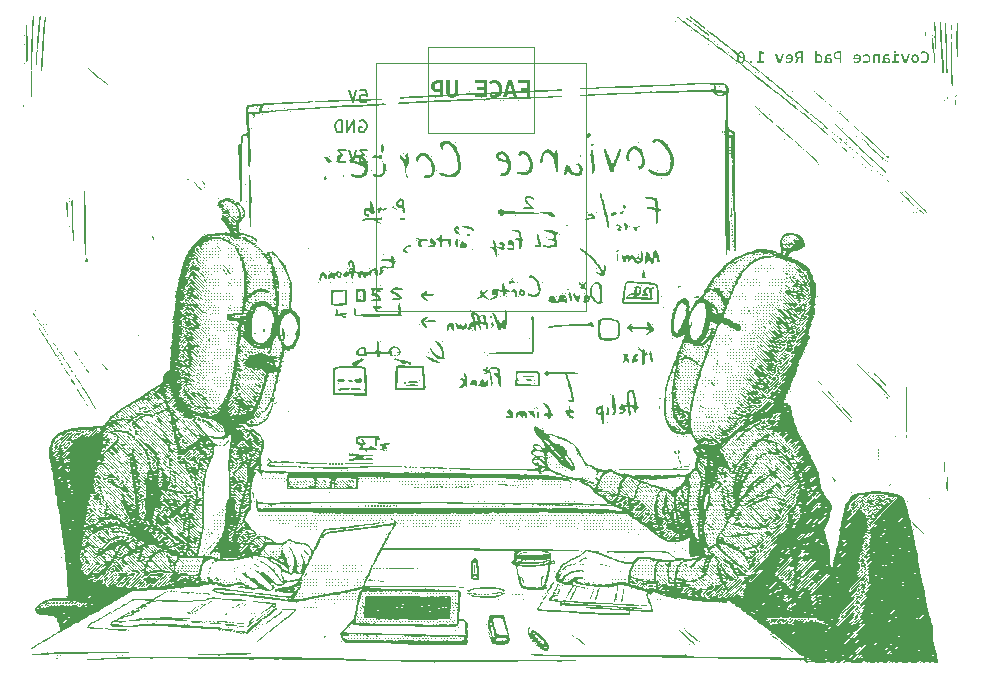
<source format=gbr>
%TF.GenerationSoftware,KiCad,Pcbnew,8.0.6*%
%TF.CreationDate,2024-11-27T16:10:27-06:00*%
%TF.ProjectId,hotdog_pad,686f7464-6f67-45f7-9061-642e6b696361,rev?*%
%TF.SameCoordinates,Original*%
%TF.FileFunction,Legend,Bot*%
%TF.FilePolarity,Positive*%
%FSLAX46Y46*%
G04 Gerber Fmt 4.6, Leading zero omitted, Abs format (unit mm)*
G04 Created by KiCad (PCBNEW 8.0.6) date 2024-11-27 16:10:27*
%MOMM*%
%LPD*%
G01*
G04 APERTURE LIST*
%ADD10C,0.150000*%
%ADD11C,0.200000*%
%ADD12C,0.120000*%
%ADD13C,0.000000*%
%ADD14C,1.701800*%
%ADD15C,3.429000*%
%ADD16C,0.990600*%
%ADD17C,2.032000*%
%ADD18R,2.000000X2.000000*%
%ADD19C,2.000000*%
%ADD20R,2.000000X3.200000*%
%ADD21R,1.600000X1.600000*%
%ADD22C,1.600000*%
G04 APERTURE END LIST*
D10*
G36*
X162738799Y-37595631D02*
G01*
X162682637Y-37593474D01*
X162627301Y-37586933D01*
X162572776Y-37575899D01*
X162519046Y-37560265D01*
X162488695Y-37549225D01*
X162519958Y-37428813D01*
X162568215Y-37446803D01*
X162616769Y-37459710D01*
X162665828Y-37467488D01*
X162715596Y-37470090D01*
X162774234Y-37466723D01*
X162827176Y-37456621D01*
X162874407Y-37439788D01*
X162928469Y-37406877D01*
X162972313Y-37362009D01*
X162998467Y-37320515D01*
X163018837Y-37272301D01*
X163033406Y-37217369D01*
X163042159Y-37155722D01*
X163045080Y-37087362D01*
X163042097Y-37024258D01*
X163033324Y-36966664D01*
X163019023Y-36914733D01*
X162999459Y-36868616D01*
X162965640Y-36816435D01*
X162923555Y-36775222D01*
X162873827Y-36745338D01*
X162817082Y-36727143D01*
X162753942Y-36720997D01*
X162700175Y-36727569D01*
X162650963Y-36746643D01*
X162607935Y-36777257D01*
X162572714Y-36818450D01*
X162471598Y-36717578D01*
X162503257Y-36677353D01*
X162546100Y-36644621D01*
X162598995Y-36619817D01*
X162649939Y-36605517D01*
X162706424Y-36597275D01*
X162755163Y-36595212D01*
X162805786Y-36597336D01*
X162876376Y-36608376D01*
X162940376Y-36628632D01*
X162997588Y-36657868D01*
X163047814Y-36695850D01*
X163090857Y-36742341D01*
X163126518Y-36797106D01*
X163154598Y-36859910D01*
X163174901Y-36930518D01*
X163184018Y-36981808D01*
X163189531Y-37036392D01*
X163191381Y-37094200D01*
X163189602Y-37154974D01*
X163184266Y-37211817D01*
X163175379Y-37264729D01*
X163162946Y-37313714D01*
X163137656Y-37379828D01*
X163104412Y-37437111D01*
X163063231Y-37485567D01*
X163014126Y-37525203D01*
X162957115Y-37556023D01*
X162892213Y-37578031D01*
X162819436Y-37591232D01*
X162766551Y-37595142D01*
X162738799Y-37595631D01*
G37*
G36*
X162074511Y-36848895D02*
G01*
X162124160Y-36859512D01*
X162182894Y-36884322D01*
X162232760Y-36920932D01*
X162273388Y-36968931D01*
X162297575Y-37012159D01*
X162316202Y-37061392D01*
X162329113Y-37116456D01*
X162336153Y-37177178D01*
X162337508Y-37220718D01*
X162334469Y-37285049D01*
X162325454Y-37343837D01*
X162310620Y-37396911D01*
X162290123Y-37444100D01*
X162254252Y-37497568D01*
X162208959Y-37539861D01*
X162154612Y-37570573D01*
X162108133Y-37585763D01*
X162056926Y-37594040D01*
X162020237Y-37595631D01*
X161965969Y-37592060D01*
X161916337Y-37581460D01*
X161857636Y-37556690D01*
X161807813Y-37520136D01*
X161767230Y-37472205D01*
X161743076Y-37429035D01*
X161724478Y-37379865D01*
X161711588Y-37324867D01*
X161704562Y-37264213D01*
X161703210Y-37220718D01*
X161853419Y-37220718D01*
X161856219Y-37276205D01*
X161864509Y-37325082D01*
X161882339Y-37376515D01*
X161914258Y-37423433D01*
X161957128Y-37453428D01*
X162010389Y-37465679D01*
X162020237Y-37465938D01*
X162075266Y-37456724D01*
X162119924Y-37429629D01*
X162153678Y-37385475D01*
X162173095Y-37336241D01*
X162184264Y-37276205D01*
X162187055Y-37220718D01*
X162184264Y-37165151D01*
X162175999Y-37116213D01*
X162158207Y-37064728D01*
X162126321Y-37017776D01*
X162083444Y-36987767D01*
X162030106Y-36975513D01*
X162020237Y-36975254D01*
X161965298Y-36984470D01*
X161920657Y-37011576D01*
X161886874Y-37055761D01*
X161867420Y-37105042D01*
X161856219Y-37165151D01*
X161853419Y-37220718D01*
X161703210Y-37220718D01*
X161706243Y-37156319D01*
X161715241Y-37097464D01*
X161730050Y-37044325D01*
X161750518Y-36997074D01*
X161786344Y-36943533D01*
X161831592Y-36901178D01*
X161885899Y-36870417D01*
X161932356Y-36855202D01*
X161983551Y-36846911D01*
X162020237Y-36845317D01*
X162074511Y-36848895D01*
G37*
G36*
X161297034Y-37580000D02*
G01*
X161104326Y-37580000D01*
X160845184Y-36860949D01*
X160999546Y-36860949D01*
X161194452Y-37457145D01*
X161206664Y-37457145D01*
X161401570Y-36860949D01*
X161556175Y-36860949D01*
X161297034Y-37580000D01*
G37*
G36*
X160681786Y-37580000D02*
G01*
X160037718Y-37580000D01*
X160037718Y-37452993D01*
X160260711Y-37452993D01*
X160260711Y-36860949D01*
X160640753Y-36860949D01*
X160640753Y-36988199D01*
X160405547Y-36988199D01*
X160405547Y-37452993D01*
X160681786Y-37452993D01*
X160681786Y-37580000D01*
G37*
G36*
X160337892Y-36750795D02*
G01*
X160289547Y-36738608D01*
X160251338Y-36702150D01*
X160236906Y-36654890D01*
X160236775Y-36649678D01*
X160248913Y-36601277D01*
X160285313Y-36562946D01*
X160332659Y-36548449D01*
X160337892Y-36548318D01*
X160386129Y-36560512D01*
X160424390Y-36597032D01*
X160438877Y-36644445D01*
X160439009Y-36649678D01*
X160426822Y-36697915D01*
X160390363Y-36736176D01*
X160343103Y-36750664D01*
X160337892Y-36750795D01*
G37*
G36*
X159816922Y-36974033D02*
G01*
X159643265Y-36978674D01*
X159585249Y-36983209D01*
X159536944Y-36993817D01*
X159491865Y-37015005D01*
X159457154Y-37052068D01*
X159441830Y-37103245D01*
X159441032Y-37120579D01*
X159441032Y-37154040D01*
X159492102Y-37146239D01*
X159544520Y-37142823D01*
X159577564Y-37142316D01*
X159634028Y-37144545D01*
X159685585Y-37151179D01*
X159746450Y-37166748D01*
X159798006Y-37189834D01*
X159839918Y-37220258D01*
X159871851Y-37257839D01*
X159893470Y-37302396D01*
X159904440Y-37353749D01*
X159905826Y-37381919D01*
X159901795Y-37430722D01*
X159885703Y-37483275D01*
X159857820Y-37526152D01*
X159818672Y-37559044D01*
X159768783Y-37581644D01*
X159708680Y-37593646D01*
X159667934Y-37595631D01*
X159608192Y-37591579D01*
X159555876Y-37579385D01*
X159503986Y-37553927D01*
X159465233Y-37516567D01*
X159440951Y-37467210D01*
X159433461Y-37427592D01*
X159419050Y-37427592D01*
X159412212Y-37595631D01*
X159179692Y-37580000D01*
X159179692Y-37462274D01*
X159302791Y-37447131D01*
X159302791Y-37265659D01*
X159441032Y-37265659D01*
X159441032Y-37317683D01*
X159450807Y-37369138D01*
X159480100Y-37416309D01*
X159520709Y-37449180D01*
X159575596Y-37471432D01*
X159632220Y-37479375D01*
X159644731Y-37479616D01*
X159697541Y-37472754D01*
X159744045Y-37445796D01*
X159766954Y-37400001D01*
X159769050Y-37376789D01*
X159756968Y-37325449D01*
X159721118Y-37288465D01*
X159670720Y-37268080D01*
X159613703Y-37259636D01*
X159580495Y-37258576D01*
X159527781Y-37258949D01*
X159475738Y-37261564D01*
X159441032Y-37265659D01*
X159302791Y-37265659D01*
X159302791Y-37142316D01*
X159305826Y-37091162D01*
X159319372Y-37030342D01*
X159343881Y-36978055D01*
X159379467Y-36934401D01*
X159426244Y-36899481D01*
X159484327Y-36873394D01*
X159535377Y-36859686D01*
X159592900Y-36851046D01*
X159656943Y-36847515D01*
X159803244Y-36845317D01*
X159816922Y-36974033D01*
G37*
G36*
X158591067Y-37580000D02*
G01*
X158446231Y-37580000D01*
X158446231Y-37111297D01*
X158450287Y-37051413D01*
X158462286Y-36998537D01*
X158481973Y-36952972D01*
X158517005Y-36906754D01*
X158563153Y-36873013D01*
X158619921Y-36852339D01*
X158672647Y-36845601D01*
X158686810Y-36845317D01*
X158739451Y-36848829D01*
X158791223Y-36862347D01*
X158836251Y-36891018D01*
X158865132Y-36933671D01*
X158877362Y-36981428D01*
X158878297Y-36990397D01*
X158893928Y-36990397D01*
X158905652Y-36860949D01*
X159036810Y-36860949D01*
X159036810Y-37580000D01*
X158891974Y-37580000D01*
X158891974Y-37175778D01*
X158887775Y-37117711D01*
X158875196Y-37069636D01*
X158849079Y-37025049D01*
X158803474Y-36990963D01*
X158751465Y-36976995D01*
X158721004Y-36975254D01*
X158672201Y-36982184D01*
X158629548Y-37006458D01*
X158602123Y-37047167D01*
X158591625Y-37095441D01*
X158591067Y-37111297D01*
X158591067Y-37580000D01*
G37*
G36*
X157852233Y-37595631D02*
G01*
X157801733Y-37594981D01*
X157750412Y-37592671D01*
X157698989Y-37588166D01*
X157648187Y-37580928D01*
X157619713Y-37575359D01*
X157636078Y-37448108D01*
X157684846Y-37455531D01*
X157734599Y-37461145D01*
X157785039Y-37464698D01*
X157835868Y-37465938D01*
X157894173Y-37461806D01*
X157945465Y-37449509D01*
X157999361Y-37422876D01*
X158041475Y-37383997D01*
X158071348Y-37333157D01*
X158086126Y-37284065D01*
X158092542Y-37227646D01*
X158092812Y-37212414D01*
X158089134Y-37158817D01*
X158074464Y-37100788D01*
X158049072Y-37053167D01*
X158013461Y-37016429D01*
X157968133Y-36991050D01*
X157913594Y-36977504D01*
X157876657Y-36975254D01*
X157821863Y-36982276D01*
X157772060Y-37002670D01*
X157728760Y-37035430D01*
X157697395Y-37073445D01*
X157693475Y-37079546D01*
X157582100Y-36995771D01*
X157612785Y-36946333D01*
X157655503Y-36906092D01*
X157699534Y-36879972D01*
X157750580Y-36860928D01*
X157808033Y-36849272D01*
X157858199Y-36845477D01*
X157871284Y-36845317D01*
X157934875Y-36848928D01*
X157992842Y-36859628D01*
X158045046Y-36877215D01*
X158091351Y-36901487D01*
X158131618Y-36932242D01*
X158165711Y-36969279D01*
X158193490Y-37012396D01*
X158214819Y-37061392D01*
X158229559Y-37116064D01*
X158237574Y-37176212D01*
X158239113Y-37219253D01*
X158235444Y-37284579D01*
X158224549Y-37344049D01*
X158206594Y-37397538D01*
X158181746Y-37444923D01*
X158150171Y-37486079D01*
X158112036Y-37520881D01*
X158067508Y-37549206D01*
X158016753Y-37570928D01*
X157959938Y-37585924D01*
X157897230Y-37594069D01*
X157852233Y-37595631D01*
G37*
G36*
X157155565Y-36848922D02*
G01*
X157206817Y-36859604D01*
X157253084Y-36877162D01*
X157306762Y-36910923D01*
X157350960Y-36956078D01*
X157377677Y-36997134D01*
X157398715Y-37044131D01*
X157413926Y-37096869D01*
X157423162Y-37155147D01*
X157426273Y-37218764D01*
X157422622Y-37284215D01*
X157411772Y-37343787D01*
X157393879Y-37397357D01*
X157369099Y-37444804D01*
X157337587Y-37486006D01*
X157299500Y-37520840D01*
X157254993Y-37549186D01*
X157204222Y-37570921D01*
X157147342Y-37585922D01*
X157084510Y-37594069D01*
X157039392Y-37595631D01*
X156989374Y-37594749D01*
X156938525Y-37591708D01*
X156889194Y-37586460D01*
X156835428Y-37578075D01*
X156827390Y-37576580D01*
X156845219Y-37449574D01*
X156895402Y-37458570D01*
X156945060Y-37464821D01*
X156994943Y-37468129D01*
X157023028Y-37468625D01*
X157075062Y-37465660D01*
X157132765Y-37453696D01*
X157182049Y-37432692D01*
X157222627Y-37402792D01*
X157254215Y-37364142D01*
X157276528Y-37316888D01*
X157285345Y-37284466D01*
X156795882Y-37284466D01*
X156792696Y-37234150D01*
X156791974Y-37191409D01*
X156792841Y-37173579D01*
X156923133Y-37173579D01*
X157290963Y-37173579D01*
X157281318Y-37117600D01*
X157263596Y-37070138D01*
X157232131Y-37024988D01*
X157190078Y-36993362D01*
X157138008Y-36975945D01*
X157098011Y-36972568D01*
X157041331Y-36980067D01*
X156994700Y-37002166D01*
X156958999Y-37038265D01*
X156935105Y-37087766D01*
X156924847Y-37138822D01*
X156923133Y-37173579D01*
X156792841Y-37173579D01*
X156794907Y-37131063D01*
X156803608Y-37076210D01*
X156817937Y-37026948D01*
X156845548Y-36970126D01*
X156882572Y-36923643D01*
X156928671Y-36887728D01*
X156983507Y-36862609D01*
X157046741Y-36848514D01*
X157099476Y-36845317D01*
X157155565Y-36848922D01*
G37*
G36*
X155763712Y-37580000D02*
G01*
X155621563Y-37580000D01*
X155621563Y-37283000D01*
X155477948Y-37283000D01*
X155412541Y-37279858D01*
X155353330Y-37270460D01*
X155300367Y-37254848D01*
X155253703Y-37233064D01*
X155213390Y-37205152D01*
X155169610Y-37158473D01*
X155144320Y-37116423D01*
X155125554Y-37068385D01*
X155113364Y-37014400D01*
X155107803Y-36954512D01*
X155107431Y-36933244D01*
X155251046Y-36933244D01*
X155254685Y-36984144D01*
X155269383Y-37038593D01*
X155295213Y-37082698D01*
X155332017Y-37116294D01*
X155379640Y-37139221D01*
X155437925Y-37151317D01*
X155477948Y-37153307D01*
X155621563Y-37153307D01*
X155621563Y-36740781D01*
X155477948Y-36740781D01*
X155425422Y-36743862D01*
X155369258Y-36756311D01*
X155323786Y-36778198D01*
X155283555Y-36816749D01*
X155259219Y-36868502D01*
X155251274Y-36921561D01*
X155251046Y-36933244D01*
X155107431Y-36933244D01*
X155110772Y-36876249D01*
X155120757Y-36824676D01*
X155137337Y-36778568D01*
X155169610Y-36725657D01*
X155213390Y-36682625D01*
X155268554Y-36649565D01*
X155317324Y-36631372D01*
X155372376Y-36618881D01*
X155433658Y-36612133D01*
X155477948Y-36610844D01*
X155763712Y-36610844D01*
X155763712Y-37580000D01*
G37*
G36*
X154898848Y-36974033D02*
G01*
X154725191Y-36978674D01*
X154667175Y-36983209D01*
X154618870Y-36993817D01*
X154573791Y-37015005D01*
X154539080Y-37052068D01*
X154523756Y-37103245D01*
X154522958Y-37120579D01*
X154522958Y-37154040D01*
X154574028Y-37146239D01*
X154626446Y-37142823D01*
X154659490Y-37142316D01*
X154715954Y-37144545D01*
X154767511Y-37151179D01*
X154828376Y-37166748D01*
X154879932Y-37189834D01*
X154921844Y-37220258D01*
X154953777Y-37257839D01*
X154975396Y-37302396D01*
X154986366Y-37353749D01*
X154987752Y-37381919D01*
X154983722Y-37430722D01*
X154967629Y-37483275D01*
X154939746Y-37526152D01*
X154900598Y-37559044D01*
X154850709Y-37581644D01*
X154790606Y-37593646D01*
X154749860Y-37595631D01*
X154690118Y-37591579D01*
X154637802Y-37579385D01*
X154585912Y-37553927D01*
X154547159Y-37516567D01*
X154522877Y-37467210D01*
X154515387Y-37427592D01*
X154500976Y-37427592D01*
X154494138Y-37595631D01*
X154261618Y-37580000D01*
X154261618Y-37462274D01*
X154384717Y-37447131D01*
X154384717Y-37265659D01*
X154522958Y-37265659D01*
X154522958Y-37317683D01*
X154532733Y-37369138D01*
X154562026Y-37416309D01*
X154602635Y-37449180D01*
X154657522Y-37471432D01*
X154714146Y-37479375D01*
X154726657Y-37479616D01*
X154779467Y-37472754D01*
X154825971Y-37445796D01*
X154848880Y-37400001D01*
X154850976Y-37376789D01*
X154838894Y-37325449D01*
X154803044Y-37288465D01*
X154752646Y-37268080D01*
X154695629Y-37259636D01*
X154662421Y-37258576D01*
X154609707Y-37258949D01*
X154557664Y-37261564D01*
X154522958Y-37265659D01*
X154384717Y-37265659D01*
X154384717Y-37142316D01*
X154387752Y-37091162D01*
X154401298Y-37030342D01*
X154425807Y-36978055D01*
X154461393Y-36934401D01*
X154508170Y-36899481D01*
X154566253Y-36873394D01*
X154617303Y-36859686D01*
X154674826Y-36851046D01*
X154738869Y-36847515D01*
X154885170Y-36845317D01*
X154898848Y-36974033D01*
G37*
G36*
X153672993Y-36990397D02*
G01*
X153686671Y-36990397D01*
X153702747Y-36936215D01*
X153734616Y-36893656D01*
X153780822Y-36863824D01*
X153830732Y-36849221D01*
X153878890Y-36845317D01*
X153929931Y-36848771D01*
X153990461Y-36864048D01*
X154042303Y-36891382D01*
X154085360Y-36930627D01*
X154119533Y-36981632D01*
X154139275Y-37027515D01*
X154153925Y-37079866D01*
X154163441Y-37138624D01*
X154167783Y-37203725D01*
X154168073Y-37226824D01*
X154165466Y-37291963D01*
X154157670Y-37350921D01*
X154144726Y-37403650D01*
X154126677Y-37450099D01*
X154094740Y-37502178D01*
X154053895Y-37542887D01*
X154004240Y-37572111D01*
X153945873Y-37589732D01*
X153896438Y-37595261D01*
X153878890Y-37595631D01*
X153829670Y-37591743D01*
X153779004Y-37577191D01*
X153732633Y-37547437D01*
X153701369Y-37504947D01*
X153686671Y-37450795D01*
X153672505Y-37450795D01*
X153658094Y-37595631D01*
X153528157Y-37580000D01*
X153528157Y-37196050D01*
X153672993Y-37196050D01*
X153672993Y-37245143D01*
X153675777Y-37297770D01*
X153687021Y-37354081D01*
X153706784Y-37399704D01*
X153741579Y-37440100D01*
X153788269Y-37464558D01*
X153846650Y-37472777D01*
X153897358Y-37466663D01*
X153947196Y-37443317D01*
X153984848Y-37402725D01*
X154006783Y-37355891D01*
X154020022Y-37297376D01*
X154024281Y-37242243D01*
X154024459Y-37227313D01*
X154021617Y-37167312D01*
X154013128Y-37115041D01*
X153994659Y-37060701D01*
X153967556Y-37018733D01*
X153923789Y-36984929D01*
X153867927Y-36969453D01*
X153846650Y-36968415D01*
X153797192Y-36974129D01*
X153748540Y-36995901D01*
X153711749Y-37033662D01*
X153687021Y-37087112D01*
X153675777Y-37143423D01*
X153672993Y-37196050D01*
X153528157Y-37196050D01*
X153528157Y-36548318D01*
X153672993Y-36548318D01*
X153672993Y-36990397D01*
G37*
G36*
X152498674Y-37580000D02*
G01*
X152356524Y-37580000D01*
X152356524Y-37209727D01*
X152165038Y-37209727D01*
X152153314Y-37209727D01*
X151977704Y-37580000D01*
X151813572Y-37580000D01*
X152013852Y-37183105D01*
X151967514Y-37158481D01*
X151928483Y-37126446D01*
X151896984Y-37087247D01*
X151873240Y-37041129D01*
X151857474Y-36988339D01*
X151849911Y-36929122D01*
X151849591Y-36917124D01*
X151992847Y-36917124D01*
X151999424Y-36970410D01*
X152023060Y-37020135D01*
X152062792Y-37055498D01*
X152108787Y-37073611D01*
X152165038Y-37079790D01*
X152356524Y-37079790D01*
X152356524Y-36740781D01*
X152165038Y-36740781D01*
X152108787Y-36747406D01*
X152062792Y-36766889D01*
X152023060Y-36805083D01*
X152001771Y-36850402D01*
X151993032Y-36906712D01*
X151992847Y-36917124D01*
X151849591Y-36917124D01*
X151849232Y-36903691D01*
X151852235Y-36853462D01*
X151865412Y-36793236D01*
X151888765Y-36741012D01*
X151921959Y-36697112D01*
X151964659Y-36661856D01*
X152016530Y-36635564D01*
X152077237Y-36618557D01*
X152128365Y-36612088D01*
X152165038Y-36610844D01*
X152498674Y-36610844D01*
X152498674Y-37580000D01*
G37*
G36*
X151417812Y-36848922D02*
G01*
X151469064Y-36859604D01*
X151515331Y-36877162D01*
X151569009Y-36910923D01*
X151613207Y-36956078D01*
X151639924Y-36997134D01*
X151660962Y-37044131D01*
X151676173Y-37096869D01*
X151685409Y-37155147D01*
X151688520Y-37218764D01*
X151684869Y-37284215D01*
X151674019Y-37343787D01*
X151656126Y-37397357D01*
X151631346Y-37444804D01*
X151599834Y-37486006D01*
X151561747Y-37520840D01*
X151517240Y-37549186D01*
X151466469Y-37570921D01*
X151409590Y-37585922D01*
X151346757Y-37594069D01*
X151301639Y-37595631D01*
X151251621Y-37594749D01*
X151200773Y-37591708D01*
X151151442Y-37586460D01*
X151097675Y-37578075D01*
X151089637Y-37576580D01*
X151107466Y-37449574D01*
X151157649Y-37458570D01*
X151207307Y-37464821D01*
X151257190Y-37468129D01*
X151285275Y-37468625D01*
X151337309Y-37465660D01*
X151395012Y-37453696D01*
X151444296Y-37432692D01*
X151484874Y-37402792D01*
X151516462Y-37364142D01*
X151538775Y-37316888D01*
X151547592Y-37284466D01*
X151058129Y-37284466D01*
X151054943Y-37234150D01*
X151054221Y-37191409D01*
X151055088Y-37173579D01*
X151185380Y-37173579D01*
X151553210Y-37173579D01*
X151543565Y-37117600D01*
X151525843Y-37070138D01*
X151494378Y-37024988D01*
X151452325Y-36993362D01*
X151400255Y-36975945D01*
X151360258Y-36972568D01*
X151303578Y-36980067D01*
X151256947Y-37002166D01*
X151221246Y-37038265D01*
X151197352Y-37087766D01*
X151187094Y-37138822D01*
X151185380Y-37173579D01*
X151055088Y-37173579D01*
X151057154Y-37131063D01*
X151065855Y-37076210D01*
X151080184Y-37026948D01*
X151107795Y-36970126D01*
X151144819Y-36923643D01*
X151190918Y-36887728D01*
X151245754Y-36862609D01*
X151308988Y-36848514D01*
X151361723Y-36845317D01*
X151417812Y-36848922D01*
G37*
G36*
X150641207Y-37580000D02*
G01*
X150448499Y-37580000D01*
X150189357Y-36860949D01*
X150343719Y-36860949D01*
X150538625Y-37457145D01*
X150550837Y-37457145D01*
X150745743Y-36860949D01*
X150900348Y-36860949D01*
X150641207Y-37580000D01*
G37*
G36*
X149199441Y-37580000D02*
G01*
X148596406Y-37580000D01*
X148596406Y-37450307D01*
X148813782Y-37450307D01*
X148813782Y-36610844D01*
X148955931Y-36610844D01*
X149185764Y-36692665D01*
X149185764Y-36830662D01*
X148955931Y-36751528D01*
X148955931Y-37450307D01*
X149199441Y-37450307D01*
X149199441Y-37580000D01*
G37*
G36*
X148085694Y-37595631D02*
G01*
X148037457Y-37583493D01*
X147999196Y-37547094D01*
X147984709Y-37499747D01*
X147984577Y-37494515D01*
X147996764Y-37446278D01*
X148033223Y-37408017D01*
X148080483Y-37393529D01*
X148085694Y-37393398D01*
X148134039Y-37405585D01*
X148172248Y-37442043D01*
X148186680Y-37489303D01*
X148186810Y-37494515D01*
X148174673Y-37542859D01*
X148138273Y-37581069D01*
X148090926Y-37595500D01*
X148085694Y-37595631D01*
G37*
G36*
X147317080Y-37011318D02*
G01*
X147354884Y-37047138D01*
X147368477Y-37096795D01*
X147368597Y-37102505D01*
X147357202Y-37153514D01*
X147321381Y-37191197D01*
X147271724Y-37204724D01*
X147266015Y-37204842D01*
X147214949Y-37193504D01*
X147177145Y-37157804D01*
X147163552Y-37108214D01*
X147163433Y-37102505D01*
X147174828Y-37051439D01*
X147210648Y-37013635D01*
X147260305Y-37000042D01*
X147266015Y-36999923D01*
X147317080Y-37011318D01*
G37*
G36*
X147325027Y-36599657D02*
G01*
X147378274Y-36612998D01*
X147425747Y-36635243D01*
X147467436Y-36666400D01*
X147503335Y-36706478D01*
X147533434Y-36755486D01*
X147557725Y-36813432D01*
X147576199Y-36880324D01*
X147585280Y-36929893D01*
X147591769Y-36983444D01*
X147595665Y-37040981D01*
X147596964Y-37102505D01*
X147595665Y-37162501D01*
X147591769Y-37218572D01*
X147585280Y-37270726D01*
X147576199Y-37318969D01*
X147557725Y-37384019D01*
X147533434Y-37440313D01*
X147503335Y-37487877D01*
X147467436Y-37526736D01*
X147425747Y-37556916D01*
X147378274Y-37578441D01*
X147325027Y-37591338D01*
X147266015Y-37595631D01*
X147207008Y-37591338D01*
X147153778Y-37578441D01*
X147106330Y-37556916D01*
X147064670Y-37526736D01*
X147028805Y-37487877D01*
X146998740Y-37440313D01*
X146974482Y-37384019D01*
X146956036Y-37318969D01*
X146946971Y-37270726D01*
X146940494Y-37218572D01*
X146936606Y-37162501D01*
X146935310Y-37102505D01*
X147081612Y-37102505D01*
X147083228Y-37168234D01*
X147088080Y-37227487D01*
X147096170Y-37280266D01*
X147111997Y-37340572D01*
X147133590Y-37389379D01*
X147168699Y-37434226D01*
X147212837Y-37461126D01*
X147266015Y-37470090D01*
X147319209Y-37461126D01*
X147363388Y-37434226D01*
X147398550Y-37389379D01*
X147420188Y-37340572D01*
X147436057Y-37280266D01*
X147444171Y-37227487D01*
X147449040Y-37168234D01*
X147450662Y-37102505D01*
X147449040Y-37034175D01*
X147444171Y-36972610D01*
X147436057Y-36917801D01*
X147424696Y-36869737D01*
X147404501Y-36816130D01*
X147378534Y-36774475D01*
X147337962Y-36739180D01*
X147288375Y-36722481D01*
X147266015Y-36720997D01*
X147212837Y-36730271D01*
X147168699Y-36758123D01*
X147133590Y-36804597D01*
X147111997Y-36855214D01*
X147096170Y-36917801D01*
X147088080Y-36972610D01*
X147083228Y-37034175D01*
X147081612Y-37102505D01*
X146935310Y-37102505D01*
X146936606Y-37040981D01*
X146940494Y-36983444D01*
X146946971Y-36929893D01*
X146956036Y-36880324D01*
X146974482Y-36813432D01*
X146998740Y-36755486D01*
X147028805Y-36706478D01*
X147064670Y-36666400D01*
X147106330Y-36635243D01*
X147153778Y-36612998D01*
X147207008Y-36599657D01*
X147266015Y-36595212D01*
X147325027Y-36599657D01*
G37*
D11*
X115053183Y-39906719D02*
X115529373Y-39906719D01*
X115529373Y-39906719D02*
X115576992Y-40382909D01*
X115576992Y-40382909D02*
X115529373Y-40335290D01*
X115529373Y-40335290D02*
X115434135Y-40287671D01*
X115434135Y-40287671D02*
X115196040Y-40287671D01*
X115196040Y-40287671D02*
X115100802Y-40335290D01*
X115100802Y-40335290D02*
X115053183Y-40382909D01*
X115053183Y-40382909D02*
X115005564Y-40478147D01*
X115005564Y-40478147D02*
X115005564Y-40716242D01*
X115005564Y-40716242D02*
X115053183Y-40811480D01*
X115053183Y-40811480D02*
X115100802Y-40859100D01*
X115100802Y-40859100D02*
X115196040Y-40906719D01*
X115196040Y-40906719D02*
X115434135Y-40906719D01*
X115434135Y-40906719D02*
X115529373Y-40859100D01*
X115529373Y-40859100D02*
X115576992Y-40811480D01*
X114719849Y-39906719D02*
X114386516Y-40906719D01*
X114386516Y-40906719D02*
X114053183Y-39906719D01*
G36*
X129416251Y-40507499D02*
G01*
X129145508Y-40507499D01*
X129145508Y-39968210D01*
X128619775Y-39968210D01*
X128619775Y-39717251D01*
X129145508Y-39717251D01*
X129145508Y-39303259D01*
X128417542Y-39303259D01*
X128417542Y-39053765D01*
X129416251Y-39053765D01*
X129416251Y-40507499D01*
G37*
G36*
X128325219Y-40507499D02*
G01*
X128032860Y-40507499D01*
X127961419Y-40226131D01*
X127516286Y-40226131D01*
X127444479Y-40507499D01*
X127152120Y-40507499D01*
X127305812Y-39976270D01*
X127580766Y-39976270D01*
X127896572Y-39976270D01*
X127747829Y-39406574D01*
X127729510Y-39406574D01*
X127580766Y-39976270D01*
X127305812Y-39976270D01*
X127572706Y-39053765D01*
X127904999Y-39053765D01*
X128325219Y-40507499D01*
G37*
G36*
X126357476Y-40530946D02*
G01*
X126273233Y-40527711D01*
X126190229Y-40517898D01*
X126108441Y-40501347D01*
X126027846Y-40477897D01*
X125982319Y-40461337D01*
X126029214Y-40211110D01*
X126101599Y-40238038D01*
X126174431Y-40257272D01*
X126248019Y-40268812D01*
X126322671Y-40272659D01*
X126402155Y-40268234D01*
X126496060Y-40248564D01*
X126576139Y-40213147D01*
X126642362Y-40161977D01*
X126694700Y-40095043D01*
X126733122Y-40012338D01*
X126752789Y-39939954D01*
X126764598Y-39858689D01*
X126768537Y-39768542D01*
X126764566Y-39686109D01*
X126752885Y-39610823D01*
X126725914Y-39521920D01*
X126686671Y-39446593D01*
X126635975Y-39385339D01*
X126574647Y-39338657D01*
X126503506Y-39307045D01*
X126423373Y-39291000D01*
X126380191Y-39288971D01*
X126299539Y-39297088D01*
X126225722Y-39320661D01*
X126161179Y-39358523D01*
X126108348Y-39409505D01*
X125956674Y-39209836D01*
X126007983Y-39150687D01*
X126074255Y-39102643D01*
X126153839Y-39066296D01*
X126229136Y-39045372D01*
X126311573Y-39033328D01*
X126382023Y-39030318D01*
X126460022Y-39033499D01*
X126533631Y-39042975D01*
X126635618Y-39068763D01*
X126727229Y-39108134D01*
X126808165Y-39160740D01*
X126878126Y-39226231D01*
X126936813Y-39304261D01*
X126983929Y-39394482D01*
X127019174Y-39496547D01*
X127035928Y-39570997D01*
X127047184Y-39650454D01*
X127052855Y-39734814D01*
X127053568Y-39778800D01*
X127050830Y-39870021D01*
X127042622Y-39955330D01*
X127028950Y-40034729D01*
X127009822Y-40108224D01*
X126970917Y-40207403D01*
X126919780Y-40293317D01*
X126856434Y-40365979D01*
X126780906Y-40425401D01*
X126693221Y-40471596D01*
X126593404Y-40504576D01*
X126520132Y-40519229D01*
X126441487Y-40528017D01*
X126357476Y-40530946D01*
G37*
G36*
X125748212Y-40507499D02*
G01*
X124749503Y-40507499D01*
X124749503Y-40258371D01*
X125477469Y-40258371D01*
X125477469Y-39897868D01*
X124934151Y-39897868D01*
X124934151Y-39648008D01*
X125477469Y-39648008D01*
X125477469Y-39303259D01*
X124749503Y-39303259D01*
X124749503Y-39053765D01*
X125748212Y-39053765D01*
X125748212Y-40507499D01*
G37*
G36*
X122824625Y-40530946D02*
G01*
X122737881Y-40526674D01*
X122659262Y-40513852D01*
X122588857Y-40492469D01*
X122507916Y-40450623D01*
X122441948Y-40393511D01*
X122391161Y-40321108D01*
X122355767Y-40233389D01*
X122339450Y-40157533D01*
X122331998Y-40073036D01*
X122331499Y-40042949D01*
X122331499Y-39053765D01*
X122602242Y-39053765D01*
X122602242Y-40042949D01*
X122610023Y-40120369D01*
X122638638Y-40190651D01*
X122696822Y-40244376D01*
X122769770Y-40267958D01*
X122820595Y-40271560D01*
X122896797Y-40263460D01*
X122964279Y-40233615D01*
X123014397Y-40172780D01*
X123035757Y-40096319D01*
X123038949Y-40042949D01*
X123038949Y-39053765D01*
X123309692Y-39053765D01*
X123309692Y-40042949D01*
X123305423Y-40130328D01*
X123292618Y-40209063D01*
X123271281Y-40279165D01*
X123229565Y-40359223D01*
X123172696Y-40423976D01*
X123100683Y-40473453D01*
X123013533Y-40507677D01*
X122938243Y-40523351D01*
X122854447Y-40530471D01*
X122824625Y-40530946D01*
G37*
G36*
X122059657Y-40507499D02*
G01*
X121788914Y-40507499D01*
X121788914Y-40085447D01*
X121613792Y-40085447D01*
X121515247Y-40080255D01*
X121425242Y-40064854D01*
X121344029Y-40039507D01*
X121271860Y-40004477D01*
X121208986Y-39960025D01*
X121155659Y-39906416D01*
X121112131Y-39843910D01*
X121078654Y-39772772D01*
X121055478Y-39693263D01*
X121042858Y-39605647D01*
X121041097Y-39560080D01*
X121332790Y-39560080D01*
X121340201Y-39636278D01*
X121368068Y-39712851D01*
X121415634Y-39772073D01*
X121481842Y-39812739D01*
X121565633Y-39833649D01*
X121613792Y-39836319D01*
X121788914Y-39836319D01*
X121788914Y-39303259D01*
X121613792Y-39303259D01*
X121535814Y-39309990D01*
X121457767Y-39335339D01*
X121397655Y-39378697D01*
X121351606Y-39450864D01*
X121333986Y-39530209D01*
X121332790Y-39560080D01*
X121041097Y-39560080D01*
X121040431Y-39542861D01*
X121045876Y-39459263D01*
X121062043Y-39382767D01*
X121088680Y-39313619D01*
X121140048Y-39233274D01*
X121208986Y-39167006D01*
X121271860Y-39126891D01*
X121344029Y-39095265D01*
X121425242Y-39072373D01*
X121515247Y-39058458D01*
X121613792Y-39053765D01*
X122059657Y-39053765D01*
X122059657Y-40507499D01*
G37*
X115005564Y-42494338D02*
X115100802Y-42446719D01*
X115100802Y-42446719D02*
X115243659Y-42446719D01*
X115243659Y-42446719D02*
X115386516Y-42494338D01*
X115386516Y-42494338D02*
X115481754Y-42589576D01*
X115481754Y-42589576D02*
X115529373Y-42684814D01*
X115529373Y-42684814D02*
X115576992Y-42875290D01*
X115576992Y-42875290D02*
X115576992Y-43018147D01*
X115576992Y-43018147D02*
X115529373Y-43208623D01*
X115529373Y-43208623D02*
X115481754Y-43303861D01*
X115481754Y-43303861D02*
X115386516Y-43399100D01*
X115386516Y-43399100D02*
X115243659Y-43446719D01*
X115243659Y-43446719D02*
X115148421Y-43446719D01*
X115148421Y-43446719D02*
X115005564Y-43399100D01*
X115005564Y-43399100D02*
X114957945Y-43351480D01*
X114957945Y-43351480D02*
X114957945Y-43018147D01*
X114957945Y-43018147D02*
X115148421Y-43018147D01*
X114529373Y-43446719D02*
X114529373Y-42446719D01*
X114529373Y-42446719D02*
X113957945Y-43446719D01*
X113957945Y-43446719D02*
X113957945Y-42446719D01*
X113481754Y-43446719D02*
X113481754Y-42446719D01*
X113481754Y-42446719D02*
X113243659Y-42446719D01*
X113243659Y-42446719D02*
X113100802Y-42494338D01*
X113100802Y-42494338D02*
X113005564Y-42589576D01*
X113005564Y-42589576D02*
X112957945Y-42684814D01*
X112957945Y-42684814D02*
X112910326Y-42875290D01*
X112910326Y-42875290D02*
X112910326Y-43018147D01*
X112910326Y-43018147D02*
X112957945Y-43208623D01*
X112957945Y-43208623D02*
X113005564Y-43303861D01*
X113005564Y-43303861D02*
X113100802Y-43399100D01*
X113100802Y-43399100D02*
X113243659Y-43446719D01*
X113243659Y-43446719D02*
X113481754Y-43446719D01*
X115624611Y-44986719D02*
X115005564Y-44986719D01*
X115005564Y-44986719D02*
X115338897Y-45367671D01*
X115338897Y-45367671D02*
X115196040Y-45367671D01*
X115196040Y-45367671D02*
X115100802Y-45415290D01*
X115100802Y-45415290D02*
X115053183Y-45462909D01*
X115053183Y-45462909D02*
X115005564Y-45558147D01*
X115005564Y-45558147D02*
X115005564Y-45796242D01*
X115005564Y-45796242D02*
X115053183Y-45891480D01*
X115053183Y-45891480D02*
X115100802Y-45939100D01*
X115100802Y-45939100D02*
X115196040Y-45986719D01*
X115196040Y-45986719D02*
X115481754Y-45986719D01*
X115481754Y-45986719D02*
X115576992Y-45939100D01*
X115576992Y-45939100D02*
X115624611Y-45891480D01*
X114719849Y-44986719D02*
X114386516Y-45986719D01*
X114386516Y-45986719D02*
X114053183Y-44986719D01*
X113815087Y-44986719D02*
X113196040Y-44986719D01*
X113196040Y-44986719D02*
X113529373Y-45367671D01*
X113529373Y-45367671D02*
X113386516Y-45367671D01*
X113386516Y-45367671D02*
X113291278Y-45415290D01*
X113291278Y-45415290D02*
X113243659Y-45462909D01*
X113243659Y-45462909D02*
X113196040Y-45558147D01*
X113196040Y-45558147D02*
X113196040Y-45796242D01*
X113196040Y-45796242D02*
X113243659Y-45891480D01*
X113243659Y-45891480D02*
X113291278Y-45939100D01*
X113291278Y-45939100D02*
X113386516Y-45986719D01*
X113386516Y-45986719D02*
X113672230Y-45986719D01*
X113672230Y-45986719D02*
X113767468Y-45939100D01*
X113767468Y-45939100D02*
X113815087Y-45891480D01*
%TO.C,U1*%
D12*
X129780000Y-43550000D02*
X120780000Y-43550000D01*
X120780000Y-36220000D01*
X129780000Y-36220000D01*
X129780000Y-43550000D01*
X134170000Y-58620000D02*
X116390000Y-58620000D01*
X116390000Y-37620000D01*
X134170000Y-37620000D01*
X134170000Y-58620000D01*
D13*
%TO.C,G\u002A\u002A\u002A*%
G36*
X101798991Y-84892671D02*
G01*
X101778392Y-84890057D01*
X101793823Y-84886528D01*
X101798991Y-84892671D01*
G37*
G36*
X86649741Y-35238083D02*
G01*
X86616840Y-35270984D01*
X86583938Y-35238083D01*
X86616840Y-35205181D01*
X86649741Y-35238083D01*
G37*
G36*
X86649741Y-36027720D02*
G01*
X86616840Y-36060622D01*
X86583938Y-36027720D01*
X86616840Y-35994818D01*
X86649741Y-36027720D01*
G37*
G36*
X86649741Y-37606995D02*
G01*
X86616840Y-37639896D01*
X86583938Y-37606995D01*
X86616840Y-37574093D01*
X86649741Y-37606995D01*
G37*
G36*
X87307772Y-59322020D02*
G01*
X87274871Y-59354922D01*
X87241969Y-59322020D01*
X87274871Y-59289119D01*
X87307772Y-59322020D01*
G37*
G36*
X87570985Y-58532383D02*
G01*
X87538083Y-58565285D01*
X87505182Y-58532383D01*
X87538083Y-58499482D01*
X87570985Y-58532383D01*
G37*
G36*
X87702591Y-59716839D02*
G01*
X87669689Y-59749741D01*
X87636788Y-59716839D01*
X87669689Y-59683938D01*
X87702591Y-59716839D01*
G37*
G36*
X87702591Y-83405958D02*
G01*
X87669689Y-83438860D01*
X87636788Y-83405958D01*
X87669689Y-83373057D01*
X87702591Y-83405958D01*
G37*
G36*
X87965803Y-39186269D02*
G01*
X87932902Y-39219171D01*
X87900000Y-39186269D01*
X87932902Y-39153368D01*
X87965803Y-39186269D01*
G37*
G36*
X87965803Y-39449482D02*
G01*
X87932902Y-39482383D01*
X87900000Y-39449482D01*
X87932902Y-39416580D01*
X87965803Y-39449482D01*
G37*
G36*
X87965803Y-58927202D02*
G01*
X87932902Y-58960103D01*
X87900000Y-58927202D01*
X87932902Y-58894300D01*
X87965803Y-58927202D01*
G37*
G36*
X88097410Y-60111658D02*
G01*
X88064508Y-60144559D01*
X88031607Y-60111658D01*
X88064508Y-60078756D01*
X88097410Y-60111658D01*
G37*
G36*
X88097410Y-84590414D02*
G01*
X88064508Y-84623316D01*
X88031607Y-84590414D01*
X88064508Y-84557513D01*
X88097410Y-84590414D01*
G37*
G36*
X88229016Y-59716839D02*
G01*
X88196114Y-59749741D01*
X88163213Y-59716839D01*
X88196114Y-59683938D01*
X88229016Y-59716839D01*
G37*
G36*
X88229016Y-59980052D02*
G01*
X88196114Y-60012953D01*
X88163213Y-59980052D01*
X88196114Y-59947150D01*
X88229016Y-59980052D01*
G37*
G36*
X88492228Y-59716839D02*
G01*
X88459327Y-59749741D01*
X88426425Y-59716839D01*
X88459327Y-59683938D01*
X88492228Y-59716839D01*
G37*
G36*
X88492228Y-84458808D02*
G01*
X88459327Y-84491710D01*
X88426425Y-84458808D01*
X88459327Y-84425907D01*
X88492228Y-84458808D01*
G37*
G36*
X88755441Y-60769689D02*
G01*
X88722539Y-60802590D01*
X88689638Y-60769689D01*
X88722539Y-60736787D01*
X88755441Y-60769689D01*
G37*
G36*
X88887047Y-62480570D02*
G01*
X88854145Y-62513471D01*
X88821244Y-62480570D01*
X88854145Y-62447668D01*
X88887047Y-62480570D01*
G37*
G36*
X89018653Y-60506476D02*
G01*
X88985752Y-60539378D01*
X88952850Y-60506476D01*
X88985752Y-60473575D01*
X89018653Y-60506476D01*
G37*
G36*
X89150259Y-86169689D02*
G01*
X89117358Y-86202590D01*
X89084456Y-86169689D01*
X89117358Y-86136787D01*
X89150259Y-86169689D01*
G37*
G36*
X89281866Y-84985233D02*
G01*
X89248964Y-85018134D01*
X89216063Y-84985233D01*
X89248964Y-84952331D01*
X89281866Y-84985233D01*
G37*
G36*
X89413472Y-87748963D02*
G01*
X89380570Y-87781865D01*
X89347669Y-87748963D01*
X89380570Y-87716062D01*
X89413472Y-87748963D01*
G37*
G36*
X89545078Y-62348963D02*
G01*
X89512177Y-62381865D01*
X89479275Y-62348963D01*
X89512177Y-62316062D01*
X89545078Y-62348963D01*
G37*
G36*
X89676684Y-87748963D02*
G01*
X89643783Y-87781865D01*
X89610881Y-87748963D01*
X89643783Y-87716062D01*
X89676684Y-87748963D01*
G37*
G36*
X89808290Y-49451554D02*
G01*
X89775389Y-49484456D01*
X89742487Y-49451554D01*
X89775389Y-49418653D01*
X89808290Y-49451554D01*
G37*
G36*
X89808290Y-62085751D02*
G01*
X89775389Y-62118653D01*
X89742487Y-62085751D01*
X89775389Y-62052850D01*
X89808290Y-62085751D01*
G37*
G36*
X89808290Y-79457772D02*
G01*
X89775389Y-79490673D01*
X89742487Y-79457772D01*
X89775389Y-79424870D01*
X89808290Y-79457772D01*
G37*
G36*
X89808290Y-85774870D02*
G01*
X89775389Y-85807772D01*
X89742487Y-85774870D01*
X89775389Y-85741969D01*
X89808290Y-85774870D01*
G37*
G36*
X89939897Y-79326166D02*
G01*
X89906995Y-79359067D01*
X89874094Y-79326166D01*
X89906995Y-79293264D01*
X89939897Y-79326166D01*
G37*
G36*
X90071503Y-80247409D02*
G01*
X90038601Y-80280311D01*
X90005700Y-80247409D01*
X90038601Y-80214508D01*
X90071503Y-80247409D01*
G37*
G36*
X90071503Y-87354145D02*
G01*
X90038601Y-87387046D01*
X90005700Y-87354145D01*
X90038601Y-87321243D01*
X90071503Y-87354145D01*
G37*
G36*
X90203109Y-64059844D02*
G01*
X90170208Y-64092746D01*
X90137306Y-64059844D01*
X90170208Y-64026943D01*
X90203109Y-64059844D01*
G37*
G36*
X90334715Y-52610103D02*
G01*
X90301814Y-52643005D01*
X90268912Y-52610103D01*
X90301814Y-52577202D01*
X90334715Y-52610103D01*
G37*
G36*
X90466322Y-49056736D02*
G01*
X90433420Y-49089637D01*
X90400518Y-49056736D01*
X90433420Y-49023834D01*
X90466322Y-49056736D01*
G37*
G36*
X90466322Y-49319948D02*
G01*
X90433420Y-49352850D01*
X90400518Y-49319948D01*
X90433420Y-49287046D01*
X90466322Y-49319948D01*
G37*
G36*
X90466322Y-50636010D02*
G01*
X90433420Y-50668912D01*
X90400518Y-50636010D01*
X90433420Y-50603109D01*
X90466322Y-50636010D01*
G37*
G36*
X90466322Y-51425647D02*
G01*
X90433420Y-51458549D01*
X90400518Y-51425647D01*
X90433420Y-51392746D01*
X90466322Y-51425647D01*
G37*
G36*
X90597928Y-62875388D02*
G01*
X90565026Y-62908290D01*
X90532125Y-62875388D01*
X90565026Y-62842487D01*
X90597928Y-62875388D01*
G37*
G36*
X90992746Y-61690932D02*
G01*
X90959845Y-61723834D01*
X90926943Y-61690932D01*
X90959845Y-61658031D01*
X90992746Y-61690932D01*
G37*
G36*
X90992746Y-62480570D02*
G01*
X90959845Y-62513471D01*
X90926943Y-62480570D01*
X90959845Y-62447668D01*
X90992746Y-62480570D01*
G37*
G36*
X91255959Y-61690932D02*
G01*
X91223057Y-61723834D01*
X91190156Y-61690932D01*
X91223057Y-61658031D01*
X91255959Y-61690932D01*
G37*
G36*
X91321762Y-62677979D02*
G01*
X91288860Y-62710881D01*
X91255959Y-62677979D01*
X91288860Y-62645077D01*
X91321762Y-62677979D01*
G37*
G36*
X91387565Y-48398704D02*
G01*
X91354664Y-48431606D01*
X91321762Y-48398704D01*
X91354664Y-48365803D01*
X91387565Y-48398704D01*
G37*
G36*
X91387565Y-49451554D02*
G01*
X91354664Y-49484456D01*
X91321762Y-49451554D01*
X91354664Y-49418653D01*
X91387565Y-49451554D01*
G37*
G36*
X91387565Y-63401813D02*
G01*
X91354664Y-63434715D01*
X91321762Y-63401813D01*
X91354664Y-63368912D01*
X91387565Y-63401813D01*
G37*
G36*
X91519171Y-84853627D02*
G01*
X91486270Y-84886528D01*
X91453368Y-84853627D01*
X91486270Y-84820725D01*
X91519171Y-84853627D01*
G37*
G36*
X91650778Y-63138601D02*
G01*
X91617876Y-63171502D01*
X91584974Y-63138601D01*
X91617876Y-63105699D01*
X91650778Y-63138601D01*
G37*
G36*
X91913990Y-48661917D02*
G01*
X91881088Y-48694818D01*
X91848187Y-48661917D01*
X91881088Y-48629015D01*
X91913990Y-48661917D01*
G37*
G36*
X91913990Y-48925129D02*
G01*
X91881088Y-48958031D01*
X91848187Y-48925129D01*
X91881088Y-48892228D01*
X91913990Y-48925129D01*
G37*
G36*
X92045596Y-64059844D02*
G01*
X92012695Y-64092746D01*
X91979793Y-64059844D01*
X92012695Y-64026943D01*
X92045596Y-64059844D01*
G37*
G36*
X92440415Y-66033938D02*
G01*
X92407513Y-66066839D01*
X92374612Y-66033938D01*
X92407513Y-66001036D01*
X92440415Y-66033938D01*
G37*
G36*
X92572021Y-66428756D02*
G01*
X92539120Y-66461658D01*
X92506218Y-66428756D01*
X92539120Y-66395855D01*
X92572021Y-66428756D01*
G37*
G36*
X92703627Y-38396632D02*
G01*
X92670726Y-38429533D01*
X92637824Y-38396632D01*
X92670726Y-38363730D01*
X92703627Y-38396632D01*
G37*
G36*
X92835234Y-84590414D02*
G01*
X92802332Y-84623316D01*
X92769430Y-84590414D01*
X92802332Y-84557513D01*
X92835234Y-84590414D01*
G37*
G36*
X92966840Y-39186269D02*
G01*
X92933938Y-39219171D01*
X92901037Y-39186269D01*
X92933938Y-39153368D01*
X92966840Y-39186269D01*
G37*
G36*
X93230052Y-62875388D02*
G01*
X93197151Y-62908290D01*
X93164249Y-62875388D01*
X93197151Y-62842487D01*
X93230052Y-62875388D01*
G37*
G36*
X93361658Y-83800777D02*
G01*
X93328757Y-83833679D01*
X93295855Y-83800777D01*
X93328757Y-83767875D01*
X93361658Y-83800777D01*
G37*
G36*
X93493265Y-67613212D02*
G01*
X93460363Y-67646114D01*
X93427461Y-67613212D01*
X93460363Y-67580311D01*
X93493265Y-67613212D01*
G37*
G36*
X93624871Y-39581088D02*
G01*
X93591969Y-39613989D01*
X93559068Y-39581088D01*
X93591969Y-39548186D01*
X93624871Y-39581088D01*
G37*
G36*
X93624871Y-83800777D02*
G01*
X93591969Y-83833679D01*
X93559068Y-83800777D01*
X93591969Y-83767875D01*
X93624871Y-83800777D01*
G37*
G36*
X94019689Y-84195596D02*
G01*
X93986788Y-84228497D01*
X93953886Y-84195596D01*
X93986788Y-84162694D01*
X94019689Y-84195596D01*
G37*
G36*
X94414508Y-87748963D02*
G01*
X94381607Y-87781865D01*
X94348705Y-87748963D01*
X94381607Y-87716062D01*
X94414508Y-87748963D01*
G37*
G36*
X94809327Y-85774870D02*
G01*
X94776425Y-85807772D01*
X94743524Y-85774870D01*
X94776425Y-85741969D01*
X94809327Y-85774870D01*
G37*
G36*
X94940933Y-87748963D02*
G01*
X94908031Y-87781865D01*
X94875130Y-87748963D01*
X94908031Y-87716062D01*
X94940933Y-87748963D01*
G37*
G36*
X95072539Y-85774870D02*
G01*
X95039638Y-85807772D01*
X95006736Y-85774870D01*
X95039638Y-85741969D01*
X95072539Y-85774870D01*
G37*
G36*
X95204145Y-66428756D02*
G01*
X95171244Y-66461658D01*
X95138342Y-66428756D01*
X95171244Y-66395855D01*
X95204145Y-66428756D01*
G37*
G36*
X95335752Y-84985233D02*
G01*
X95302850Y-85018134D01*
X95269949Y-84985233D01*
X95302850Y-84952331D01*
X95335752Y-84985233D01*
G37*
G36*
X95467358Y-85643264D02*
G01*
X95434456Y-85676166D01*
X95401555Y-85643264D01*
X95434456Y-85610362D01*
X95467358Y-85643264D01*
G37*
G36*
X95993783Y-84590414D02*
G01*
X95960881Y-84623316D01*
X95927980Y-84590414D01*
X95960881Y-84557513D01*
X95993783Y-84590414D01*
G37*
G36*
X96125389Y-84985233D02*
G01*
X96092487Y-85018134D01*
X96059586Y-84985233D01*
X96092487Y-84952331D01*
X96125389Y-84985233D01*
G37*
G36*
X96256995Y-65902331D02*
G01*
X96224094Y-65935233D01*
X96191192Y-65902331D01*
X96224094Y-65869430D01*
X96256995Y-65902331D01*
G37*
G36*
X96915026Y-82353109D02*
G01*
X96882125Y-82386010D01*
X96849223Y-82353109D01*
X96882125Y-82320207D01*
X96915026Y-82353109D01*
G37*
G36*
X96915026Y-84985233D02*
G01*
X96882125Y-85018134D01*
X96849223Y-84985233D01*
X96882125Y-84952331D01*
X96915026Y-84985233D01*
G37*
G36*
X97046632Y-84853627D02*
G01*
X97013731Y-84886528D01*
X96980829Y-84853627D01*
X97013731Y-84820725D01*
X97046632Y-84853627D01*
G37*
G36*
X97178239Y-65244300D02*
G01*
X97145337Y-65277202D01*
X97112436Y-65244300D01*
X97145337Y-65211399D01*
X97178239Y-65244300D01*
G37*
G36*
X97441451Y-82616321D02*
G01*
X97408550Y-82649223D01*
X97375648Y-82616321D01*
X97408550Y-82583419D01*
X97441451Y-82616321D01*
G37*
G36*
X97441451Y-84985233D02*
G01*
X97408550Y-85018134D01*
X97375648Y-84985233D01*
X97408550Y-84952331D01*
X97441451Y-84985233D01*
G37*
G36*
X97836270Y-84853627D02*
G01*
X97803368Y-84886528D01*
X97770467Y-84853627D01*
X97803368Y-84820725D01*
X97836270Y-84853627D01*
G37*
G36*
X97967876Y-82616321D02*
G01*
X97934974Y-82649223D01*
X97902073Y-82616321D01*
X97934974Y-82583419D01*
X97967876Y-82616321D01*
G37*
G36*
X98231088Y-84985233D02*
G01*
X98198187Y-85018134D01*
X98165285Y-84985233D01*
X98198187Y-84952331D01*
X98231088Y-84985233D01*
G37*
G36*
X98494301Y-82879533D02*
G01*
X98461399Y-82912435D01*
X98428498Y-82879533D01*
X98461399Y-82846632D01*
X98494301Y-82879533D01*
G37*
G36*
X98757513Y-62875388D02*
G01*
X98724612Y-62908290D01*
X98691710Y-62875388D01*
X98724612Y-62842487D01*
X98757513Y-62875388D01*
G37*
G36*
X98889120Y-62480570D02*
G01*
X98856218Y-62513471D01*
X98823316Y-62480570D01*
X98856218Y-62447668D01*
X98889120Y-62480570D01*
G37*
G36*
X98889120Y-82221502D02*
G01*
X98856218Y-82254404D01*
X98823316Y-82221502D01*
X98856218Y-82188601D01*
X98889120Y-82221502D01*
G37*
G36*
X99283938Y-58137565D02*
G01*
X99251037Y-58170466D01*
X99218135Y-58137565D01*
X99251037Y-58104663D01*
X99283938Y-58137565D01*
G37*
G36*
X99810363Y-84985233D02*
G01*
X99777461Y-85018134D01*
X99744560Y-84985233D01*
X99777461Y-84952331D01*
X99810363Y-84985233D01*
G37*
G36*
X99941969Y-54584197D02*
G01*
X99909068Y-54617098D01*
X99876166Y-54584197D01*
X99909068Y-54551295D01*
X99941969Y-54584197D01*
G37*
G36*
X100073575Y-84985233D02*
G01*
X100040674Y-85018134D01*
X100007772Y-84985233D01*
X100040674Y-84952331D01*
X100073575Y-84985233D01*
G37*
G36*
X100205182Y-82221502D02*
G01*
X100172280Y-82254404D01*
X100139379Y-82221502D01*
X100172280Y-82188601D01*
X100205182Y-82221502D01*
G37*
G36*
X100336788Y-84985233D02*
G01*
X100303886Y-85018134D01*
X100270985Y-84985233D01*
X100303886Y-84952331D01*
X100336788Y-84985233D01*
G37*
G36*
X100468394Y-47214248D02*
G01*
X100435493Y-47247150D01*
X100402591Y-47214248D01*
X100435493Y-47181347D01*
X100468394Y-47214248D01*
G37*
G36*
X100468394Y-85116839D02*
G01*
X100435493Y-85149741D01*
X100402591Y-85116839D01*
X100435493Y-85083938D01*
X100468394Y-85116839D01*
G37*
G36*
X100600000Y-84985233D02*
G01*
X100567099Y-85018134D01*
X100534197Y-84985233D01*
X100567099Y-84952331D01*
X100600000Y-84985233D01*
G37*
G36*
X100863213Y-84722020D02*
G01*
X100830311Y-84754922D01*
X100797410Y-84722020D01*
X100830311Y-84689119D01*
X100863213Y-84722020D01*
G37*
G36*
X100994819Y-48267098D02*
G01*
X100961917Y-48300000D01*
X100929016Y-48267098D01*
X100961917Y-48234197D01*
X100994819Y-48267098D01*
G37*
G36*
X101126425Y-82616321D02*
G01*
X101093524Y-82649223D01*
X101060622Y-82616321D01*
X101093524Y-82583419D01*
X101126425Y-82616321D01*
G37*
G36*
X101126425Y-84195596D02*
G01*
X101093524Y-84228497D01*
X101060622Y-84195596D01*
X101093524Y-84162694D01*
X101126425Y-84195596D01*
G37*
G36*
X101258031Y-84590414D02*
G01*
X101225130Y-84623316D01*
X101192228Y-84590414D01*
X101225130Y-84557513D01*
X101258031Y-84590414D01*
G37*
G36*
X101389638Y-82616321D02*
G01*
X101356736Y-82649223D01*
X101323835Y-82616321D01*
X101356736Y-82583419D01*
X101389638Y-82616321D01*
G37*
G36*
X101389638Y-83603368D02*
G01*
X101356736Y-83636269D01*
X101323835Y-83603368D01*
X101356736Y-83570466D01*
X101389638Y-83603368D01*
G37*
G36*
X101521244Y-84063989D02*
G01*
X101488342Y-84096891D01*
X101455441Y-84063989D01*
X101488342Y-84031088D01*
X101521244Y-84063989D01*
G37*
G36*
X101652850Y-68402850D02*
G01*
X101619949Y-68435751D01*
X101587047Y-68402850D01*
X101619949Y-68369948D01*
X101652850Y-68402850D01*
G37*
G36*
X101784456Y-79062953D02*
G01*
X101751555Y-79095855D01*
X101718653Y-79062953D01*
X101751555Y-79030052D01*
X101784456Y-79062953D01*
G37*
G36*
X101784456Y-81168653D02*
G01*
X101751555Y-81201554D01*
X101718653Y-81168653D01*
X101751555Y-81135751D01*
X101784456Y-81168653D01*
G37*
G36*
X101916063Y-48135492D02*
G01*
X101883161Y-48168394D01*
X101850259Y-48135492D01*
X101883161Y-48102590D01*
X101916063Y-48135492D01*
G37*
G36*
X101916063Y-51820466D02*
G01*
X101883161Y-51853368D01*
X101850259Y-51820466D01*
X101883161Y-51787565D01*
X101916063Y-51820466D01*
G37*
G36*
X101916063Y-52083679D02*
G01*
X101883161Y-52116580D01*
X101850259Y-52083679D01*
X101883161Y-52050777D01*
X101916063Y-52083679D01*
G37*
G36*
X101916063Y-53136528D02*
G01*
X101883161Y-53169430D01*
X101850259Y-53136528D01*
X101883161Y-53103627D01*
X101916063Y-53136528D01*
G37*
G36*
X101916063Y-53926166D02*
G01*
X101883161Y-53959067D01*
X101850259Y-53926166D01*
X101883161Y-53893264D01*
X101916063Y-53926166D01*
G37*
G36*
X101916063Y-63138601D02*
G01*
X101883161Y-63171502D01*
X101850259Y-63138601D01*
X101883161Y-63105699D01*
X101916063Y-63138601D01*
G37*
G36*
X101916063Y-63401813D02*
G01*
X101883161Y-63434715D01*
X101850259Y-63401813D01*
X101883161Y-63368912D01*
X101916063Y-63401813D01*
G37*
G36*
X101916063Y-64191451D02*
G01*
X101883161Y-64224352D01*
X101850259Y-64191451D01*
X101883161Y-64158549D01*
X101916063Y-64191451D01*
G37*
G36*
X101916063Y-68402850D02*
G01*
X101883161Y-68435751D01*
X101850259Y-68402850D01*
X101883161Y-68369948D01*
X101916063Y-68402850D01*
G37*
G36*
X101916063Y-73930311D02*
G01*
X101883161Y-73963212D01*
X101850259Y-73930311D01*
X101883161Y-73897409D01*
X101916063Y-73930311D01*
G37*
G36*
X101916063Y-77088860D02*
G01*
X101883161Y-77121761D01*
X101850259Y-77088860D01*
X101883161Y-77055958D01*
X101916063Y-77088860D01*
G37*
G36*
X101916063Y-78141710D02*
G01*
X101883161Y-78174611D01*
X101850259Y-78141710D01*
X101883161Y-78108808D01*
X101916063Y-78141710D01*
G37*
G36*
X101916063Y-78668134D02*
G01*
X101883161Y-78701036D01*
X101850259Y-78668134D01*
X101883161Y-78635233D01*
X101916063Y-78668134D01*
G37*
G36*
X101916063Y-81300259D02*
G01*
X101883161Y-81333160D01*
X101850259Y-81300259D01*
X101883161Y-81267357D01*
X101916063Y-81300259D01*
G37*
G36*
X102047669Y-58795596D02*
G01*
X102014767Y-58828497D01*
X101981866Y-58795596D01*
X102014767Y-58762694D01*
X102047669Y-58795596D01*
G37*
G36*
X102047669Y-62743782D02*
G01*
X102014767Y-62776684D01*
X101981866Y-62743782D01*
X102014767Y-62710881D01*
X102047669Y-62743782D01*
G37*
G36*
X102047669Y-63533419D02*
G01*
X102014767Y-63566321D01*
X101981866Y-63533419D01*
X102014767Y-63500518D01*
X102047669Y-63533419D01*
G37*
G36*
X102047669Y-63796632D02*
G01*
X102014767Y-63829533D01*
X101981866Y-63796632D01*
X102014767Y-63763730D01*
X102047669Y-63796632D01*
G37*
G36*
X102047669Y-64586269D02*
G01*
X102014767Y-64619171D01*
X101981866Y-64586269D01*
X102014767Y-64553368D01*
X102047669Y-64586269D01*
G37*
G36*
X102047669Y-72482642D02*
G01*
X102014767Y-72515544D01*
X101981866Y-72482642D01*
X102014767Y-72449741D01*
X102047669Y-72482642D01*
G37*
G36*
X102047669Y-77220466D02*
G01*
X102014767Y-77253368D01*
X101981866Y-77220466D01*
X102014767Y-77187565D01*
X102047669Y-77220466D01*
G37*
G36*
X102047669Y-78273316D02*
G01*
X102014767Y-78306217D01*
X101981866Y-78273316D01*
X102014767Y-78240414D01*
X102047669Y-78273316D01*
G37*
G36*
X102047669Y-83537565D02*
G01*
X102014767Y-83570466D01*
X101981866Y-83537565D01*
X102014767Y-83504663D01*
X102047669Y-83537565D01*
G37*
G36*
X102179275Y-53399741D02*
G01*
X102146373Y-53432642D01*
X102113472Y-53399741D01*
X102146373Y-53366839D01*
X102179275Y-53399741D01*
G37*
G36*
X102179275Y-53662953D02*
G01*
X102146373Y-53695855D01*
X102113472Y-53662953D01*
X102146373Y-53630052D01*
X102179275Y-53662953D01*
G37*
G36*
X102179275Y-54715803D02*
G01*
X102146373Y-54748704D01*
X102113472Y-54715803D01*
X102146373Y-54682901D01*
X102179275Y-54715803D01*
G37*
G36*
X102179275Y-60769689D02*
G01*
X102146373Y-60802590D01*
X102113472Y-60769689D01*
X102146373Y-60736787D01*
X102179275Y-60769689D01*
G37*
G36*
X102179275Y-61822539D02*
G01*
X102146373Y-61855440D01*
X102113472Y-61822539D01*
X102146373Y-61789637D01*
X102179275Y-61822539D01*
G37*
G36*
X102179275Y-62612176D02*
G01*
X102146373Y-62645077D01*
X102113472Y-62612176D01*
X102146373Y-62579274D01*
X102179275Y-62612176D01*
G37*
G36*
X102179275Y-63138601D02*
G01*
X102146373Y-63171502D01*
X102113472Y-63138601D01*
X102146373Y-63105699D01*
X102179275Y-63138601D01*
G37*
G36*
X102179275Y-63401813D02*
G01*
X102146373Y-63434715D01*
X102113472Y-63401813D01*
X102146373Y-63368912D01*
X102179275Y-63401813D01*
G37*
G36*
X102179275Y-63665026D02*
G01*
X102146373Y-63697927D01*
X102113472Y-63665026D01*
X102146373Y-63632124D01*
X102179275Y-63665026D01*
G37*
G36*
X102179275Y-64191451D02*
G01*
X102146373Y-64224352D01*
X102113472Y-64191451D01*
X102146373Y-64158549D01*
X102179275Y-64191451D01*
G37*
G36*
X102179275Y-64717875D02*
G01*
X102146373Y-64750777D01*
X102113472Y-64717875D01*
X102146373Y-64684974D01*
X102179275Y-64717875D01*
G37*
G36*
X102179275Y-72351036D02*
G01*
X102146373Y-72383938D01*
X102113472Y-72351036D01*
X102146373Y-72318134D01*
X102179275Y-72351036D01*
G37*
G36*
X102179275Y-76562435D02*
G01*
X102146373Y-76595337D01*
X102113472Y-76562435D01*
X102146373Y-76529533D01*
X102179275Y-76562435D01*
G37*
G36*
X102179275Y-77812694D02*
G01*
X102146373Y-77845596D01*
X102113472Y-77812694D01*
X102146373Y-77779793D01*
X102179275Y-77812694D01*
G37*
G36*
X102179275Y-80510622D02*
G01*
X102146373Y-80543523D01*
X102113472Y-80510622D01*
X102146373Y-80477720D01*
X102179275Y-80510622D01*
G37*
G36*
X102310881Y-47477461D02*
G01*
X102277980Y-47510362D01*
X102245078Y-47477461D01*
X102277980Y-47444559D01*
X102310881Y-47477461D01*
G37*
G36*
X102310881Y-52741710D02*
G01*
X102277980Y-52774611D01*
X102245078Y-52741710D01*
X102277980Y-52708808D01*
X102310881Y-52741710D01*
G37*
G36*
X102310881Y-53004922D02*
G01*
X102277980Y-53037824D01*
X102245078Y-53004922D01*
X102277980Y-52972020D01*
X102310881Y-53004922D01*
G37*
G36*
X102310881Y-53531347D02*
G01*
X102277980Y-53564248D01*
X102245078Y-53531347D01*
X102277980Y-53498445D01*
X102310881Y-53531347D01*
G37*
G36*
X102310881Y-54057772D02*
G01*
X102277980Y-54090673D01*
X102245078Y-54057772D01*
X102277980Y-54024870D01*
X102310881Y-54057772D01*
G37*
G36*
X102310881Y-54320984D02*
G01*
X102277980Y-54353886D01*
X102245078Y-54320984D01*
X102277980Y-54288083D01*
X102310881Y-54320984D01*
G37*
G36*
X102310881Y-55110622D02*
G01*
X102277980Y-55143523D01*
X102245078Y-55110622D01*
X102277980Y-55077720D01*
X102310881Y-55110622D01*
G37*
G36*
X102310881Y-55900259D02*
G01*
X102277980Y-55933160D01*
X102245078Y-55900259D01*
X102277980Y-55867357D01*
X102310881Y-55900259D01*
G37*
G36*
X102310881Y-56689896D02*
G01*
X102277980Y-56722798D01*
X102245078Y-56689896D01*
X102277980Y-56656995D01*
X102310881Y-56689896D01*
G37*
G36*
X102310881Y-59058808D02*
G01*
X102277980Y-59091710D01*
X102245078Y-59058808D01*
X102277980Y-59025907D01*
X102310881Y-59058808D01*
G37*
G36*
X102310881Y-59848445D02*
G01*
X102277980Y-59881347D01*
X102245078Y-59848445D01*
X102277980Y-59815544D01*
X102310881Y-59848445D01*
G37*
G36*
X102310881Y-60638083D02*
G01*
X102277980Y-60670984D01*
X102245078Y-60638083D01*
X102277980Y-60605181D01*
X102310881Y-60638083D01*
G37*
G36*
X102310881Y-61427720D02*
G01*
X102277980Y-61460622D01*
X102245078Y-61427720D01*
X102277980Y-61394818D01*
X102310881Y-61427720D01*
G37*
G36*
X102310881Y-61954145D02*
G01*
X102277980Y-61987046D01*
X102245078Y-61954145D01*
X102277980Y-61921243D01*
X102310881Y-61954145D01*
G37*
G36*
X102310881Y-62217357D02*
G01*
X102277980Y-62250259D01*
X102245078Y-62217357D01*
X102277980Y-62184456D01*
X102310881Y-62217357D01*
G37*
G36*
X102310881Y-62743782D02*
G01*
X102277980Y-62776684D01*
X102245078Y-62743782D01*
X102277980Y-62710881D01*
X102310881Y-62743782D01*
G37*
G36*
X102310881Y-63006995D02*
G01*
X102277980Y-63039896D01*
X102245078Y-63006995D01*
X102277980Y-62974093D01*
X102310881Y-63006995D01*
G37*
G36*
X102310881Y-63270207D02*
G01*
X102277980Y-63303109D01*
X102245078Y-63270207D01*
X102277980Y-63237305D01*
X102310881Y-63270207D01*
G37*
G36*
X102310881Y-63533419D02*
G01*
X102277980Y-63566321D01*
X102245078Y-63533419D01*
X102277980Y-63500518D01*
X102310881Y-63533419D01*
G37*
G36*
X102310881Y-63796632D02*
G01*
X102277980Y-63829533D01*
X102245078Y-63796632D01*
X102277980Y-63763730D01*
X102310881Y-63796632D01*
G37*
G36*
X102310881Y-64059844D02*
G01*
X102277980Y-64092746D01*
X102245078Y-64059844D01*
X102277980Y-64026943D01*
X102310881Y-64059844D01*
G37*
G36*
X102310881Y-76957254D02*
G01*
X102277980Y-76990155D01*
X102245078Y-76957254D01*
X102277980Y-76924352D01*
X102310881Y-76957254D01*
G37*
G36*
X102310881Y-77220466D02*
G01*
X102277980Y-77253368D01*
X102245078Y-77220466D01*
X102277980Y-77187565D01*
X102310881Y-77220466D01*
G37*
G36*
X102310881Y-77483679D02*
G01*
X102277980Y-77516580D01*
X102245078Y-77483679D01*
X102277980Y-77450777D01*
X102310881Y-77483679D01*
G37*
G36*
X102376684Y-76167616D02*
G01*
X102343783Y-76200518D01*
X102310881Y-76167616D01*
X102343783Y-76134715D01*
X102376684Y-76167616D01*
G37*
G36*
X102442487Y-52873316D02*
G01*
X102409586Y-52906217D01*
X102376684Y-52873316D01*
X102409586Y-52840414D01*
X102442487Y-52873316D01*
G37*
G36*
X102442487Y-53136528D02*
G01*
X102409586Y-53169430D01*
X102376684Y-53136528D01*
X102409586Y-53103627D01*
X102442487Y-53136528D01*
G37*
G36*
X102442487Y-53399741D02*
G01*
X102409586Y-53432642D01*
X102376684Y-53399741D01*
X102409586Y-53366839D01*
X102442487Y-53399741D01*
G37*
G36*
X102442487Y-53662953D02*
G01*
X102409586Y-53695855D01*
X102376684Y-53662953D01*
X102409586Y-53630052D01*
X102442487Y-53662953D01*
G37*
G36*
X102442487Y-53926166D02*
G01*
X102409586Y-53959067D01*
X102376684Y-53926166D01*
X102409586Y-53893264D01*
X102442487Y-53926166D01*
G37*
G36*
X102442487Y-54452590D02*
G01*
X102409586Y-54485492D01*
X102376684Y-54452590D01*
X102409586Y-54419689D01*
X102442487Y-54452590D01*
G37*
G36*
X102442487Y-54715803D02*
G01*
X102409586Y-54748704D01*
X102376684Y-54715803D01*
X102409586Y-54682901D01*
X102442487Y-54715803D01*
G37*
G36*
X102442487Y-55242228D02*
G01*
X102409586Y-55275129D01*
X102376684Y-55242228D01*
X102409586Y-55209326D01*
X102442487Y-55242228D01*
G37*
G36*
X102442487Y-56031865D02*
G01*
X102409586Y-56064767D01*
X102376684Y-56031865D01*
X102409586Y-55998963D01*
X102442487Y-56031865D01*
G37*
G36*
X102442487Y-56821502D02*
G01*
X102409586Y-56854404D01*
X102376684Y-56821502D01*
X102409586Y-56788601D01*
X102442487Y-56821502D01*
G37*
G36*
X102442487Y-58663989D02*
G01*
X102409586Y-58696891D01*
X102376684Y-58663989D01*
X102409586Y-58631088D01*
X102442487Y-58663989D01*
G37*
G36*
X102442487Y-59980052D02*
G01*
X102409586Y-60012953D01*
X102376684Y-59980052D01*
X102409586Y-59947150D01*
X102442487Y-59980052D01*
G37*
G36*
X102442487Y-60243264D02*
G01*
X102409586Y-60276166D01*
X102376684Y-60243264D01*
X102409586Y-60210362D01*
X102442487Y-60243264D01*
G37*
G36*
X102442487Y-60506476D02*
G01*
X102409586Y-60539378D01*
X102376684Y-60506476D01*
X102409586Y-60473575D01*
X102442487Y-60506476D01*
G37*
G36*
X102442487Y-60769689D02*
G01*
X102409586Y-60802590D01*
X102376684Y-60769689D01*
X102409586Y-60736787D01*
X102442487Y-60769689D01*
G37*
G36*
X102442487Y-61296114D02*
G01*
X102409586Y-61329015D01*
X102376684Y-61296114D01*
X102409586Y-61263212D01*
X102442487Y-61296114D01*
G37*
G36*
X102442487Y-61559326D02*
G01*
X102409586Y-61592228D01*
X102376684Y-61559326D01*
X102409586Y-61526425D01*
X102442487Y-61559326D01*
G37*
G36*
X102442487Y-61822539D02*
G01*
X102409586Y-61855440D01*
X102376684Y-61822539D01*
X102409586Y-61789637D01*
X102442487Y-61822539D01*
G37*
G36*
X102442487Y-62348963D02*
G01*
X102409586Y-62381865D01*
X102376684Y-62348963D01*
X102409586Y-62316062D01*
X102442487Y-62348963D01*
G37*
G36*
X102442487Y-62612176D02*
G01*
X102409586Y-62645077D01*
X102376684Y-62612176D01*
X102409586Y-62579274D01*
X102442487Y-62612176D01*
G37*
G36*
X102442487Y-62875388D02*
G01*
X102409586Y-62908290D01*
X102376684Y-62875388D01*
X102409586Y-62842487D01*
X102442487Y-62875388D01*
G37*
G36*
X102442487Y-63138601D02*
G01*
X102409586Y-63171502D01*
X102376684Y-63138601D01*
X102409586Y-63105699D01*
X102442487Y-63138601D01*
G37*
G36*
X102442487Y-63401813D02*
G01*
X102409586Y-63434715D01*
X102376684Y-63401813D01*
X102409586Y-63368912D01*
X102442487Y-63401813D01*
G37*
G36*
X102442487Y-63665026D02*
G01*
X102409586Y-63697927D01*
X102376684Y-63665026D01*
X102409586Y-63632124D01*
X102442487Y-63665026D01*
G37*
G36*
X102442487Y-63928238D02*
G01*
X102409586Y-63961140D01*
X102376684Y-63928238D01*
X102409586Y-63895337D01*
X102442487Y-63928238D01*
G37*
G36*
X102442487Y-64191451D02*
G01*
X102409586Y-64224352D01*
X102376684Y-64191451D01*
X102409586Y-64158549D01*
X102442487Y-64191451D01*
G37*
G36*
X102442487Y-64454663D02*
G01*
X102409586Y-64487565D01*
X102376684Y-64454663D01*
X102409586Y-64421761D01*
X102442487Y-64454663D01*
G37*
G36*
X102442487Y-64717875D02*
G01*
X102409586Y-64750777D01*
X102376684Y-64717875D01*
X102409586Y-64684974D01*
X102442487Y-64717875D01*
G37*
G36*
X102442487Y-64981088D02*
G01*
X102409586Y-65013989D01*
X102376684Y-64981088D01*
X102409586Y-64948186D01*
X102442487Y-64981088D01*
G37*
G36*
X102442487Y-65770725D02*
G01*
X102409586Y-65803627D01*
X102376684Y-65770725D01*
X102409586Y-65737824D01*
X102442487Y-65770725D01*
G37*
G36*
X102442487Y-76825647D02*
G01*
X102409586Y-76858549D01*
X102376684Y-76825647D01*
X102409586Y-76792746D01*
X102442487Y-76825647D01*
G37*
G36*
X102442487Y-77088860D02*
G01*
X102409586Y-77121761D01*
X102376684Y-77088860D01*
X102409586Y-77055958D01*
X102442487Y-77088860D01*
G37*
G36*
X102442487Y-81037046D02*
G01*
X102409586Y-81069948D01*
X102376684Y-81037046D01*
X102409586Y-81004145D01*
X102442487Y-81037046D01*
G37*
G36*
X102574094Y-52741710D02*
G01*
X102541192Y-52774611D01*
X102508290Y-52741710D01*
X102541192Y-52708808D01*
X102574094Y-52741710D01*
G37*
G36*
X102574094Y-53004922D02*
G01*
X102541192Y-53037824D01*
X102508290Y-53004922D01*
X102541192Y-52972020D01*
X102574094Y-53004922D01*
G37*
G36*
X102574094Y-53268134D02*
G01*
X102541192Y-53301036D01*
X102508290Y-53268134D01*
X102541192Y-53235233D01*
X102574094Y-53268134D01*
G37*
G36*
X102574094Y-53531347D02*
G01*
X102541192Y-53564248D01*
X102508290Y-53531347D01*
X102541192Y-53498445D01*
X102574094Y-53531347D01*
G37*
G36*
X102574094Y-53794559D02*
G01*
X102541192Y-53827461D01*
X102508290Y-53794559D01*
X102541192Y-53761658D01*
X102574094Y-53794559D01*
G37*
G36*
X102574094Y-54057772D02*
G01*
X102541192Y-54090673D01*
X102508290Y-54057772D01*
X102541192Y-54024870D01*
X102574094Y-54057772D01*
G37*
G36*
X102574094Y-54320984D02*
G01*
X102541192Y-54353886D01*
X102508290Y-54320984D01*
X102541192Y-54288083D01*
X102574094Y-54320984D01*
G37*
G36*
X102574094Y-54584197D02*
G01*
X102541192Y-54617098D01*
X102508290Y-54584197D01*
X102541192Y-54551295D01*
X102574094Y-54584197D01*
G37*
G36*
X102574094Y-54847409D02*
G01*
X102541192Y-54880311D01*
X102508290Y-54847409D01*
X102541192Y-54814508D01*
X102574094Y-54847409D01*
G37*
G36*
X102574094Y-55110622D02*
G01*
X102541192Y-55143523D01*
X102508290Y-55110622D01*
X102541192Y-55077720D01*
X102574094Y-55110622D01*
G37*
G36*
X102574094Y-55900259D02*
G01*
X102541192Y-55933160D01*
X102508290Y-55900259D01*
X102541192Y-55867357D01*
X102574094Y-55900259D01*
G37*
G36*
X102574094Y-56953109D02*
G01*
X102541192Y-56986010D01*
X102508290Y-56953109D01*
X102541192Y-56920207D01*
X102574094Y-56953109D01*
G37*
G36*
X102574094Y-58795596D02*
G01*
X102541192Y-58828497D01*
X102508290Y-58795596D01*
X102541192Y-58762694D01*
X102574094Y-58795596D01*
G37*
G36*
X102574094Y-59058808D02*
G01*
X102541192Y-59091710D01*
X102508290Y-59058808D01*
X102541192Y-59025907D01*
X102574094Y-59058808D01*
G37*
G36*
X102574094Y-59322020D02*
G01*
X102541192Y-59354922D01*
X102508290Y-59322020D01*
X102541192Y-59289119D01*
X102574094Y-59322020D01*
G37*
G36*
X102574094Y-59585233D02*
G01*
X102541192Y-59618134D01*
X102508290Y-59585233D01*
X102541192Y-59552331D01*
X102574094Y-59585233D01*
G37*
G36*
X102574094Y-59848445D02*
G01*
X102541192Y-59881347D01*
X102508290Y-59848445D01*
X102541192Y-59815544D01*
X102574094Y-59848445D01*
G37*
G36*
X102574094Y-60111658D02*
G01*
X102541192Y-60144559D01*
X102508290Y-60111658D01*
X102541192Y-60078756D01*
X102574094Y-60111658D01*
G37*
G36*
X102574094Y-60374870D02*
G01*
X102541192Y-60407772D01*
X102508290Y-60374870D01*
X102541192Y-60341969D01*
X102574094Y-60374870D01*
G37*
G36*
X102574094Y-60638083D02*
G01*
X102541192Y-60670984D01*
X102508290Y-60638083D01*
X102541192Y-60605181D01*
X102574094Y-60638083D01*
G37*
G36*
X102574094Y-61164508D02*
G01*
X102541192Y-61197409D01*
X102508290Y-61164508D01*
X102541192Y-61131606D01*
X102574094Y-61164508D01*
G37*
G36*
X102574094Y-61427720D02*
G01*
X102541192Y-61460622D01*
X102508290Y-61427720D01*
X102541192Y-61394818D01*
X102574094Y-61427720D01*
G37*
G36*
X102574094Y-61690932D02*
G01*
X102541192Y-61723834D01*
X102508290Y-61690932D01*
X102541192Y-61658031D01*
X102574094Y-61690932D01*
G37*
G36*
X102574094Y-61954145D02*
G01*
X102541192Y-61987046D01*
X102508290Y-61954145D01*
X102541192Y-61921243D01*
X102574094Y-61954145D01*
G37*
G36*
X102574094Y-62217357D02*
G01*
X102541192Y-62250259D01*
X102508290Y-62217357D01*
X102541192Y-62184456D01*
X102574094Y-62217357D01*
G37*
G36*
X102574094Y-62480570D02*
G01*
X102541192Y-62513471D01*
X102508290Y-62480570D01*
X102541192Y-62447668D01*
X102574094Y-62480570D01*
G37*
G36*
X102574094Y-63006995D02*
G01*
X102541192Y-63039896D01*
X102508290Y-63006995D01*
X102541192Y-62974093D01*
X102574094Y-63006995D01*
G37*
G36*
X102574094Y-63270207D02*
G01*
X102541192Y-63303109D01*
X102508290Y-63270207D01*
X102541192Y-63237305D01*
X102574094Y-63270207D01*
G37*
G36*
X102574094Y-63533419D02*
G01*
X102541192Y-63566321D01*
X102508290Y-63533419D01*
X102541192Y-63500518D01*
X102574094Y-63533419D01*
G37*
G36*
X102574094Y-63796632D02*
G01*
X102541192Y-63829533D01*
X102508290Y-63796632D01*
X102541192Y-63763730D01*
X102574094Y-63796632D01*
G37*
G36*
X102574094Y-64059844D02*
G01*
X102541192Y-64092746D01*
X102508290Y-64059844D01*
X102541192Y-64026943D01*
X102574094Y-64059844D01*
G37*
G36*
X102574094Y-64849482D02*
G01*
X102541192Y-64882383D01*
X102508290Y-64849482D01*
X102541192Y-64816580D01*
X102574094Y-64849482D01*
G37*
G36*
X102574094Y-65112694D02*
G01*
X102541192Y-65145596D01*
X102508290Y-65112694D01*
X102541192Y-65079793D01*
X102574094Y-65112694D01*
G37*
G36*
X102574094Y-65375907D02*
G01*
X102541192Y-65408808D01*
X102508290Y-65375907D01*
X102541192Y-65343005D01*
X102574094Y-65375907D01*
G37*
G36*
X102574094Y-76957254D02*
G01*
X102541192Y-76990155D01*
X102508290Y-76957254D01*
X102541192Y-76924352D01*
X102574094Y-76957254D01*
G37*
G36*
X102574094Y-78536528D02*
G01*
X102541192Y-78569430D01*
X102508290Y-78536528D01*
X102541192Y-78503627D01*
X102574094Y-78536528D01*
G37*
G36*
X102705700Y-53399741D02*
G01*
X102672798Y-53432642D01*
X102639897Y-53399741D01*
X102672798Y-53366839D01*
X102705700Y-53399741D01*
G37*
G36*
X102705700Y-53662953D02*
G01*
X102672798Y-53695855D01*
X102639897Y-53662953D01*
X102672798Y-53630052D01*
X102705700Y-53662953D01*
G37*
G36*
X102705700Y-54452590D02*
G01*
X102672798Y-54485492D01*
X102639897Y-54452590D01*
X102672798Y-54419689D01*
X102705700Y-54452590D01*
G37*
G36*
X102705700Y-54715803D02*
G01*
X102672798Y-54748704D01*
X102639897Y-54715803D01*
X102672798Y-54682901D01*
X102705700Y-54715803D01*
G37*
G36*
X102705700Y-55242228D02*
G01*
X102672798Y-55275129D01*
X102639897Y-55242228D01*
X102672798Y-55209326D01*
X102705700Y-55242228D01*
G37*
G36*
X102705700Y-55505440D02*
G01*
X102672798Y-55538342D01*
X102639897Y-55505440D01*
X102672798Y-55472539D01*
X102705700Y-55505440D01*
G37*
G36*
X102705700Y-55768653D02*
G01*
X102672798Y-55801554D01*
X102639897Y-55768653D01*
X102672798Y-55735751D01*
X102705700Y-55768653D01*
G37*
G36*
X102705700Y-56031865D02*
G01*
X102672798Y-56064767D01*
X102639897Y-56031865D01*
X102672798Y-55998963D01*
X102705700Y-56031865D01*
G37*
G36*
X102705700Y-56295077D02*
G01*
X102672798Y-56327979D01*
X102639897Y-56295077D01*
X102672798Y-56262176D01*
X102705700Y-56295077D01*
G37*
G36*
X102705700Y-56821502D02*
G01*
X102672798Y-56854404D01*
X102639897Y-56821502D01*
X102672798Y-56788601D01*
X102705700Y-56821502D01*
G37*
G36*
X102705700Y-57084715D02*
G01*
X102672798Y-57117616D01*
X102639897Y-57084715D01*
X102672798Y-57051813D01*
X102705700Y-57084715D01*
G37*
G36*
X102705700Y-57611140D02*
G01*
X102672798Y-57644041D01*
X102639897Y-57611140D01*
X102672798Y-57578238D01*
X102705700Y-57611140D01*
G37*
G36*
X102705700Y-57874352D02*
G01*
X102672798Y-57907254D01*
X102639897Y-57874352D01*
X102672798Y-57841451D01*
X102705700Y-57874352D01*
G37*
G36*
X102705700Y-58400777D02*
G01*
X102672798Y-58433679D01*
X102639897Y-58400777D01*
X102672798Y-58367875D01*
X102705700Y-58400777D01*
G37*
G36*
X102705700Y-58663989D02*
G01*
X102672798Y-58696891D01*
X102639897Y-58663989D01*
X102672798Y-58631088D01*
X102705700Y-58663989D01*
G37*
G36*
X102705700Y-59190414D02*
G01*
X102672798Y-59223316D01*
X102639897Y-59190414D01*
X102672798Y-59157513D01*
X102705700Y-59190414D01*
G37*
G36*
X102705700Y-59453627D02*
G01*
X102672798Y-59486528D01*
X102639897Y-59453627D01*
X102672798Y-59420725D01*
X102705700Y-59453627D01*
G37*
G36*
X102705700Y-59716839D02*
G01*
X102672798Y-59749741D01*
X102639897Y-59716839D01*
X102672798Y-59683938D01*
X102705700Y-59716839D01*
G37*
G36*
X102705700Y-59980052D02*
G01*
X102672798Y-60012953D01*
X102639897Y-59980052D01*
X102672798Y-59947150D01*
X102705700Y-59980052D01*
G37*
G36*
X102705700Y-60506476D02*
G01*
X102672798Y-60539378D01*
X102639897Y-60506476D01*
X102672798Y-60473575D01*
X102705700Y-60506476D01*
G37*
G36*
X102705700Y-60769689D02*
G01*
X102672798Y-60802590D01*
X102639897Y-60769689D01*
X102672798Y-60736787D01*
X102705700Y-60769689D01*
G37*
G36*
X102705700Y-61296114D02*
G01*
X102672798Y-61329015D01*
X102639897Y-61296114D01*
X102672798Y-61263212D01*
X102705700Y-61296114D01*
G37*
G36*
X102705700Y-61559326D02*
G01*
X102672798Y-61592228D01*
X102639897Y-61559326D01*
X102672798Y-61526425D01*
X102705700Y-61559326D01*
G37*
G36*
X102705700Y-62085751D02*
G01*
X102672798Y-62118653D01*
X102639897Y-62085751D01*
X102672798Y-62052850D01*
X102705700Y-62085751D01*
G37*
G36*
X102705700Y-62348963D02*
G01*
X102672798Y-62381865D01*
X102639897Y-62348963D01*
X102672798Y-62316062D01*
X102705700Y-62348963D01*
G37*
G36*
X102705700Y-62612176D02*
G01*
X102672798Y-62645077D01*
X102639897Y-62612176D01*
X102672798Y-62579274D01*
X102705700Y-62612176D01*
G37*
G36*
X102705700Y-62875388D02*
G01*
X102672798Y-62908290D01*
X102639897Y-62875388D01*
X102672798Y-62842487D01*
X102705700Y-62875388D01*
G37*
G36*
X102705700Y-63138601D02*
G01*
X102672798Y-63171502D01*
X102639897Y-63138601D01*
X102672798Y-63105699D01*
X102705700Y-63138601D01*
G37*
G36*
X102705700Y-63928238D02*
G01*
X102672798Y-63961140D01*
X102639897Y-63928238D01*
X102672798Y-63895337D01*
X102705700Y-63928238D01*
G37*
G36*
X102705700Y-64191451D02*
G01*
X102672798Y-64224352D01*
X102639897Y-64191451D01*
X102672798Y-64158549D01*
X102705700Y-64191451D01*
G37*
G36*
X102705700Y-64454663D02*
G01*
X102672798Y-64487565D01*
X102639897Y-64454663D01*
X102672798Y-64421761D01*
X102705700Y-64454663D01*
G37*
G36*
X102705700Y-64717875D02*
G01*
X102672798Y-64750777D01*
X102639897Y-64717875D01*
X102672798Y-64684974D01*
X102705700Y-64717875D01*
G37*
G36*
X102705700Y-65244300D02*
G01*
X102672798Y-65277202D01*
X102639897Y-65244300D01*
X102672798Y-65211399D01*
X102705700Y-65244300D01*
G37*
G36*
X102705700Y-65507513D02*
G01*
X102672798Y-65540414D01*
X102639897Y-65507513D01*
X102672798Y-65474611D01*
X102705700Y-65507513D01*
G37*
G36*
X102705700Y-65770725D02*
G01*
X102672798Y-65803627D01*
X102639897Y-65770725D01*
X102672798Y-65737824D01*
X102705700Y-65770725D01*
G37*
G36*
X102705700Y-76825647D02*
G01*
X102672798Y-76858549D01*
X102639897Y-76825647D01*
X102672798Y-76792746D01*
X102705700Y-76825647D01*
G37*
G36*
X102705700Y-81300259D02*
G01*
X102672798Y-81333160D01*
X102639897Y-81300259D01*
X102672798Y-81267357D01*
X102705700Y-81300259D01*
G37*
G36*
X102705700Y-85248445D02*
G01*
X102672798Y-85281347D01*
X102639897Y-85248445D01*
X102672798Y-85215544D01*
X102705700Y-85248445D01*
G37*
G36*
X102705700Y-88143782D02*
G01*
X102672798Y-88176684D01*
X102639897Y-88143782D01*
X102672798Y-88110881D01*
X102705700Y-88143782D01*
G37*
G36*
X102837306Y-52741710D02*
G01*
X102804404Y-52774611D01*
X102771503Y-52741710D01*
X102804404Y-52708808D01*
X102837306Y-52741710D01*
G37*
G36*
X102837306Y-53004922D02*
G01*
X102804404Y-53037824D01*
X102771503Y-53004922D01*
X102804404Y-52972020D01*
X102837306Y-53004922D01*
G37*
G36*
X102837306Y-53268134D02*
G01*
X102804404Y-53301036D01*
X102771503Y-53268134D01*
X102804404Y-53235233D01*
X102837306Y-53268134D01*
G37*
G36*
X102837306Y-53531347D02*
G01*
X102804404Y-53564248D01*
X102771503Y-53531347D01*
X102804404Y-53498445D01*
X102837306Y-53531347D01*
G37*
G36*
X102837306Y-53794559D02*
G01*
X102804404Y-53827461D01*
X102771503Y-53794559D01*
X102804404Y-53761658D01*
X102837306Y-53794559D01*
G37*
G36*
X102837306Y-54320984D02*
G01*
X102804404Y-54353886D01*
X102771503Y-54320984D01*
X102804404Y-54288083D01*
X102837306Y-54320984D01*
G37*
G36*
X102837306Y-54584197D02*
G01*
X102804404Y-54617098D01*
X102771503Y-54584197D01*
X102804404Y-54551295D01*
X102837306Y-54584197D01*
G37*
G36*
X102837306Y-54847409D02*
G01*
X102804404Y-54880311D01*
X102771503Y-54847409D01*
X102804404Y-54814508D01*
X102837306Y-54847409D01*
G37*
G36*
X102837306Y-55110622D02*
G01*
X102804404Y-55143523D01*
X102771503Y-55110622D01*
X102804404Y-55077720D01*
X102837306Y-55110622D01*
G37*
G36*
X102837306Y-55373834D02*
G01*
X102804404Y-55406736D01*
X102771503Y-55373834D01*
X102804404Y-55340932D01*
X102837306Y-55373834D01*
G37*
G36*
X102837306Y-55637046D02*
G01*
X102804404Y-55669948D01*
X102771503Y-55637046D01*
X102804404Y-55604145D01*
X102837306Y-55637046D01*
G37*
G36*
X102837306Y-55900259D02*
G01*
X102804404Y-55933160D01*
X102771503Y-55900259D01*
X102804404Y-55867357D01*
X102837306Y-55900259D01*
G37*
G36*
X102837306Y-56163471D02*
G01*
X102804404Y-56196373D01*
X102771503Y-56163471D01*
X102804404Y-56130570D01*
X102837306Y-56163471D01*
G37*
G36*
X102837306Y-56426684D02*
G01*
X102804404Y-56459585D01*
X102771503Y-56426684D01*
X102804404Y-56393782D01*
X102837306Y-56426684D01*
G37*
G36*
X102837306Y-56689896D02*
G01*
X102804404Y-56722798D01*
X102771503Y-56689896D01*
X102804404Y-56656995D01*
X102837306Y-56689896D01*
G37*
G36*
X102837306Y-56953109D02*
G01*
X102804404Y-56986010D01*
X102771503Y-56953109D01*
X102804404Y-56920207D01*
X102837306Y-56953109D01*
G37*
G36*
X102837306Y-57216321D02*
G01*
X102804404Y-57249223D01*
X102771503Y-57216321D01*
X102804404Y-57183419D01*
X102837306Y-57216321D01*
G37*
G36*
X102837306Y-57479533D02*
G01*
X102804404Y-57512435D01*
X102771503Y-57479533D01*
X102804404Y-57446632D01*
X102837306Y-57479533D01*
G37*
G36*
X102837306Y-58005958D02*
G01*
X102804404Y-58038860D01*
X102771503Y-58005958D01*
X102804404Y-57973057D01*
X102837306Y-58005958D01*
G37*
G36*
X102837306Y-58269171D02*
G01*
X102804404Y-58302072D01*
X102771503Y-58269171D01*
X102804404Y-58236269D01*
X102837306Y-58269171D01*
G37*
G36*
X102837306Y-58532383D02*
G01*
X102804404Y-58565285D01*
X102771503Y-58532383D01*
X102804404Y-58499482D01*
X102837306Y-58532383D01*
G37*
G36*
X102837306Y-58795596D02*
G01*
X102804404Y-58828497D01*
X102771503Y-58795596D01*
X102804404Y-58762694D01*
X102837306Y-58795596D01*
G37*
G36*
X102837306Y-59058808D02*
G01*
X102804404Y-59091710D01*
X102771503Y-59058808D01*
X102804404Y-59025907D01*
X102837306Y-59058808D01*
G37*
G36*
X102837306Y-59322020D02*
G01*
X102804404Y-59354922D01*
X102771503Y-59322020D01*
X102804404Y-59289119D01*
X102837306Y-59322020D01*
G37*
G36*
X102837306Y-59585233D02*
G01*
X102804404Y-59618134D01*
X102771503Y-59585233D01*
X102804404Y-59552331D01*
X102837306Y-59585233D01*
G37*
G36*
X102837306Y-59848445D02*
G01*
X102804404Y-59881347D01*
X102771503Y-59848445D01*
X102804404Y-59815544D01*
X102837306Y-59848445D01*
G37*
G36*
X102837306Y-60111658D02*
G01*
X102804404Y-60144559D01*
X102771503Y-60111658D01*
X102804404Y-60078756D01*
X102837306Y-60111658D01*
G37*
G36*
X102837306Y-60374870D02*
G01*
X102804404Y-60407772D01*
X102771503Y-60374870D01*
X102804404Y-60341969D01*
X102837306Y-60374870D01*
G37*
G36*
X102837306Y-60638083D02*
G01*
X102804404Y-60670984D01*
X102771503Y-60638083D01*
X102804404Y-60605181D01*
X102837306Y-60638083D01*
G37*
G36*
X102837306Y-60901295D02*
G01*
X102804404Y-60934197D01*
X102771503Y-60901295D01*
X102804404Y-60868394D01*
X102837306Y-60901295D01*
G37*
G36*
X102837306Y-61164508D02*
G01*
X102804404Y-61197409D01*
X102771503Y-61164508D01*
X102804404Y-61131606D01*
X102837306Y-61164508D01*
G37*
G36*
X102837306Y-61427720D02*
G01*
X102804404Y-61460622D01*
X102771503Y-61427720D01*
X102804404Y-61394818D01*
X102837306Y-61427720D01*
G37*
G36*
X102837306Y-61690932D02*
G01*
X102804404Y-61723834D01*
X102771503Y-61690932D01*
X102804404Y-61658031D01*
X102837306Y-61690932D01*
G37*
G36*
X102837306Y-62217357D02*
G01*
X102804404Y-62250259D01*
X102771503Y-62217357D01*
X102804404Y-62184456D01*
X102837306Y-62217357D01*
G37*
G36*
X102837306Y-62480570D02*
G01*
X102804404Y-62513471D01*
X102771503Y-62480570D01*
X102804404Y-62447668D01*
X102837306Y-62480570D01*
G37*
G36*
X102837306Y-62743782D02*
G01*
X102804404Y-62776684D01*
X102771503Y-62743782D01*
X102804404Y-62710881D01*
X102837306Y-62743782D01*
G37*
G36*
X102837306Y-63270207D02*
G01*
X102804404Y-63303109D01*
X102771503Y-63270207D01*
X102804404Y-63237305D01*
X102837306Y-63270207D01*
G37*
G36*
X102837306Y-63533419D02*
G01*
X102804404Y-63566321D01*
X102771503Y-63533419D01*
X102804404Y-63500518D01*
X102837306Y-63533419D01*
G37*
G36*
X102837306Y-63796632D02*
G01*
X102804404Y-63829533D01*
X102771503Y-63796632D01*
X102804404Y-63763730D01*
X102837306Y-63796632D01*
G37*
G36*
X102837306Y-64059844D02*
G01*
X102804404Y-64092746D01*
X102771503Y-64059844D01*
X102804404Y-64026943D01*
X102837306Y-64059844D01*
G37*
G36*
X102837306Y-64586269D02*
G01*
X102804404Y-64619171D01*
X102771503Y-64586269D01*
X102804404Y-64553368D01*
X102837306Y-64586269D01*
G37*
G36*
X102837306Y-64849482D02*
G01*
X102804404Y-64882383D01*
X102771503Y-64849482D01*
X102804404Y-64816580D01*
X102837306Y-64849482D01*
G37*
G36*
X102837306Y-65112694D02*
G01*
X102804404Y-65145596D01*
X102771503Y-65112694D01*
X102804404Y-65079793D01*
X102837306Y-65112694D01*
G37*
G36*
X102837306Y-65375907D02*
G01*
X102804404Y-65408808D01*
X102771503Y-65375907D01*
X102804404Y-65343005D01*
X102837306Y-65375907D01*
G37*
G36*
X102837306Y-65902331D02*
G01*
X102804404Y-65935233D01*
X102771503Y-65902331D01*
X102804404Y-65869430D01*
X102837306Y-65902331D01*
G37*
G36*
X102837306Y-66165544D02*
G01*
X102804404Y-66198445D01*
X102771503Y-66165544D01*
X102804404Y-66132642D01*
X102837306Y-66165544D01*
G37*
G36*
X102837306Y-66691969D02*
G01*
X102804404Y-66724870D01*
X102771503Y-66691969D01*
X102804404Y-66659067D01*
X102837306Y-66691969D01*
G37*
G36*
X102837306Y-76167616D02*
G01*
X102804404Y-76200518D01*
X102771503Y-76167616D01*
X102804404Y-76134715D01*
X102837306Y-76167616D01*
G37*
G36*
X102837306Y-76430829D02*
G01*
X102804404Y-76463730D01*
X102771503Y-76430829D01*
X102804404Y-76397927D01*
X102837306Y-76430829D01*
G37*
G36*
X102837306Y-76957254D02*
G01*
X102804404Y-76990155D01*
X102771503Y-76957254D01*
X102804404Y-76924352D01*
X102837306Y-76957254D01*
G37*
G36*
X102837306Y-79326166D02*
G01*
X102804404Y-79359067D01*
X102771503Y-79326166D01*
X102804404Y-79293264D01*
X102837306Y-79326166D01*
G37*
G36*
X102968912Y-52610103D02*
G01*
X102936011Y-52643005D01*
X102903109Y-52610103D01*
X102936011Y-52577202D01*
X102968912Y-52610103D01*
G37*
G36*
X102968912Y-52873316D02*
G01*
X102936011Y-52906217D01*
X102903109Y-52873316D01*
X102936011Y-52840414D01*
X102968912Y-52873316D01*
G37*
G36*
X102968912Y-53399741D02*
G01*
X102936011Y-53432642D01*
X102903109Y-53399741D01*
X102936011Y-53366839D01*
X102968912Y-53399741D01*
G37*
G36*
X102968912Y-53662953D02*
G01*
X102936011Y-53695855D01*
X102903109Y-53662953D01*
X102936011Y-53630052D01*
X102968912Y-53662953D01*
G37*
G36*
X102968912Y-53926166D02*
G01*
X102936011Y-53959067D01*
X102903109Y-53926166D01*
X102936011Y-53893264D01*
X102968912Y-53926166D01*
G37*
G36*
X102968912Y-54189378D02*
G01*
X102936011Y-54222280D01*
X102903109Y-54189378D01*
X102936011Y-54156476D01*
X102968912Y-54189378D01*
G37*
G36*
X102968912Y-54452590D02*
G01*
X102936011Y-54485492D01*
X102903109Y-54452590D01*
X102936011Y-54419689D01*
X102968912Y-54452590D01*
G37*
G36*
X102968912Y-54715803D02*
G01*
X102936011Y-54748704D01*
X102903109Y-54715803D01*
X102936011Y-54682901D01*
X102968912Y-54715803D01*
G37*
G36*
X102968912Y-54979015D02*
G01*
X102936011Y-55011917D01*
X102903109Y-54979015D01*
X102936011Y-54946114D01*
X102968912Y-54979015D01*
G37*
G36*
X102968912Y-55242228D02*
G01*
X102936011Y-55275129D01*
X102903109Y-55242228D01*
X102936011Y-55209326D01*
X102968912Y-55242228D01*
G37*
G36*
X102968912Y-55505440D02*
G01*
X102936011Y-55538342D01*
X102903109Y-55505440D01*
X102936011Y-55472539D01*
X102968912Y-55505440D01*
G37*
G36*
X102968912Y-55768653D02*
G01*
X102936011Y-55801554D01*
X102903109Y-55768653D01*
X102936011Y-55735751D01*
X102968912Y-55768653D01*
G37*
G36*
X102968912Y-56031865D02*
G01*
X102936011Y-56064767D01*
X102903109Y-56031865D01*
X102936011Y-55998963D01*
X102968912Y-56031865D01*
G37*
G36*
X102968912Y-56558290D02*
G01*
X102936011Y-56591191D01*
X102903109Y-56558290D01*
X102936011Y-56525388D01*
X102968912Y-56558290D01*
G37*
G36*
X102968912Y-56821502D02*
G01*
X102936011Y-56854404D01*
X102903109Y-56821502D01*
X102936011Y-56788601D01*
X102968912Y-56821502D01*
G37*
G36*
X102968912Y-57084715D02*
G01*
X102936011Y-57117616D01*
X102903109Y-57084715D01*
X102936011Y-57051813D01*
X102968912Y-57084715D01*
G37*
G36*
X102968912Y-57347927D02*
G01*
X102936011Y-57380829D01*
X102903109Y-57347927D01*
X102936011Y-57315026D01*
X102968912Y-57347927D01*
G37*
G36*
X102968912Y-57611140D02*
G01*
X102936011Y-57644041D01*
X102903109Y-57611140D01*
X102936011Y-57578238D01*
X102968912Y-57611140D01*
G37*
G36*
X102968912Y-57874352D02*
G01*
X102936011Y-57907254D01*
X102903109Y-57874352D01*
X102936011Y-57841451D01*
X102968912Y-57874352D01*
G37*
G36*
X102968912Y-58137565D02*
G01*
X102936011Y-58170466D01*
X102903109Y-58137565D01*
X102936011Y-58104663D01*
X102968912Y-58137565D01*
G37*
G36*
X102968912Y-58400777D02*
G01*
X102936011Y-58433679D01*
X102903109Y-58400777D01*
X102936011Y-58367875D01*
X102968912Y-58400777D01*
G37*
G36*
X102968912Y-58663989D02*
G01*
X102936011Y-58696891D01*
X102903109Y-58663989D01*
X102936011Y-58631088D01*
X102968912Y-58663989D01*
G37*
G36*
X102968912Y-58927202D02*
G01*
X102936011Y-58960103D01*
X102903109Y-58927202D01*
X102936011Y-58894300D01*
X102968912Y-58927202D01*
G37*
G36*
X102968912Y-59190414D02*
G01*
X102936011Y-59223316D01*
X102903109Y-59190414D01*
X102936011Y-59157513D01*
X102968912Y-59190414D01*
G37*
G36*
X102968912Y-59453627D02*
G01*
X102936011Y-59486528D01*
X102903109Y-59453627D01*
X102936011Y-59420725D01*
X102968912Y-59453627D01*
G37*
G36*
X102968912Y-59716839D02*
G01*
X102936011Y-59749741D01*
X102903109Y-59716839D01*
X102936011Y-59683938D01*
X102968912Y-59716839D01*
G37*
G36*
X102968912Y-59980052D02*
G01*
X102936011Y-60012953D01*
X102903109Y-59980052D01*
X102936011Y-59947150D01*
X102968912Y-59980052D01*
G37*
G36*
X102968912Y-60243264D02*
G01*
X102936011Y-60276166D01*
X102903109Y-60243264D01*
X102936011Y-60210362D01*
X102968912Y-60243264D01*
G37*
G36*
X102968912Y-60506476D02*
G01*
X102936011Y-60539378D01*
X102903109Y-60506476D01*
X102936011Y-60473575D01*
X102968912Y-60506476D01*
G37*
G36*
X102968912Y-60769689D02*
G01*
X102936011Y-60802590D01*
X102903109Y-60769689D01*
X102936011Y-60736787D01*
X102968912Y-60769689D01*
G37*
G36*
X102968912Y-61032901D02*
G01*
X102936011Y-61065803D01*
X102903109Y-61032901D01*
X102936011Y-61000000D01*
X102968912Y-61032901D01*
G37*
G36*
X102968912Y-61296114D02*
G01*
X102936011Y-61329015D01*
X102903109Y-61296114D01*
X102936011Y-61263212D01*
X102968912Y-61296114D01*
G37*
G36*
X102968912Y-61559326D02*
G01*
X102936011Y-61592228D01*
X102903109Y-61559326D01*
X102936011Y-61526425D01*
X102968912Y-61559326D01*
G37*
G36*
X102968912Y-61822539D02*
G01*
X102936011Y-61855440D01*
X102903109Y-61822539D01*
X102936011Y-61789637D01*
X102968912Y-61822539D01*
G37*
G36*
X102968912Y-62085751D02*
G01*
X102936011Y-62118653D01*
X102903109Y-62085751D01*
X102936011Y-62052850D01*
X102968912Y-62085751D01*
G37*
G36*
X102968912Y-62348963D02*
G01*
X102936011Y-62381865D01*
X102903109Y-62348963D01*
X102936011Y-62316062D01*
X102968912Y-62348963D01*
G37*
G36*
X102968912Y-62612176D02*
G01*
X102936011Y-62645077D01*
X102903109Y-62612176D01*
X102936011Y-62579274D01*
X102968912Y-62612176D01*
G37*
G36*
X102968912Y-62875388D02*
G01*
X102936011Y-62908290D01*
X102903109Y-62875388D01*
X102936011Y-62842487D01*
X102968912Y-62875388D01*
G37*
G36*
X102968912Y-63138601D02*
G01*
X102936011Y-63171502D01*
X102903109Y-63138601D01*
X102936011Y-63105699D01*
X102968912Y-63138601D01*
G37*
G36*
X102968912Y-63401813D02*
G01*
X102936011Y-63434715D01*
X102903109Y-63401813D01*
X102936011Y-63368912D01*
X102968912Y-63401813D01*
G37*
G36*
X102968912Y-63665026D02*
G01*
X102936011Y-63697927D01*
X102903109Y-63665026D01*
X102936011Y-63632124D01*
X102968912Y-63665026D01*
G37*
G36*
X102968912Y-63928238D02*
G01*
X102936011Y-63961140D01*
X102903109Y-63928238D01*
X102936011Y-63895337D01*
X102968912Y-63928238D01*
G37*
G36*
X102968912Y-64191451D02*
G01*
X102936011Y-64224352D01*
X102903109Y-64191451D01*
X102936011Y-64158549D01*
X102968912Y-64191451D01*
G37*
G36*
X102968912Y-64454663D02*
G01*
X102936011Y-64487565D01*
X102903109Y-64454663D01*
X102936011Y-64421761D01*
X102968912Y-64454663D01*
G37*
G36*
X102968912Y-64717875D02*
G01*
X102936011Y-64750777D01*
X102903109Y-64717875D01*
X102936011Y-64684974D01*
X102968912Y-64717875D01*
G37*
G36*
X102968912Y-64981088D02*
G01*
X102936011Y-65013989D01*
X102903109Y-64981088D01*
X102936011Y-64948186D01*
X102968912Y-64981088D01*
G37*
G36*
X102968912Y-65244300D02*
G01*
X102936011Y-65277202D01*
X102903109Y-65244300D01*
X102936011Y-65211399D01*
X102968912Y-65244300D01*
G37*
G36*
X102968912Y-65507513D02*
G01*
X102936011Y-65540414D01*
X102903109Y-65507513D01*
X102936011Y-65474611D01*
X102968912Y-65507513D01*
G37*
G36*
X102968912Y-65770725D02*
G01*
X102936011Y-65803627D01*
X102903109Y-65770725D01*
X102936011Y-65737824D01*
X102968912Y-65770725D01*
G37*
G36*
X102968912Y-66033938D02*
G01*
X102936011Y-66066839D01*
X102903109Y-66033938D01*
X102936011Y-66001036D01*
X102968912Y-66033938D01*
G37*
G36*
X102968912Y-66297150D02*
G01*
X102936011Y-66330052D01*
X102903109Y-66297150D01*
X102936011Y-66264248D01*
X102968912Y-66297150D01*
G37*
G36*
X102968912Y-66560362D02*
G01*
X102936011Y-66593264D01*
X102903109Y-66560362D01*
X102936011Y-66527461D01*
X102968912Y-66560362D01*
G37*
G36*
X102968912Y-76036010D02*
G01*
X102936011Y-76068912D01*
X102903109Y-76036010D01*
X102936011Y-76003109D01*
X102968912Y-76036010D01*
G37*
G36*
X102968912Y-76562435D02*
G01*
X102936011Y-76595337D01*
X102903109Y-76562435D01*
X102936011Y-76529533D01*
X102968912Y-76562435D01*
G37*
G36*
X102968912Y-76825647D02*
G01*
X102936011Y-76858549D01*
X102903109Y-76825647D01*
X102936011Y-76792746D01*
X102968912Y-76825647D01*
G37*
G36*
X102968912Y-77088860D02*
G01*
X102936011Y-77121761D01*
X102903109Y-77088860D01*
X102936011Y-77055958D01*
X102968912Y-77088860D01*
G37*
G36*
X102968912Y-79194559D02*
G01*
X102936011Y-79227461D01*
X102903109Y-79194559D01*
X102936011Y-79161658D01*
X102968912Y-79194559D01*
G37*
G36*
X102968912Y-81037046D02*
G01*
X102936011Y-81069948D01*
X102903109Y-81037046D01*
X102936011Y-81004145D01*
X102968912Y-81037046D01*
G37*
G36*
X102968912Y-85248445D02*
G01*
X102936011Y-85281347D01*
X102903109Y-85248445D01*
X102936011Y-85215544D01*
X102968912Y-85248445D01*
G37*
G36*
X103034715Y-77615285D02*
G01*
X103001814Y-77648186D01*
X102968912Y-77615285D01*
X103001814Y-77582383D01*
X103034715Y-77615285D01*
G37*
G36*
X103100518Y-49056736D02*
G01*
X103067617Y-49089637D01*
X103034715Y-49056736D01*
X103067617Y-49023834D01*
X103100518Y-49056736D01*
G37*
G36*
X103100518Y-53004922D02*
G01*
X103067617Y-53037824D01*
X103034715Y-53004922D01*
X103067617Y-52972020D01*
X103100518Y-53004922D01*
G37*
G36*
X103100518Y-53531347D02*
G01*
X103067617Y-53564248D01*
X103034715Y-53531347D01*
X103067617Y-53498445D01*
X103100518Y-53531347D01*
G37*
G36*
X103100518Y-53794559D02*
G01*
X103067617Y-53827461D01*
X103034715Y-53794559D01*
X103067617Y-53761658D01*
X103100518Y-53794559D01*
G37*
G36*
X103100518Y-54057772D02*
G01*
X103067617Y-54090673D01*
X103034715Y-54057772D01*
X103067617Y-54024870D01*
X103100518Y-54057772D01*
G37*
G36*
X103100518Y-54584197D02*
G01*
X103067617Y-54617098D01*
X103034715Y-54584197D01*
X103067617Y-54551295D01*
X103100518Y-54584197D01*
G37*
G36*
X103100518Y-54847409D02*
G01*
X103067617Y-54880311D01*
X103034715Y-54847409D01*
X103067617Y-54814508D01*
X103100518Y-54847409D01*
G37*
G36*
X103100518Y-55110622D02*
G01*
X103067617Y-55143523D01*
X103034715Y-55110622D01*
X103067617Y-55077720D01*
X103100518Y-55110622D01*
G37*
G36*
X103100518Y-55373834D02*
G01*
X103067617Y-55406736D01*
X103034715Y-55373834D01*
X103067617Y-55340932D01*
X103100518Y-55373834D01*
G37*
G36*
X103100518Y-55637046D02*
G01*
X103067617Y-55669948D01*
X103034715Y-55637046D01*
X103067617Y-55604145D01*
X103100518Y-55637046D01*
G37*
G36*
X103100518Y-55900259D02*
G01*
X103067617Y-55933160D01*
X103034715Y-55900259D01*
X103067617Y-55867357D01*
X103100518Y-55900259D01*
G37*
G36*
X103100518Y-56163471D02*
G01*
X103067617Y-56196373D01*
X103034715Y-56163471D01*
X103067617Y-56130570D01*
X103100518Y-56163471D01*
G37*
G36*
X103100518Y-56426684D02*
G01*
X103067617Y-56459585D01*
X103034715Y-56426684D01*
X103067617Y-56393782D01*
X103100518Y-56426684D01*
G37*
G36*
X103100518Y-56953109D02*
G01*
X103067617Y-56986010D01*
X103034715Y-56953109D01*
X103067617Y-56920207D01*
X103100518Y-56953109D01*
G37*
G36*
X103100518Y-57216321D02*
G01*
X103067617Y-57249223D01*
X103034715Y-57216321D01*
X103067617Y-57183419D01*
X103100518Y-57216321D01*
G37*
G36*
X103100518Y-57479533D02*
G01*
X103067617Y-57512435D01*
X103034715Y-57479533D01*
X103067617Y-57446632D01*
X103100518Y-57479533D01*
G37*
G36*
X103100518Y-57742746D02*
G01*
X103067617Y-57775647D01*
X103034715Y-57742746D01*
X103067617Y-57709844D01*
X103100518Y-57742746D01*
G37*
G36*
X103100518Y-58005958D02*
G01*
X103067617Y-58038860D01*
X103034715Y-58005958D01*
X103067617Y-57973057D01*
X103100518Y-58005958D01*
G37*
G36*
X103100518Y-58269171D02*
G01*
X103067617Y-58302072D01*
X103034715Y-58269171D01*
X103067617Y-58236269D01*
X103100518Y-58269171D01*
G37*
G36*
X103100518Y-58532383D02*
G01*
X103067617Y-58565285D01*
X103034715Y-58532383D01*
X103067617Y-58499482D01*
X103100518Y-58532383D01*
G37*
G36*
X103100518Y-58795596D02*
G01*
X103067617Y-58828497D01*
X103034715Y-58795596D01*
X103067617Y-58762694D01*
X103100518Y-58795596D01*
G37*
G36*
X103100518Y-59322020D02*
G01*
X103067617Y-59354922D01*
X103034715Y-59322020D01*
X103067617Y-59289119D01*
X103100518Y-59322020D01*
G37*
G36*
X103100518Y-59585233D02*
G01*
X103067617Y-59618134D01*
X103034715Y-59585233D01*
X103067617Y-59552331D01*
X103100518Y-59585233D01*
G37*
G36*
X103100518Y-60111658D02*
G01*
X103067617Y-60144559D01*
X103034715Y-60111658D01*
X103067617Y-60078756D01*
X103100518Y-60111658D01*
G37*
G36*
X103100518Y-60374870D02*
G01*
X103067617Y-60407772D01*
X103034715Y-60374870D01*
X103067617Y-60341969D01*
X103100518Y-60374870D01*
G37*
G36*
X103100518Y-60901295D02*
G01*
X103067617Y-60934197D01*
X103034715Y-60901295D01*
X103067617Y-60868394D01*
X103100518Y-60901295D01*
G37*
G36*
X103100518Y-61164508D02*
G01*
X103067617Y-61197409D01*
X103034715Y-61164508D01*
X103067617Y-61131606D01*
X103100518Y-61164508D01*
G37*
G36*
X103100518Y-61427720D02*
G01*
X103067617Y-61460622D01*
X103034715Y-61427720D01*
X103067617Y-61394818D01*
X103100518Y-61427720D01*
G37*
G36*
X103100518Y-61690932D02*
G01*
X103067617Y-61723834D01*
X103034715Y-61690932D01*
X103067617Y-61658031D01*
X103100518Y-61690932D01*
G37*
G36*
X103100518Y-61954145D02*
G01*
X103067617Y-61987046D01*
X103034715Y-61954145D01*
X103067617Y-61921243D01*
X103100518Y-61954145D01*
G37*
G36*
X103100518Y-62480570D02*
G01*
X103067617Y-62513471D01*
X103034715Y-62480570D01*
X103067617Y-62447668D01*
X103100518Y-62480570D01*
G37*
G36*
X103100518Y-62743782D02*
G01*
X103067617Y-62776684D01*
X103034715Y-62743782D01*
X103067617Y-62710881D01*
X103100518Y-62743782D01*
G37*
G36*
X103100518Y-63270207D02*
G01*
X103067617Y-63303109D01*
X103034715Y-63270207D01*
X103067617Y-63237305D01*
X103100518Y-63270207D01*
G37*
G36*
X103100518Y-63533419D02*
G01*
X103067617Y-63566321D01*
X103034715Y-63533419D01*
X103067617Y-63500518D01*
X103100518Y-63533419D01*
G37*
G36*
X103100518Y-64059844D02*
G01*
X103067617Y-64092746D01*
X103034715Y-64059844D01*
X103067617Y-64026943D01*
X103100518Y-64059844D01*
G37*
G36*
X103100518Y-64323057D02*
G01*
X103067617Y-64355958D01*
X103034715Y-64323057D01*
X103067617Y-64290155D01*
X103100518Y-64323057D01*
G37*
G36*
X103100518Y-64586269D02*
G01*
X103067617Y-64619171D01*
X103034715Y-64586269D01*
X103067617Y-64553368D01*
X103100518Y-64586269D01*
G37*
G36*
X103100518Y-64849482D02*
G01*
X103067617Y-64882383D01*
X103034715Y-64849482D01*
X103067617Y-64816580D01*
X103100518Y-64849482D01*
G37*
G36*
X103100518Y-65112694D02*
G01*
X103067617Y-65145596D01*
X103034715Y-65112694D01*
X103067617Y-65079793D01*
X103100518Y-65112694D01*
G37*
G36*
X103100518Y-65902331D02*
G01*
X103067617Y-65935233D01*
X103034715Y-65902331D01*
X103067617Y-65869430D01*
X103100518Y-65902331D01*
G37*
G36*
X103100518Y-66165544D02*
G01*
X103067617Y-66198445D01*
X103034715Y-66165544D01*
X103067617Y-66132642D01*
X103100518Y-66165544D01*
G37*
G36*
X103100518Y-69060881D02*
G01*
X103067617Y-69093782D01*
X103034715Y-69060881D01*
X103067617Y-69027979D01*
X103100518Y-69060881D01*
G37*
G36*
X103100518Y-76167616D02*
G01*
X103067617Y-76200518D01*
X103034715Y-76167616D01*
X103067617Y-76134715D01*
X103100518Y-76167616D01*
G37*
G36*
X103100518Y-76430829D02*
G01*
X103067617Y-76463730D01*
X103034715Y-76430829D01*
X103067617Y-76397927D01*
X103100518Y-76430829D01*
G37*
G36*
X103100518Y-76694041D02*
G01*
X103067617Y-76726943D01*
X103034715Y-76694041D01*
X103067617Y-76661140D01*
X103100518Y-76694041D01*
G37*
G36*
X103100518Y-76957254D02*
G01*
X103067617Y-76990155D01*
X103034715Y-76957254D01*
X103067617Y-76924352D01*
X103100518Y-76957254D01*
G37*
G36*
X103100518Y-77483679D02*
G01*
X103067617Y-77516580D01*
X103034715Y-77483679D01*
X103067617Y-77450777D01*
X103100518Y-77483679D01*
G37*
G36*
X103100518Y-77746891D02*
G01*
X103067617Y-77779793D01*
X103034715Y-77746891D01*
X103067617Y-77713989D01*
X103100518Y-77746891D01*
G37*
G36*
X103100518Y-79326166D02*
G01*
X103067617Y-79359067D01*
X103034715Y-79326166D01*
X103067617Y-79293264D01*
X103100518Y-79326166D01*
G37*
G36*
X103100518Y-79852590D02*
G01*
X103067617Y-79885492D01*
X103034715Y-79852590D01*
X103067617Y-79819689D01*
X103100518Y-79852590D01*
G37*
G36*
X103100518Y-81958290D02*
G01*
X103067617Y-81991191D01*
X103034715Y-81958290D01*
X103067617Y-81925388D01*
X103100518Y-81958290D01*
G37*
G36*
X103166322Y-75641191D02*
G01*
X103133420Y-75674093D01*
X103100518Y-75641191D01*
X103133420Y-75608290D01*
X103166322Y-75641191D01*
G37*
G36*
X103232125Y-52610103D02*
G01*
X103199223Y-52643005D01*
X103166322Y-52610103D01*
X103199223Y-52577202D01*
X103232125Y-52610103D01*
G37*
G36*
X103232125Y-53136528D02*
G01*
X103199223Y-53169430D01*
X103166322Y-53136528D01*
X103199223Y-53103627D01*
X103232125Y-53136528D01*
G37*
G36*
X103232125Y-53926166D02*
G01*
X103199223Y-53959067D01*
X103166322Y-53926166D01*
X103199223Y-53893264D01*
X103232125Y-53926166D01*
G37*
G36*
X103232125Y-54189378D02*
G01*
X103199223Y-54222280D01*
X103166322Y-54189378D01*
X103199223Y-54156476D01*
X103232125Y-54189378D01*
G37*
G36*
X103232125Y-54715803D02*
G01*
X103199223Y-54748704D01*
X103166322Y-54715803D01*
X103199223Y-54682901D01*
X103232125Y-54715803D01*
G37*
G36*
X103232125Y-54979015D02*
G01*
X103199223Y-55011917D01*
X103166322Y-54979015D01*
X103199223Y-54946114D01*
X103232125Y-54979015D01*
G37*
G36*
X103232125Y-55505440D02*
G01*
X103199223Y-55538342D01*
X103166322Y-55505440D01*
X103199223Y-55472539D01*
X103232125Y-55505440D01*
G37*
G36*
X103232125Y-55768653D02*
G01*
X103199223Y-55801554D01*
X103166322Y-55768653D01*
X103199223Y-55735751D01*
X103232125Y-55768653D01*
G37*
G36*
X103232125Y-56295077D02*
G01*
X103199223Y-56327979D01*
X103166322Y-56295077D01*
X103199223Y-56262176D01*
X103232125Y-56295077D01*
G37*
G36*
X103232125Y-56558290D02*
G01*
X103199223Y-56591191D01*
X103166322Y-56558290D01*
X103199223Y-56525388D01*
X103232125Y-56558290D01*
G37*
G36*
X103232125Y-56821502D02*
G01*
X103199223Y-56854404D01*
X103166322Y-56821502D01*
X103199223Y-56788601D01*
X103232125Y-56821502D01*
G37*
G36*
X103232125Y-57084715D02*
G01*
X103199223Y-57117616D01*
X103166322Y-57084715D01*
X103199223Y-57051813D01*
X103232125Y-57084715D01*
G37*
G36*
X103232125Y-57347927D02*
G01*
X103199223Y-57380829D01*
X103166322Y-57347927D01*
X103199223Y-57315026D01*
X103232125Y-57347927D01*
G37*
G36*
X103232125Y-57611140D02*
G01*
X103199223Y-57644041D01*
X103166322Y-57611140D01*
X103199223Y-57578238D01*
X103232125Y-57611140D01*
G37*
G36*
X103232125Y-57874352D02*
G01*
X103199223Y-57907254D01*
X103166322Y-57874352D01*
X103199223Y-57841451D01*
X103232125Y-57874352D01*
G37*
G36*
X103232125Y-58137565D02*
G01*
X103199223Y-58170466D01*
X103166322Y-58137565D01*
X103199223Y-58104663D01*
X103232125Y-58137565D01*
G37*
G36*
X103232125Y-58400777D02*
G01*
X103199223Y-58433679D01*
X103166322Y-58400777D01*
X103199223Y-58367875D01*
X103232125Y-58400777D01*
G37*
G36*
X103232125Y-58663989D02*
G01*
X103199223Y-58696891D01*
X103166322Y-58663989D01*
X103199223Y-58631088D01*
X103232125Y-58663989D01*
G37*
G36*
X103232125Y-58927202D02*
G01*
X103199223Y-58960103D01*
X103166322Y-58927202D01*
X103199223Y-58894300D01*
X103232125Y-58927202D01*
G37*
G36*
X103232125Y-59190414D02*
G01*
X103199223Y-59223316D01*
X103166322Y-59190414D01*
X103199223Y-59157513D01*
X103232125Y-59190414D01*
G37*
G36*
X103232125Y-59453627D02*
G01*
X103199223Y-59486528D01*
X103166322Y-59453627D01*
X103199223Y-59420725D01*
X103232125Y-59453627D01*
G37*
G36*
X103232125Y-59716839D02*
G01*
X103199223Y-59749741D01*
X103166322Y-59716839D01*
X103199223Y-59683938D01*
X103232125Y-59716839D01*
G37*
G36*
X103232125Y-59980052D02*
G01*
X103199223Y-60012953D01*
X103166322Y-59980052D01*
X103199223Y-59947150D01*
X103232125Y-59980052D01*
G37*
G36*
X103232125Y-60243264D02*
G01*
X103199223Y-60276166D01*
X103166322Y-60243264D01*
X103199223Y-60210362D01*
X103232125Y-60243264D01*
G37*
G36*
X103232125Y-60506476D02*
G01*
X103199223Y-60539378D01*
X103166322Y-60506476D01*
X103199223Y-60473575D01*
X103232125Y-60506476D01*
G37*
G36*
X103232125Y-60769689D02*
G01*
X103199223Y-60802590D01*
X103166322Y-60769689D01*
X103199223Y-60736787D01*
X103232125Y-60769689D01*
G37*
G36*
X103232125Y-61032901D02*
G01*
X103199223Y-61065803D01*
X103166322Y-61032901D01*
X103199223Y-61000000D01*
X103232125Y-61032901D01*
G37*
G36*
X103232125Y-61296114D02*
G01*
X103199223Y-61329015D01*
X103166322Y-61296114D01*
X103199223Y-61263212D01*
X103232125Y-61296114D01*
G37*
G36*
X103232125Y-61559326D02*
G01*
X103199223Y-61592228D01*
X103166322Y-61559326D01*
X103199223Y-61526425D01*
X103232125Y-61559326D01*
G37*
G36*
X103232125Y-61822539D02*
G01*
X103199223Y-61855440D01*
X103166322Y-61822539D01*
X103199223Y-61789637D01*
X103232125Y-61822539D01*
G37*
G36*
X103232125Y-62085751D02*
G01*
X103199223Y-62118653D01*
X103166322Y-62085751D01*
X103199223Y-62052850D01*
X103232125Y-62085751D01*
G37*
G36*
X103232125Y-62348963D02*
G01*
X103199223Y-62381865D01*
X103166322Y-62348963D01*
X103199223Y-62316062D01*
X103232125Y-62348963D01*
G37*
G36*
X103232125Y-62612176D02*
G01*
X103199223Y-62645077D01*
X103166322Y-62612176D01*
X103199223Y-62579274D01*
X103232125Y-62612176D01*
G37*
G36*
X103232125Y-62875388D02*
G01*
X103199223Y-62908290D01*
X103166322Y-62875388D01*
X103199223Y-62842487D01*
X103232125Y-62875388D01*
G37*
G36*
X103232125Y-63138601D02*
G01*
X103199223Y-63171502D01*
X103166322Y-63138601D01*
X103199223Y-63105699D01*
X103232125Y-63138601D01*
G37*
G36*
X103232125Y-63401813D02*
G01*
X103199223Y-63434715D01*
X103166322Y-63401813D01*
X103199223Y-63368912D01*
X103232125Y-63401813D01*
G37*
G36*
X103232125Y-63665026D02*
G01*
X103199223Y-63697927D01*
X103166322Y-63665026D01*
X103199223Y-63632124D01*
X103232125Y-63665026D01*
G37*
G36*
X103232125Y-63928238D02*
G01*
X103199223Y-63961140D01*
X103166322Y-63928238D01*
X103199223Y-63895337D01*
X103232125Y-63928238D01*
G37*
G36*
X103232125Y-64191451D02*
G01*
X103199223Y-64224352D01*
X103166322Y-64191451D01*
X103199223Y-64158549D01*
X103232125Y-64191451D01*
G37*
G36*
X103232125Y-64454663D02*
G01*
X103199223Y-64487565D01*
X103166322Y-64454663D01*
X103199223Y-64421761D01*
X103232125Y-64454663D01*
G37*
G36*
X103232125Y-64717875D02*
G01*
X103199223Y-64750777D01*
X103166322Y-64717875D01*
X103199223Y-64684974D01*
X103232125Y-64717875D01*
G37*
G36*
X103232125Y-64981088D02*
G01*
X103199223Y-65013989D01*
X103166322Y-64981088D01*
X103199223Y-64948186D01*
X103232125Y-64981088D01*
G37*
G36*
X103232125Y-65244300D02*
G01*
X103199223Y-65277202D01*
X103166322Y-65244300D01*
X103199223Y-65211399D01*
X103232125Y-65244300D01*
G37*
G36*
X103232125Y-65507513D02*
G01*
X103199223Y-65540414D01*
X103166322Y-65507513D01*
X103199223Y-65474611D01*
X103232125Y-65507513D01*
G37*
G36*
X103232125Y-65770725D02*
G01*
X103199223Y-65803627D01*
X103166322Y-65770725D01*
X103199223Y-65737824D01*
X103232125Y-65770725D01*
G37*
G36*
X103232125Y-66033938D02*
G01*
X103199223Y-66066839D01*
X103166322Y-66033938D01*
X103199223Y-66001036D01*
X103232125Y-66033938D01*
G37*
G36*
X103232125Y-66297150D02*
G01*
X103199223Y-66330052D01*
X103166322Y-66297150D01*
X103199223Y-66264248D01*
X103232125Y-66297150D01*
G37*
G36*
X103232125Y-69718912D02*
G01*
X103199223Y-69751813D01*
X103166322Y-69718912D01*
X103199223Y-69686010D01*
X103232125Y-69718912D01*
G37*
G36*
X103232125Y-75772798D02*
G01*
X103199223Y-75805699D01*
X103166322Y-75772798D01*
X103199223Y-75739896D01*
X103232125Y-75772798D01*
G37*
G36*
X103232125Y-76036010D02*
G01*
X103199223Y-76068912D01*
X103166322Y-76036010D01*
X103199223Y-76003109D01*
X103232125Y-76036010D01*
G37*
G36*
X103232125Y-76562435D02*
G01*
X103199223Y-76595337D01*
X103166322Y-76562435D01*
X103199223Y-76529533D01*
X103232125Y-76562435D01*
G37*
G36*
X103232125Y-76825647D02*
G01*
X103199223Y-76858549D01*
X103166322Y-76825647D01*
X103199223Y-76792746D01*
X103232125Y-76825647D01*
G37*
G36*
X103232125Y-81037046D02*
G01*
X103199223Y-81069948D01*
X103166322Y-81037046D01*
X103199223Y-81004145D01*
X103232125Y-81037046D01*
G37*
G36*
X103232125Y-81300259D02*
G01*
X103199223Y-81333160D01*
X103166322Y-81300259D01*
X103199223Y-81267357D01*
X103232125Y-81300259D01*
G37*
G36*
X103232125Y-82616321D02*
G01*
X103199223Y-82649223D01*
X103166322Y-82616321D01*
X103199223Y-82583419D01*
X103232125Y-82616321D01*
G37*
G36*
X103232125Y-88143782D02*
G01*
X103199223Y-88176684D01*
X103166322Y-88143782D01*
X103199223Y-88110881D01*
X103232125Y-88143782D01*
G37*
G36*
X103297928Y-75509585D02*
G01*
X103265026Y-75542487D01*
X103232125Y-75509585D01*
X103265026Y-75476684D01*
X103297928Y-75509585D01*
G37*
G36*
X103363731Y-53004922D02*
G01*
X103330829Y-53037824D01*
X103297928Y-53004922D01*
X103330829Y-52972020D01*
X103363731Y-53004922D01*
G37*
G36*
X103363731Y-53268134D02*
G01*
X103330829Y-53301036D01*
X103297928Y-53268134D01*
X103330829Y-53235233D01*
X103363731Y-53268134D01*
G37*
G36*
X103363731Y-53794559D02*
G01*
X103330829Y-53827461D01*
X103297928Y-53794559D01*
X103330829Y-53761658D01*
X103363731Y-53794559D01*
G37*
G36*
X103363731Y-54057772D02*
G01*
X103330829Y-54090673D01*
X103297928Y-54057772D01*
X103330829Y-54024870D01*
X103363731Y-54057772D01*
G37*
G36*
X103363731Y-54320984D02*
G01*
X103330829Y-54353886D01*
X103297928Y-54320984D01*
X103330829Y-54288083D01*
X103363731Y-54320984D01*
G37*
G36*
X103363731Y-54584197D02*
G01*
X103330829Y-54617098D01*
X103297928Y-54584197D01*
X103330829Y-54551295D01*
X103363731Y-54584197D01*
G37*
G36*
X103363731Y-54847409D02*
G01*
X103330829Y-54880311D01*
X103297928Y-54847409D01*
X103330829Y-54814508D01*
X103363731Y-54847409D01*
G37*
G36*
X103363731Y-55110622D02*
G01*
X103330829Y-55143523D01*
X103297928Y-55110622D01*
X103330829Y-55077720D01*
X103363731Y-55110622D01*
G37*
G36*
X103363731Y-55373834D02*
G01*
X103330829Y-55406736D01*
X103297928Y-55373834D01*
X103330829Y-55340932D01*
X103363731Y-55373834D01*
G37*
G36*
X103363731Y-55637046D02*
G01*
X103330829Y-55669948D01*
X103297928Y-55637046D01*
X103330829Y-55604145D01*
X103363731Y-55637046D01*
G37*
G36*
X103363731Y-55900259D02*
G01*
X103330829Y-55933160D01*
X103297928Y-55900259D01*
X103330829Y-55867357D01*
X103363731Y-55900259D01*
G37*
G36*
X103363731Y-56163471D02*
G01*
X103330829Y-56196373D01*
X103297928Y-56163471D01*
X103330829Y-56130570D01*
X103363731Y-56163471D01*
G37*
G36*
X103363731Y-56426684D02*
G01*
X103330829Y-56459585D01*
X103297928Y-56426684D01*
X103330829Y-56393782D01*
X103363731Y-56426684D01*
G37*
G36*
X103363731Y-56689896D02*
G01*
X103330829Y-56722798D01*
X103297928Y-56689896D01*
X103330829Y-56656995D01*
X103363731Y-56689896D01*
G37*
G36*
X103363731Y-56953109D02*
G01*
X103330829Y-56986010D01*
X103297928Y-56953109D01*
X103330829Y-56920207D01*
X103363731Y-56953109D01*
G37*
G36*
X103363731Y-57216321D02*
G01*
X103330829Y-57249223D01*
X103297928Y-57216321D01*
X103330829Y-57183419D01*
X103363731Y-57216321D01*
G37*
G36*
X103363731Y-57479533D02*
G01*
X103330829Y-57512435D01*
X103297928Y-57479533D01*
X103330829Y-57446632D01*
X103363731Y-57479533D01*
G37*
G36*
X103363731Y-57742746D02*
G01*
X103330829Y-57775647D01*
X103297928Y-57742746D01*
X103330829Y-57709844D01*
X103363731Y-57742746D01*
G37*
G36*
X103363731Y-58005958D02*
G01*
X103330829Y-58038860D01*
X103297928Y-58005958D01*
X103330829Y-57973057D01*
X103363731Y-58005958D01*
G37*
G36*
X103363731Y-58269171D02*
G01*
X103330829Y-58302072D01*
X103297928Y-58269171D01*
X103330829Y-58236269D01*
X103363731Y-58269171D01*
G37*
G36*
X103363731Y-58532383D02*
G01*
X103330829Y-58565285D01*
X103297928Y-58532383D01*
X103330829Y-58499482D01*
X103363731Y-58532383D01*
G37*
G36*
X103363731Y-58795596D02*
G01*
X103330829Y-58828497D01*
X103297928Y-58795596D01*
X103330829Y-58762694D01*
X103363731Y-58795596D01*
G37*
G36*
X103363731Y-59058808D02*
G01*
X103330829Y-59091710D01*
X103297928Y-59058808D01*
X103330829Y-59025907D01*
X103363731Y-59058808D01*
G37*
G36*
X103363731Y-59322020D02*
G01*
X103330829Y-59354922D01*
X103297928Y-59322020D01*
X103330829Y-59289119D01*
X103363731Y-59322020D01*
G37*
G36*
X103363731Y-59585233D02*
G01*
X103330829Y-59618134D01*
X103297928Y-59585233D01*
X103330829Y-59552331D01*
X103363731Y-59585233D01*
G37*
G36*
X103363731Y-59848445D02*
G01*
X103330829Y-59881347D01*
X103297928Y-59848445D01*
X103330829Y-59815544D01*
X103363731Y-59848445D01*
G37*
G36*
X103363731Y-60111658D02*
G01*
X103330829Y-60144559D01*
X103297928Y-60111658D01*
X103330829Y-60078756D01*
X103363731Y-60111658D01*
G37*
G36*
X103363731Y-60374870D02*
G01*
X103330829Y-60407772D01*
X103297928Y-60374870D01*
X103330829Y-60341969D01*
X103363731Y-60374870D01*
G37*
G36*
X103363731Y-60638083D02*
G01*
X103330829Y-60670984D01*
X103297928Y-60638083D01*
X103330829Y-60605181D01*
X103363731Y-60638083D01*
G37*
G36*
X103363731Y-60901295D02*
G01*
X103330829Y-60934197D01*
X103297928Y-60901295D01*
X103330829Y-60868394D01*
X103363731Y-60901295D01*
G37*
G36*
X103363731Y-61164508D02*
G01*
X103330829Y-61197409D01*
X103297928Y-61164508D01*
X103330829Y-61131606D01*
X103363731Y-61164508D01*
G37*
G36*
X103363731Y-61427720D02*
G01*
X103330829Y-61460622D01*
X103297928Y-61427720D01*
X103330829Y-61394818D01*
X103363731Y-61427720D01*
G37*
G36*
X103363731Y-61690932D02*
G01*
X103330829Y-61723834D01*
X103297928Y-61690932D01*
X103330829Y-61658031D01*
X103363731Y-61690932D01*
G37*
G36*
X103363731Y-61954145D02*
G01*
X103330829Y-61987046D01*
X103297928Y-61954145D01*
X103330829Y-61921243D01*
X103363731Y-61954145D01*
G37*
G36*
X103363731Y-62217357D02*
G01*
X103330829Y-62250259D01*
X103297928Y-62217357D01*
X103330829Y-62184456D01*
X103363731Y-62217357D01*
G37*
G36*
X103363731Y-62480570D02*
G01*
X103330829Y-62513471D01*
X103297928Y-62480570D01*
X103330829Y-62447668D01*
X103363731Y-62480570D01*
G37*
G36*
X103363731Y-62743782D02*
G01*
X103330829Y-62776684D01*
X103297928Y-62743782D01*
X103330829Y-62710881D01*
X103363731Y-62743782D01*
G37*
G36*
X103363731Y-63006995D02*
G01*
X103330829Y-63039896D01*
X103297928Y-63006995D01*
X103330829Y-62974093D01*
X103363731Y-63006995D01*
G37*
G36*
X103363731Y-63270207D02*
G01*
X103330829Y-63303109D01*
X103297928Y-63270207D01*
X103330829Y-63237305D01*
X103363731Y-63270207D01*
G37*
G36*
X103363731Y-63533419D02*
G01*
X103330829Y-63566321D01*
X103297928Y-63533419D01*
X103330829Y-63500518D01*
X103363731Y-63533419D01*
G37*
G36*
X103363731Y-63796632D02*
G01*
X103330829Y-63829533D01*
X103297928Y-63796632D01*
X103330829Y-63763730D01*
X103363731Y-63796632D01*
G37*
G36*
X103363731Y-64059844D02*
G01*
X103330829Y-64092746D01*
X103297928Y-64059844D01*
X103330829Y-64026943D01*
X103363731Y-64059844D01*
G37*
G36*
X103363731Y-64323057D02*
G01*
X103330829Y-64355958D01*
X103297928Y-64323057D01*
X103330829Y-64290155D01*
X103363731Y-64323057D01*
G37*
G36*
X103363731Y-64586269D02*
G01*
X103330829Y-64619171D01*
X103297928Y-64586269D01*
X103330829Y-64553368D01*
X103363731Y-64586269D01*
G37*
G36*
X103363731Y-64849482D02*
G01*
X103330829Y-64882383D01*
X103297928Y-64849482D01*
X103330829Y-64816580D01*
X103363731Y-64849482D01*
G37*
G36*
X103363731Y-65112694D02*
G01*
X103330829Y-65145596D01*
X103297928Y-65112694D01*
X103330829Y-65079793D01*
X103363731Y-65112694D01*
G37*
G36*
X103363731Y-65375907D02*
G01*
X103330829Y-65408808D01*
X103297928Y-65375907D01*
X103330829Y-65343005D01*
X103363731Y-65375907D01*
G37*
G36*
X103363731Y-65639119D02*
G01*
X103330829Y-65672020D01*
X103297928Y-65639119D01*
X103330829Y-65606217D01*
X103363731Y-65639119D01*
G37*
G36*
X103363731Y-65902331D02*
G01*
X103330829Y-65935233D01*
X103297928Y-65902331D01*
X103330829Y-65869430D01*
X103363731Y-65902331D01*
G37*
G36*
X103363731Y-66165544D02*
G01*
X103330829Y-66198445D01*
X103297928Y-66165544D01*
X103330829Y-66132642D01*
X103363731Y-66165544D01*
G37*
G36*
X103363731Y-76167616D02*
G01*
X103330829Y-76200518D01*
X103297928Y-76167616D01*
X103330829Y-76134715D01*
X103363731Y-76167616D01*
G37*
G36*
X103363731Y-76694041D02*
G01*
X103330829Y-76726943D01*
X103297928Y-76694041D01*
X103330829Y-76661140D01*
X103363731Y-76694041D01*
G37*
G36*
X103363731Y-76957254D02*
G01*
X103330829Y-76990155D01*
X103297928Y-76957254D01*
X103330829Y-76924352D01*
X103363731Y-76957254D01*
G37*
G36*
X103363731Y-81431865D02*
G01*
X103330829Y-81464767D01*
X103297928Y-81431865D01*
X103330829Y-81398963D01*
X103363731Y-81431865D01*
G37*
G36*
X103495337Y-53399741D02*
G01*
X103462436Y-53432642D01*
X103429534Y-53399741D01*
X103462436Y-53366839D01*
X103495337Y-53399741D01*
G37*
G36*
X103495337Y-53662953D02*
G01*
X103462436Y-53695855D01*
X103429534Y-53662953D01*
X103462436Y-53630052D01*
X103495337Y-53662953D01*
G37*
G36*
X103495337Y-54189378D02*
G01*
X103462436Y-54222280D01*
X103429534Y-54189378D01*
X103462436Y-54156476D01*
X103495337Y-54189378D01*
G37*
G36*
X103495337Y-54452590D02*
G01*
X103462436Y-54485492D01*
X103429534Y-54452590D01*
X103462436Y-54419689D01*
X103495337Y-54452590D01*
G37*
G36*
X103495337Y-55768653D02*
G01*
X103462436Y-55801554D01*
X103429534Y-55768653D01*
X103462436Y-55735751D01*
X103495337Y-55768653D01*
G37*
G36*
X103495337Y-56031865D02*
G01*
X103462436Y-56064767D01*
X103429534Y-56031865D01*
X103462436Y-55998963D01*
X103495337Y-56031865D01*
G37*
G36*
X103495337Y-56558290D02*
G01*
X103462436Y-56591191D01*
X103429534Y-56558290D01*
X103462436Y-56525388D01*
X103495337Y-56558290D01*
G37*
G36*
X103495337Y-56821502D02*
G01*
X103462436Y-56854404D01*
X103429534Y-56821502D01*
X103462436Y-56788601D01*
X103495337Y-56821502D01*
G37*
G36*
X103495337Y-57347927D02*
G01*
X103462436Y-57380829D01*
X103429534Y-57347927D01*
X103462436Y-57315026D01*
X103495337Y-57347927D01*
G37*
G36*
X103495337Y-57611140D02*
G01*
X103462436Y-57644041D01*
X103429534Y-57611140D01*
X103462436Y-57578238D01*
X103495337Y-57611140D01*
G37*
G36*
X103495337Y-58137565D02*
G01*
X103462436Y-58170466D01*
X103429534Y-58137565D01*
X103462436Y-58104663D01*
X103495337Y-58137565D01*
G37*
G36*
X103495337Y-58400777D02*
G01*
X103462436Y-58433679D01*
X103429534Y-58400777D01*
X103462436Y-58367875D01*
X103495337Y-58400777D01*
G37*
G36*
X103495337Y-59716839D02*
G01*
X103462436Y-59749741D01*
X103429534Y-59716839D01*
X103462436Y-59683938D01*
X103495337Y-59716839D01*
G37*
G36*
X103495337Y-59980052D02*
G01*
X103462436Y-60012953D01*
X103429534Y-59980052D01*
X103462436Y-59947150D01*
X103495337Y-59980052D01*
G37*
G36*
X103495337Y-60506476D02*
G01*
X103462436Y-60539378D01*
X103429534Y-60506476D01*
X103462436Y-60473575D01*
X103495337Y-60506476D01*
G37*
G36*
X103495337Y-60769689D02*
G01*
X103462436Y-60802590D01*
X103429534Y-60769689D01*
X103462436Y-60736787D01*
X103495337Y-60769689D01*
G37*
G36*
X103495337Y-61296114D02*
G01*
X103462436Y-61329015D01*
X103429534Y-61296114D01*
X103462436Y-61263212D01*
X103495337Y-61296114D01*
G37*
G36*
X103495337Y-61559326D02*
G01*
X103462436Y-61592228D01*
X103429534Y-61559326D01*
X103462436Y-61526425D01*
X103495337Y-61559326D01*
G37*
G36*
X103495337Y-62085751D02*
G01*
X103462436Y-62118653D01*
X103429534Y-62085751D01*
X103462436Y-62052850D01*
X103495337Y-62085751D01*
G37*
G36*
X103495337Y-62348963D02*
G01*
X103462436Y-62381865D01*
X103429534Y-62348963D01*
X103462436Y-62316062D01*
X103495337Y-62348963D01*
G37*
G36*
X103495337Y-62875388D02*
G01*
X103462436Y-62908290D01*
X103429534Y-62875388D01*
X103462436Y-62842487D01*
X103495337Y-62875388D01*
G37*
G36*
X103495337Y-63138601D02*
G01*
X103462436Y-63171502D01*
X103429534Y-63138601D01*
X103462436Y-63105699D01*
X103495337Y-63138601D01*
G37*
G36*
X103495337Y-63665026D02*
G01*
X103462436Y-63697927D01*
X103429534Y-63665026D01*
X103462436Y-63632124D01*
X103495337Y-63665026D01*
G37*
G36*
X103495337Y-63928238D02*
G01*
X103462436Y-63961140D01*
X103429534Y-63928238D01*
X103462436Y-63895337D01*
X103495337Y-63928238D01*
G37*
G36*
X103495337Y-64454663D02*
G01*
X103462436Y-64487565D01*
X103429534Y-64454663D01*
X103462436Y-64421761D01*
X103495337Y-64454663D01*
G37*
G36*
X103495337Y-64717875D02*
G01*
X103462436Y-64750777D01*
X103429534Y-64717875D01*
X103462436Y-64684974D01*
X103495337Y-64717875D01*
G37*
G36*
X103495337Y-64981088D02*
G01*
X103462436Y-65013989D01*
X103429534Y-64981088D01*
X103462436Y-64948186D01*
X103495337Y-64981088D01*
G37*
G36*
X103495337Y-65244300D02*
G01*
X103462436Y-65277202D01*
X103429534Y-65244300D01*
X103462436Y-65211399D01*
X103495337Y-65244300D01*
G37*
G36*
X103495337Y-65507513D02*
G01*
X103462436Y-65540414D01*
X103429534Y-65507513D01*
X103462436Y-65474611D01*
X103495337Y-65507513D01*
G37*
G36*
X103495337Y-65770725D02*
G01*
X103462436Y-65803627D01*
X103429534Y-65770725D01*
X103462436Y-65737824D01*
X103495337Y-65770725D01*
G37*
G36*
X103495337Y-75772798D02*
G01*
X103462436Y-75805699D01*
X103429534Y-75772798D01*
X103462436Y-75739896D01*
X103495337Y-75772798D01*
G37*
G36*
X103495337Y-76036010D02*
G01*
X103462436Y-76068912D01*
X103429534Y-76036010D01*
X103462436Y-76003109D01*
X103495337Y-76036010D01*
G37*
G36*
X103495337Y-76562435D02*
G01*
X103462436Y-76595337D01*
X103429534Y-76562435D01*
X103462436Y-76529533D01*
X103495337Y-76562435D01*
G37*
G36*
X103495337Y-81563471D02*
G01*
X103462436Y-81596373D01*
X103429534Y-81563471D01*
X103462436Y-81530570D01*
X103495337Y-81563471D01*
G37*
G36*
X103495337Y-85774870D02*
G01*
X103462436Y-85807772D01*
X103429534Y-85774870D01*
X103462436Y-85741969D01*
X103495337Y-85774870D01*
G37*
G36*
X103495337Y-88143782D02*
G01*
X103462436Y-88176684D01*
X103429534Y-88143782D01*
X103462436Y-88110881D01*
X103495337Y-88143782D01*
G37*
G36*
X103561140Y-76825647D02*
G01*
X103528239Y-76858549D01*
X103495337Y-76825647D01*
X103528239Y-76792746D01*
X103561140Y-76825647D01*
G37*
G36*
X103626943Y-53004922D02*
G01*
X103594042Y-53037824D01*
X103561140Y-53004922D01*
X103594042Y-52972020D01*
X103626943Y-53004922D01*
G37*
G36*
X103626943Y-53531347D02*
G01*
X103594042Y-53564248D01*
X103561140Y-53531347D01*
X103594042Y-53498445D01*
X103626943Y-53531347D01*
G37*
G36*
X103626943Y-53794559D02*
G01*
X103594042Y-53827461D01*
X103561140Y-53794559D01*
X103594042Y-53761658D01*
X103626943Y-53794559D01*
G37*
G36*
X103626943Y-54320984D02*
G01*
X103594042Y-54353886D01*
X103561140Y-54320984D01*
X103594042Y-54288083D01*
X103626943Y-54320984D01*
G37*
G36*
X103626943Y-54584197D02*
G01*
X103594042Y-54617098D01*
X103561140Y-54584197D01*
X103594042Y-54551295D01*
X103626943Y-54584197D01*
G37*
G36*
X103626943Y-55900259D02*
G01*
X103594042Y-55933160D01*
X103561140Y-55900259D01*
X103594042Y-55867357D01*
X103626943Y-55900259D01*
G37*
G36*
X103626943Y-56163471D02*
G01*
X103594042Y-56196373D01*
X103561140Y-56163471D01*
X103594042Y-56130570D01*
X103626943Y-56163471D01*
G37*
G36*
X103626943Y-56689896D02*
G01*
X103594042Y-56722798D01*
X103561140Y-56689896D01*
X103594042Y-56656995D01*
X103626943Y-56689896D01*
G37*
G36*
X103626943Y-56953109D02*
G01*
X103594042Y-56986010D01*
X103561140Y-56953109D01*
X103594042Y-56920207D01*
X103626943Y-56953109D01*
G37*
G36*
X103626943Y-57216321D02*
G01*
X103594042Y-57249223D01*
X103561140Y-57216321D01*
X103594042Y-57183419D01*
X103626943Y-57216321D01*
G37*
G36*
X103626943Y-57479533D02*
G01*
X103594042Y-57512435D01*
X103561140Y-57479533D01*
X103594042Y-57446632D01*
X103626943Y-57479533D01*
G37*
G36*
X103626943Y-57742746D02*
G01*
X103594042Y-57775647D01*
X103561140Y-57742746D01*
X103594042Y-57709844D01*
X103626943Y-57742746D01*
G37*
G36*
X103626943Y-58269171D02*
G01*
X103594042Y-58302072D01*
X103561140Y-58269171D01*
X103594042Y-58236269D01*
X103626943Y-58269171D01*
G37*
G36*
X103626943Y-58532383D02*
G01*
X103594042Y-58565285D01*
X103561140Y-58532383D01*
X103594042Y-58499482D01*
X103626943Y-58532383D01*
G37*
G36*
X103626943Y-58795596D02*
G01*
X103594042Y-58828497D01*
X103561140Y-58795596D01*
X103594042Y-58762694D01*
X103626943Y-58795596D01*
G37*
G36*
X103626943Y-59058808D02*
G01*
X103594042Y-59091710D01*
X103561140Y-59058808D01*
X103594042Y-59025907D01*
X103626943Y-59058808D01*
G37*
G36*
X103626943Y-59322020D02*
G01*
X103594042Y-59354922D01*
X103561140Y-59322020D01*
X103594042Y-59289119D01*
X103626943Y-59322020D01*
G37*
G36*
X103626943Y-59585233D02*
G01*
X103594042Y-59618134D01*
X103561140Y-59585233D01*
X103594042Y-59552331D01*
X103626943Y-59585233D01*
G37*
G36*
X103626943Y-59848445D02*
G01*
X103594042Y-59881347D01*
X103561140Y-59848445D01*
X103594042Y-59815544D01*
X103626943Y-59848445D01*
G37*
G36*
X103626943Y-60638083D02*
G01*
X103594042Y-60670984D01*
X103561140Y-60638083D01*
X103594042Y-60605181D01*
X103626943Y-60638083D01*
G37*
G36*
X103626943Y-60901295D02*
G01*
X103594042Y-60934197D01*
X103561140Y-60901295D01*
X103594042Y-60868394D01*
X103626943Y-60901295D01*
G37*
G36*
X103626943Y-61427720D02*
G01*
X103594042Y-61460622D01*
X103561140Y-61427720D01*
X103594042Y-61394818D01*
X103626943Y-61427720D01*
G37*
G36*
X103626943Y-61690932D02*
G01*
X103594042Y-61723834D01*
X103561140Y-61690932D01*
X103594042Y-61658031D01*
X103626943Y-61690932D01*
G37*
G36*
X103626943Y-61954145D02*
G01*
X103594042Y-61987046D01*
X103561140Y-61954145D01*
X103594042Y-61921243D01*
X103626943Y-61954145D01*
G37*
G36*
X103626943Y-62217357D02*
G01*
X103594042Y-62250259D01*
X103561140Y-62217357D01*
X103594042Y-62184456D01*
X103626943Y-62217357D01*
G37*
G36*
X103626943Y-62480570D02*
G01*
X103594042Y-62513471D01*
X103561140Y-62480570D01*
X103594042Y-62447668D01*
X103626943Y-62480570D01*
G37*
G36*
X103626943Y-63006995D02*
G01*
X103594042Y-63039896D01*
X103561140Y-63006995D01*
X103594042Y-62974093D01*
X103626943Y-63006995D01*
G37*
G36*
X103626943Y-63270207D02*
G01*
X103594042Y-63303109D01*
X103561140Y-63270207D01*
X103594042Y-63237305D01*
X103626943Y-63270207D01*
G37*
G36*
X103626943Y-64059844D02*
G01*
X103594042Y-64092746D01*
X103561140Y-64059844D01*
X103594042Y-64026943D01*
X103626943Y-64059844D01*
G37*
G36*
X103626943Y-64586269D02*
G01*
X103594042Y-64619171D01*
X103561140Y-64586269D01*
X103594042Y-64553368D01*
X103626943Y-64586269D01*
G37*
G36*
X103626943Y-64849482D02*
G01*
X103594042Y-64882383D01*
X103561140Y-64849482D01*
X103594042Y-64816580D01*
X103626943Y-64849482D01*
G37*
G36*
X103626943Y-65112694D02*
G01*
X103594042Y-65145596D01*
X103561140Y-65112694D01*
X103594042Y-65079793D01*
X103626943Y-65112694D01*
G37*
G36*
X103626943Y-65375907D02*
G01*
X103594042Y-65408808D01*
X103561140Y-65375907D01*
X103594042Y-65343005D01*
X103626943Y-65375907D01*
G37*
G36*
X103626943Y-65639119D02*
G01*
X103594042Y-65672020D01*
X103561140Y-65639119D01*
X103594042Y-65606217D01*
X103626943Y-65639119D01*
G37*
G36*
X103626943Y-73272280D02*
G01*
X103594042Y-73305181D01*
X103561140Y-73272280D01*
X103594042Y-73239378D01*
X103626943Y-73272280D01*
G37*
G36*
X103626943Y-85380052D02*
G01*
X103594042Y-85412953D01*
X103561140Y-85380052D01*
X103594042Y-85347150D01*
X103626943Y-85380052D01*
G37*
G36*
X103626943Y-88275388D02*
G01*
X103594042Y-88308290D01*
X103561140Y-88275388D01*
X103594042Y-88242487D01*
X103626943Y-88275388D01*
G37*
G36*
X103758550Y-51557254D02*
G01*
X103725648Y-51590155D01*
X103692746Y-51557254D01*
X103725648Y-51524352D01*
X103758550Y-51557254D01*
G37*
G36*
X103758550Y-53399741D02*
G01*
X103725648Y-53432642D01*
X103692746Y-53399741D01*
X103725648Y-53366839D01*
X103758550Y-53399741D01*
G37*
G36*
X103758550Y-53662953D02*
G01*
X103725648Y-53695855D01*
X103692746Y-53662953D01*
X103725648Y-53630052D01*
X103758550Y-53662953D01*
G37*
G36*
X103758550Y-53926166D02*
G01*
X103725648Y-53959067D01*
X103692746Y-53926166D01*
X103725648Y-53893264D01*
X103758550Y-53926166D01*
G37*
G36*
X103758550Y-54189378D02*
G01*
X103725648Y-54222280D01*
X103692746Y-54189378D01*
X103725648Y-54156476D01*
X103758550Y-54189378D01*
G37*
G36*
X103758550Y-54452590D02*
G01*
X103725648Y-54485492D01*
X103692746Y-54452590D01*
X103725648Y-54419689D01*
X103758550Y-54452590D01*
G37*
G36*
X103758550Y-55768653D02*
G01*
X103725648Y-55801554D01*
X103692746Y-55768653D01*
X103725648Y-55735751D01*
X103758550Y-55768653D01*
G37*
G36*
X103758550Y-56031865D02*
G01*
X103725648Y-56064767D01*
X103692746Y-56031865D01*
X103725648Y-55998963D01*
X103758550Y-56031865D01*
G37*
G36*
X103758550Y-56295077D02*
G01*
X103725648Y-56327979D01*
X103692746Y-56295077D01*
X103725648Y-56262176D01*
X103758550Y-56295077D01*
G37*
G36*
X103758550Y-56558290D02*
G01*
X103725648Y-56591191D01*
X103692746Y-56558290D01*
X103725648Y-56525388D01*
X103758550Y-56558290D01*
G37*
G36*
X103758550Y-56821502D02*
G01*
X103725648Y-56854404D01*
X103692746Y-56821502D01*
X103725648Y-56788601D01*
X103758550Y-56821502D01*
G37*
G36*
X103758550Y-57084715D02*
G01*
X103725648Y-57117616D01*
X103692746Y-57084715D01*
X103725648Y-57051813D01*
X103758550Y-57084715D01*
G37*
G36*
X103758550Y-57347927D02*
G01*
X103725648Y-57380829D01*
X103692746Y-57347927D01*
X103725648Y-57315026D01*
X103758550Y-57347927D01*
G37*
G36*
X103758550Y-57611140D02*
G01*
X103725648Y-57644041D01*
X103692746Y-57611140D01*
X103725648Y-57578238D01*
X103758550Y-57611140D01*
G37*
G36*
X103758550Y-57874352D02*
G01*
X103725648Y-57907254D01*
X103692746Y-57874352D01*
X103725648Y-57841451D01*
X103758550Y-57874352D01*
G37*
G36*
X103758550Y-58137565D02*
G01*
X103725648Y-58170466D01*
X103692746Y-58137565D01*
X103725648Y-58104663D01*
X103758550Y-58137565D01*
G37*
G36*
X103758550Y-58400777D02*
G01*
X103725648Y-58433679D01*
X103692746Y-58400777D01*
X103725648Y-58367875D01*
X103758550Y-58400777D01*
G37*
G36*
X103758550Y-58663989D02*
G01*
X103725648Y-58696891D01*
X103692746Y-58663989D01*
X103725648Y-58631088D01*
X103758550Y-58663989D01*
G37*
G36*
X103758550Y-59453627D02*
G01*
X103725648Y-59486528D01*
X103692746Y-59453627D01*
X103725648Y-59420725D01*
X103758550Y-59453627D01*
G37*
G36*
X103758550Y-59716839D02*
G01*
X103725648Y-59749741D01*
X103692746Y-59716839D01*
X103725648Y-59683938D01*
X103758550Y-59716839D01*
G37*
G36*
X103758550Y-59980052D02*
G01*
X103725648Y-60012953D01*
X103692746Y-59980052D01*
X103725648Y-59947150D01*
X103758550Y-59980052D01*
G37*
G36*
X103758550Y-60243264D02*
G01*
X103725648Y-60276166D01*
X103692746Y-60243264D01*
X103725648Y-60210362D01*
X103758550Y-60243264D01*
G37*
G36*
X103758550Y-60506476D02*
G01*
X103725648Y-60539378D01*
X103692746Y-60506476D01*
X103725648Y-60473575D01*
X103758550Y-60506476D01*
G37*
G36*
X103758550Y-60769689D02*
G01*
X103725648Y-60802590D01*
X103692746Y-60769689D01*
X103725648Y-60736787D01*
X103758550Y-60769689D01*
G37*
G36*
X103758550Y-61032901D02*
G01*
X103725648Y-61065803D01*
X103692746Y-61032901D01*
X103725648Y-61000000D01*
X103758550Y-61032901D01*
G37*
G36*
X103758550Y-61296114D02*
G01*
X103725648Y-61329015D01*
X103692746Y-61296114D01*
X103725648Y-61263212D01*
X103758550Y-61296114D01*
G37*
G36*
X103758550Y-61559326D02*
G01*
X103725648Y-61592228D01*
X103692746Y-61559326D01*
X103725648Y-61526425D01*
X103758550Y-61559326D01*
G37*
G36*
X103758550Y-61822539D02*
G01*
X103725648Y-61855440D01*
X103692746Y-61822539D01*
X103725648Y-61789637D01*
X103758550Y-61822539D01*
G37*
G36*
X103758550Y-62085751D02*
G01*
X103725648Y-62118653D01*
X103692746Y-62085751D01*
X103725648Y-62052850D01*
X103758550Y-62085751D01*
G37*
G36*
X103758550Y-62348963D02*
G01*
X103725648Y-62381865D01*
X103692746Y-62348963D01*
X103725648Y-62316062D01*
X103758550Y-62348963D01*
G37*
G36*
X103758550Y-62612176D02*
G01*
X103725648Y-62645077D01*
X103692746Y-62612176D01*
X103725648Y-62579274D01*
X103758550Y-62612176D01*
G37*
G36*
X103758550Y-62875388D02*
G01*
X103725648Y-62908290D01*
X103692746Y-62875388D01*
X103725648Y-62842487D01*
X103758550Y-62875388D01*
G37*
G36*
X103758550Y-63138601D02*
G01*
X103725648Y-63171502D01*
X103692746Y-63138601D01*
X103725648Y-63105699D01*
X103758550Y-63138601D01*
G37*
G36*
X103758550Y-63401813D02*
G01*
X103725648Y-63434715D01*
X103692746Y-63401813D01*
X103725648Y-63368912D01*
X103758550Y-63401813D01*
G37*
G36*
X103758550Y-63665026D02*
G01*
X103725648Y-63697927D01*
X103692746Y-63665026D01*
X103725648Y-63632124D01*
X103758550Y-63665026D01*
G37*
G36*
X103758550Y-63928238D02*
G01*
X103725648Y-63961140D01*
X103692746Y-63928238D01*
X103725648Y-63895337D01*
X103758550Y-63928238D01*
G37*
G36*
X103758550Y-64191451D02*
G01*
X103725648Y-64224352D01*
X103692746Y-64191451D01*
X103725648Y-64158549D01*
X103758550Y-64191451D01*
G37*
G36*
X103758550Y-64454663D02*
G01*
X103725648Y-64487565D01*
X103692746Y-64454663D01*
X103725648Y-64421761D01*
X103758550Y-64454663D01*
G37*
G36*
X103758550Y-64717875D02*
G01*
X103725648Y-64750777D01*
X103692746Y-64717875D01*
X103725648Y-64684974D01*
X103758550Y-64717875D01*
G37*
G36*
X103758550Y-64981088D02*
G01*
X103725648Y-65013989D01*
X103692746Y-64981088D01*
X103725648Y-64948186D01*
X103758550Y-64981088D01*
G37*
G36*
X103758550Y-65244300D02*
G01*
X103725648Y-65277202D01*
X103692746Y-65244300D01*
X103725648Y-65211399D01*
X103758550Y-65244300D01*
G37*
G36*
X103758550Y-81563471D02*
G01*
X103725648Y-81596373D01*
X103692746Y-81563471D01*
X103725648Y-81530570D01*
X103758550Y-81563471D01*
G37*
G36*
X103758550Y-88143782D02*
G01*
X103725648Y-88176684D01*
X103692746Y-88143782D01*
X103725648Y-88110881D01*
X103758550Y-88143782D01*
G37*
G36*
X103890156Y-53004922D02*
G01*
X103857254Y-53037824D01*
X103824353Y-53004922D01*
X103857254Y-52972020D01*
X103890156Y-53004922D01*
G37*
G36*
X103890156Y-53268134D02*
G01*
X103857254Y-53301036D01*
X103824353Y-53268134D01*
X103857254Y-53235233D01*
X103890156Y-53268134D01*
G37*
G36*
X103890156Y-53794559D02*
G01*
X103857254Y-53827461D01*
X103824353Y-53794559D01*
X103857254Y-53761658D01*
X103890156Y-53794559D01*
G37*
G36*
X103890156Y-54057772D02*
G01*
X103857254Y-54090673D01*
X103824353Y-54057772D01*
X103857254Y-54024870D01*
X103890156Y-54057772D01*
G37*
G36*
X103890156Y-54584197D02*
G01*
X103857254Y-54617098D01*
X103824353Y-54584197D01*
X103857254Y-54551295D01*
X103890156Y-54584197D01*
G37*
G36*
X103890156Y-54847409D02*
G01*
X103857254Y-54880311D01*
X103824353Y-54847409D01*
X103857254Y-54814508D01*
X103890156Y-54847409D01*
G37*
G36*
X103890156Y-56163471D02*
G01*
X103857254Y-56196373D01*
X103824353Y-56163471D01*
X103857254Y-56130570D01*
X103890156Y-56163471D01*
G37*
G36*
X103890156Y-56426684D02*
G01*
X103857254Y-56459585D01*
X103824353Y-56426684D01*
X103857254Y-56393782D01*
X103890156Y-56426684D01*
G37*
G36*
X103890156Y-56953109D02*
G01*
X103857254Y-56986010D01*
X103824353Y-56953109D01*
X103857254Y-56920207D01*
X103890156Y-56953109D01*
G37*
G36*
X103890156Y-57216321D02*
G01*
X103857254Y-57249223D01*
X103824353Y-57216321D01*
X103857254Y-57183419D01*
X103890156Y-57216321D01*
G37*
G36*
X103890156Y-57742746D02*
G01*
X103857254Y-57775647D01*
X103824353Y-57742746D01*
X103857254Y-57709844D01*
X103890156Y-57742746D01*
G37*
G36*
X103890156Y-58005958D02*
G01*
X103857254Y-58038860D01*
X103824353Y-58005958D01*
X103857254Y-57973057D01*
X103890156Y-58005958D01*
G37*
G36*
X103890156Y-58269171D02*
G01*
X103857254Y-58302072D01*
X103824353Y-58269171D01*
X103857254Y-58236269D01*
X103890156Y-58269171D01*
G37*
G36*
X103890156Y-58532383D02*
G01*
X103857254Y-58565285D01*
X103824353Y-58532383D01*
X103857254Y-58499482D01*
X103890156Y-58532383D01*
G37*
G36*
X103890156Y-59585233D02*
G01*
X103857254Y-59618134D01*
X103824353Y-59585233D01*
X103857254Y-59552331D01*
X103890156Y-59585233D01*
G37*
G36*
X103890156Y-59848445D02*
G01*
X103857254Y-59881347D01*
X103824353Y-59848445D01*
X103857254Y-59815544D01*
X103890156Y-59848445D01*
G37*
G36*
X103890156Y-60111658D02*
G01*
X103857254Y-60144559D01*
X103824353Y-60111658D01*
X103857254Y-60078756D01*
X103890156Y-60111658D01*
G37*
G36*
X103890156Y-60374870D02*
G01*
X103857254Y-60407772D01*
X103824353Y-60374870D01*
X103857254Y-60341969D01*
X103890156Y-60374870D01*
G37*
G36*
X103890156Y-60638083D02*
G01*
X103857254Y-60670984D01*
X103824353Y-60638083D01*
X103857254Y-60605181D01*
X103890156Y-60638083D01*
G37*
G36*
X103890156Y-60901295D02*
G01*
X103857254Y-60934197D01*
X103824353Y-60901295D01*
X103857254Y-60868394D01*
X103890156Y-60901295D01*
G37*
G36*
X103890156Y-61164508D02*
G01*
X103857254Y-61197409D01*
X103824353Y-61164508D01*
X103857254Y-61131606D01*
X103890156Y-61164508D01*
G37*
G36*
X103890156Y-61690932D02*
G01*
X103857254Y-61723834D01*
X103824353Y-61690932D01*
X103857254Y-61658031D01*
X103890156Y-61690932D01*
G37*
G36*
X103890156Y-61954145D02*
G01*
X103857254Y-61987046D01*
X103824353Y-61954145D01*
X103857254Y-61921243D01*
X103890156Y-61954145D01*
G37*
G36*
X103890156Y-62480570D02*
G01*
X103857254Y-62513471D01*
X103824353Y-62480570D01*
X103857254Y-62447668D01*
X103890156Y-62480570D01*
G37*
G36*
X103890156Y-62743782D02*
G01*
X103857254Y-62776684D01*
X103824353Y-62743782D01*
X103857254Y-62710881D01*
X103890156Y-62743782D01*
G37*
G36*
X103890156Y-63270207D02*
G01*
X103857254Y-63303109D01*
X103824353Y-63270207D01*
X103857254Y-63237305D01*
X103890156Y-63270207D01*
G37*
G36*
X103890156Y-63533419D02*
G01*
X103857254Y-63566321D01*
X103824353Y-63533419D01*
X103857254Y-63500518D01*
X103890156Y-63533419D01*
G37*
G36*
X103890156Y-63796632D02*
G01*
X103857254Y-63829533D01*
X103824353Y-63796632D01*
X103857254Y-63763730D01*
X103890156Y-63796632D01*
G37*
G36*
X103890156Y-64059844D02*
G01*
X103857254Y-64092746D01*
X103824353Y-64059844D01*
X103857254Y-64026943D01*
X103890156Y-64059844D01*
G37*
G36*
X103890156Y-64323057D02*
G01*
X103857254Y-64355958D01*
X103824353Y-64323057D01*
X103857254Y-64290155D01*
X103890156Y-64323057D01*
G37*
G36*
X103890156Y-64586269D02*
G01*
X103857254Y-64619171D01*
X103824353Y-64586269D01*
X103857254Y-64553368D01*
X103890156Y-64586269D01*
G37*
G36*
X103890156Y-65112694D02*
G01*
X103857254Y-65145596D01*
X103824353Y-65112694D01*
X103857254Y-65079793D01*
X103890156Y-65112694D01*
G37*
G36*
X103890156Y-81431865D02*
G01*
X103857254Y-81464767D01*
X103824353Y-81431865D01*
X103857254Y-81398963D01*
X103890156Y-81431865D01*
G37*
G36*
X103890156Y-85380052D02*
G01*
X103857254Y-85412953D01*
X103824353Y-85380052D01*
X103857254Y-85347150D01*
X103890156Y-85380052D01*
G37*
G36*
X103890156Y-88275388D02*
G01*
X103857254Y-88308290D01*
X103824353Y-88275388D01*
X103857254Y-88242487D01*
X103890156Y-88275388D01*
G37*
G36*
X104021762Y-49451554D02*
G01*
X103988860Y-49484456D01*
X103955959Y-49451554D01*
X103988860Y-49418653D01*
X104021762Y-49451554D01*
G37*
G36*
X104021762Y-49977979D02*
G01*
X103988860Y-50010881D01*
X103955959Y-49977979D01*
X103988860Y-49945077D01*
X104021762Y-49977979D01*
G37*
G36*
X104021762Y-53136528D02*
G01*
X103988860Y-53169430D01*
X103955959Y-53136528D01*
X103988860Y-53103627D01*
X104021762Y-53136528D01*
G37*
G36*
X104021762Y-53399741D02*
G01*
X103988860Y-53432642D01*
X103955959Y-53399741D01*
X103988860Y-53366839D01*
X104021762Y-53399741D01*
G37*
G36*
X104021762Y-53926166D02*
G01*
X103988860Y-53959067D01*
X103955959Y-53926166D01*
X103988860Y-53893264D01*
X104021762Y-53926166D01*
G37*
G36*
X104021762Y-54189378D02*
G01*
X103988860Y-54222280D01*
X103955959Y-54189378D01*
X103988860Y-54156476D01*
X104021762Y-54189378D01*
G37*
G36*
X104021762Y-54715803D02*
G01*
X103988860Y-54748704D01*
X103955959Y-54715803D01*
X103988860Y-54682901D01*
X104021762Y-54715803D01*
G37*
G36*
X104021762Y-54979015D02*
G01*
X103988860Y-55011917D01*
X103955959Y-54979015D01*
X103988860Y-54946114D01*
X104021762Y-54979015D01*
G37*
G36*
X104021762Y-55768653D02*
G01*
X103988860Y-55801554D01*
X103955959Y-55768653D01*
X103988860Y-55735751D01*
X104021762Y-55768653D01*
G37*
G36*
X104021762Y-56558290D02*
G01*
X103988860Y-56591191D01*
X103955959Y-56558290D01*
X103988860Y-56525388D01*
X104021762Y-56558290D01*
G37*
G36*
X104021762Y-56821502D02*
G01*
X103988860Y-56854404D01*
X103955959Y-56821502D01*
X103988860Y-56788601D01*
X104021762Y-56821502D01*
G37*
G36*
X104021762Y-57084715D02*
G01*
X103988860Y-57117616D01*
X103955959Y-57084715D01*
X103988860Y-57051813D01*
X104021762Y-57084715D01*
G37*
G36*
X104021762Y-57347927D02*
G01*
X103988860Y-57380829D01*
X103955959Y-57347927D01*
X103988860Y-57315026D01*
X104021762Y-57347927D01*
G37*
G36*
X104021762Y-57611140D02*
G01*
X103988860Y-57644041D01*
X103955959Y-57611140D01*
X103988860Y-57578238D01*
X104021762Y-57611140D01*
G37*
G36*
X104021762Y-57874352D02*
G01*
X103988860Y-57907254D01*
X103955959Y-57874352D01*
X103988860Y-57841451D01*
X104021762Y-57874352D01*
G37*
G36*
X104021762Y-59716839D02*
G01*
X103988860Y-59749741D01*
X103955959Y-59716839D01*
X103988860Y-59683938D01*
X104021762Y-59716839D01*
G37*
G36*
X104021762Y-59980052D02*
G01*
X103988860Y-60012953D01*
X103955959Y-59980052D01*
X103988860Y-59947150D01*
X104021762Y-59980052D01*
G37*
G36*
X104021762Y-60243264D02*
G01*
X103988860Y-60276166D01*
X103955959Y-60243264D01*
X103988860Y-60210362D01*
X104021762Y-60243264D01*
G37*
G36*
X104021762Y-60506476D02*
G01*
X103988860Y-60539378D01*
X103955959Y-60506476D01*
X103988860Y-60473575D01*
X104021762Y-60506476D01*
G37*
G36*
X104021762Y-60769689D02*
G01*
X103988860Y-60802590D01*
X103955959Y-60769689D01*
X103988860Y-60736787D01*
X104021762Y-60769689D01*
G37*
G36*
X104021762Y-61032901D02*
G01*
X103988860Y-61065803D01*
X103955959Y-61032901D01*
X103988860Y-61000000D01*
X104021762Y-61032901D01*
G37*
G36*
X104021762Y-61296114D02*
G01*
X103988860Y-61329015D01*
X103955959Y-61296114D01*
X103988860Y-61263212D01*
X104021762Y-61296114D01*
G37*
G36*
X104021762Y-61559326D02*
G01*
X103988860Y-61592228D01*
X103955959Y-61559326D01*
X103988860Y-61526425D01*
X104021762Y-61559326D01*
G37*
G36*
X104021762Y-61822539D02*
G01*
X103988860Y-61855440D01*
X103955959Y-61822539D01*
X103988860Y-61789637D01*
X104021762Y-61822539D01*
G37*
G36*
X104021762Y-62085751D02*
G01*
X103988860Y-62118653D01*
X103955959Y-62085751D01*
X103988860Y-62052850D01*
X104021762Y-62085751D01*
G37*
G36*
X104021762Y-62348963D02*
G01*
X103988860Y-62381865D01*
X103955959Y-62348963D01*
X103988860Y-62316062D01*
X104021762Y-62348963D01*
G37*
G36*
X104021762Y-62612176D02*
G01*
X103988860Y-62645077D01*
X103955959Y-62612176D01*
X103988860Y-62579274D01*
X104021762Y-62612176D01*
G37*
G36*
X104021762Y-62875388D02*
G01*
X103988860Y-62908290D01*
X103955959Y-62875388D01*
X103988860Y-62842487D01*
X104021762Y-62875388D01*
G37*
G36*
X104021762Y-63138601D02*
G01*
X103988860Y-63171502D01*
X103955959Y-63138601D01*
X103988860Y-63105699D01*
X104021762Y-63138601D01*
G37*
G36*
X104021762Y-63401813D02*
G01*
X103988860Y-63434715D01*
X103955959Y-63401813D01*
X103988860Y-63368912D01*
X104021762Y-63401813D01*
G37*
G36*
X104021762Y-63928238D02*
G01*
X103988860Y-63961140D01*
X103955959Y-63928238D01*
X103988860Y-63895337D01*
X104021762Y-63928238D01*
G37*
G36*
X104021762Y-64191451D02*
G01*
X103988860Y-64224352D01*
X103955959Y-64191451D01*
X103988860Y-64158549D01*
X104021762Y-64191451D01*
G37*
G36*
X104021762Y-64454663D02*
G01*
X103988860Y-64487565D01*
X103955959Y-64454663D01*
X103988860Y-64421761D01*
X104021762Y-64454663D01*
G37*
G36*
X104021762Y-81563471D02*
G01*
X103988860Y-81596373D01*
X103955959Y-81563471D01*
X103988860Y-81530570D01*
X104021762Y-81563471D01*
G37*
G36*
X104021762Y-82089896D02*
G01*
X103988860Y-82122798D01*
X103955959Y-82089896D01*
X103988860Y-82056995D01*
X104021762Y-82089896D01*
G37*
G36*
X104021762Y-87354145D02*
G01*
X103988860Y-87387046D01*
X103955959Y-87354145D01*
X103988860Y-87321243D01*
X104021762Y-87354145D01*
G37*
G36*
X104021762Y-88143782D02*
G01*
X103988860Y-88176684D01*
X103955959Y-88143782D01*
X103988860Y-88110881D01*
X104021762Y-88143782D01*
G37*
G36*
X104153368Y-49583160D02*
G01*
X104120467Y-49616062D01*
X104087565Y-49583160D01*
X104120467Y-49550259D01*
X104153368Y-49583160D01*
G37*
G36*
X104153368Y-49846373D02*
G01*
X104120467Y-49879274D01*
X104087565Y-49846373D01*
X104120467Y-49813471D01*
X104153368Y-49846373D01*
G37*
G36*
X104153368Y-50109585D02*
G01*
X104120467Y-50142487D01*
X104087565Y-50109585D01*
X104120467Y-50076684D01*
X104153368Y-50109585D01*
G37*
G36*
X104153368Y-53268134D02*
G01*
X104120467Y-53301036D01*
X104087565Y-53268134D01*
X104120467Y-53235233D01*
X104153368Y-53268134D01*
G37*
G36*
X104153368Y-53531347D02*
G01*
X104120467Y-53564248D01*
X104087565Y-53531347D01*
X104120467Y-53498445D01*
X104153368Y-53531347D01*
G37*
G36*
X104153368Y-53794559D02*
G01*
X104120467Y-53827461D01*
X104087565Y-53794559D01*
X104120467Y-53761658D01*
X104153368Y-53794559D01*
G37*
G36*
X104153368Y-54057772D02*
G01*
X104120467Y-54090673D01*
X104087565Y-54057772D01*
X104120467Y-54024870D01*
X104153368Y-54057772D01*
G37*
G36*
X104153368Y-54320984D02*
G01*
X104120467Y-54353886D01*
X104087565Y-54320984D01*
X104120467Y-54288083D01*
X104153368Y-54320984D01*
G37*
G36*
X104153368Y-54584197D02*
G01*
X104120467Y-54617098D01*
X104087565Y-54584197D01*
X104120467Y-54551295D01*
X104153368Y-54584197D01*
G37*
G36*
X104153368Y-54847409D02*
G01*
X104120467Y-54880311D01*
X104087565Y-54847409D01*
X104120467Y-54814508D01*
X104153368Y-54847409D01*
G37*
G36*
X104153368Y-55637046D02*
G01*
X104120467Y-55669948D01*
X104087565Y-55637046D01*
X104120467Y-55604145D01*
X104153368Y-55637046D01*
G37*
G36*
X104153368Y-55900259D02*
G01*
X104120467Y-55933160D01*
X104087565Y-55900259D01*
X104120467Y-55867357D01*
X104153368Y-55900259D01*
G37*
G36*
X104153368Y-56426684D02*
G01*
X104120467Y-56459585D01*
X104087565Y-56426684D01*
X104120467Y-56393782D01*
X104153368Y-56426684D01*
G37*
G36*
X104153368Y-56689896D02*
G01*
X104120467Y-56722798D01*
X104087565Y-56689896D01*
X104120467Y-56656995D01*
X104153368Y-56689896D01*
G37*
G36*
X104153368Y-56953109D02*
G01*
X104120467Y-56986010D01*
X104087565Y-56953109D01*
X104120467Y-56920207D01*
X104153368Y-56953109D01*
G37*
G36*
X104153368Y-57216321D02*
G01*
X104120467Y-57249223D01*
X104087565Y-57216321D01*
X104120467Y-57183419D01*
X104153368Y-57216321D01*
G37*
G36*
X104153368Y-57479533D02*
G01*
X104120467Y-57512435D01*
X104087565Y-57479533D01*
X104120467Y-57446632D01*
X104153368Y-57479533D01*
G37*
G36*
X104153368Y-57742746D02*
G01*
X104120467Y-57775647D01*
X104087565Y-57742746D01*
X104120467Y-57709844D01*
X104153368Y-57742746D01*
G37*
G36*
X104153368Y-58005958D02*
G01*
X104120467Y-58038860D01*
X104087565Y-58005958D01*
X104120467Y-57973057D01*
X104153368Y-58005958D01*
G37*
G36*
X104153368Y-58532383D02*
G01*
X104120467Y-58565285D01*
X104087565Y-58532383D01*
X104120467Y-58499482D01*
X104153368Y-58532383D01*
G37*
G36*
X104153368Y-60111658D02*
G01*
X104120467Y-60144559D01*
X104087565Y-60111658D01*
X104120467Y-60078756D01*
X104153368Y-60111658D01*
G37*
G36*
X104153368Y-60374870D02*
G01*
X104120467Y-60407772D01*
X104087565Y-60374870D01*
X104120467Y-60341969D01*
X104153368Y-60374870D01*
G37*
G36*
X104153368Y-60638083D02*
G01*
X104120467Y-60670984D01*
X104087565Y-60638083D01*
X104120467Y-60605181D01*
X104153368Y-60638083D01*
G37*
G36*
X104153368Y-60901295D02*
G01*
X104120467Y-60934197D01*
X104087565Y-60901295D01*
X104120467Y-60868394D01*
X104153368Y-60901295D01*
G37*
G36*
X104153368Y-61164508D02*
G01*
X104120467Y-61197409D01*
X104087565Y-61164508D01*
X104120467Y-61131606D01*
X104153368Y-61164508D01*
G37*
G36*
X104153368Y-61427720D02*
G01*
X104120467Y-61460622D01*
X104087565Y-61427720D01*
X104120467Y-61394818D01*
X104153368Y-61427720D01*
G37*
G36*
X104153368Y-61690932D02*
G01*
X104120467Y-61723834D01*
X104087565Y-61690932D01*
X104120467Y-61658031D01*
X104153368Y-61690932D01*
G37*
G36*
X104153368Y-61954145D02*
G01*
X104120467Y-61987046D01*
X104087565Y-61954145D01*
X104120467Y-61921243D01*
X104153368Y-61954145D01*
G37*
G36*
X104153368Y-62217357D02*
G01*
X104120467Y-62250259D01*
X104087565Y-62217357D01*
X104120467Y-62184456D01*
X104153368Y-62217357D01*
G37*
G36*
X104153368Y-62480570D02*
G01*
X104120467Y-62513471D01*
X104087565Y-62480570D01*
X104120467Y-62447668D01*
X104153368Y-62480570D01*
G37*
G36*
X104153368Y-62743782D02*
G01*
X104120467Y-62776684D01*
X104087565Y-62743782D01*
X104120467Y-62710881D01*
X104153368Y-62743782D01*
G37*
G36*
X104153368Y-63006995D02*
G01*
X104120467Y-63039896D01*
X104087565Y-63006995D01*
X104120467Y-62974093D01*
X104153368Y-63006995D01*
G37*
G36*
X104153368Y-63270207D02*
G01*
X104120467Y-63303109D01*
X104087565Y-63270207D01*
X104120467Y-63237305D01*
X104153368Y-63270207D01*
G37*
G36*
X104153368Y-63533419D02*
G01*
X104120467Y-63566321D01*
X104087565Y-63533419D01*
X104120467Y-63500518D01*
X104153368Y-63533419D01*
G37*
G36*
X104153368Y-63796632D02*
G01*
X104120467Y-63829533D01*
X104087565Y-63796632D01*
X104120467Y-63763730D01*
X104153368Y-63796632D01*
G37*
G36*
X104153368Y-79852590D02*
G01*
X104120467Y-79885492D01*
X104087565Y-79852590D01*
X104120467Y-79819689D01*
X104153368Y-79852590D01*
G37*
G36*
X104153368Y-81431865D02*
G01*
X104120467Y-81464767D01*
X104087565Y-81431865D01*
X104120467Y-81398963D01*
X104153368Y-81431865D01*
G37*
G36*
X104153368Y-88209585D02*
G01*
X104120467Y-88242487D01*
X104087565Y-88209585D01*
X104120467Y-88176684D01*
X104153368Y-88209585D01*
G37*
G36*
X104284974Y-49714767D02*
G01*
X104252073Y-49747668D01*
X104219171Y-49714767D01*
X104252073Y-49681865D01*
X104284974Y-49714767D01*
G37*
G36*
X104284974Y-49977979D02*
G01*
X104252073Y-50010881D01*
X104219171Y-49977979D01*
X104252073Y-49945077D01*
X104284974Y-49977979D01*
G37*
G36*
X104284974Y-53399741D02*
G01*
X104252073Y-53432642D01*
X104219171Y-53399741D01*
X104252073Y-53366839D01*
X104284974Y-53399741D01*
G37*
G36*
X104284974Y-53662953D02*
G01*
X104252073Y-53695855D01*
X104219171Y-53662953D01*
X104252073Y-53630052D01*
X104284974Y-53662953D01*
G37*
G36*
X104284974Y-54189378D02*
G01*
X104252073Y-54222280D01*
X104219171Y-54189378D01*
X104252073Y-54156476D01*
X104284974Y-54189378D01*
G37*
G36*
X104284974Y-54452590D02*
G01*
X104252073Y-54485492D01*
X104219171Y-54452590D01*
X104252073Y-54419689D01*
X104284974Y-54452590D01*
G37*
G36*
X104284974Y-54979015D02*
G01*
X104252073Y-55011917D01*
X104219171Y-54979015D01*
X104252073Y-54946114D01*
X104284974Y-54979015D01*
G37*
G36*
X104284974Y-55242228D02*
G01*
X104252073Y-55275129D01*
X104219171Y-55242228D01*
X104252073Y-55209326D01*
X104284974Y-55242228D01*
G37*
G36*
X104284974Y-55768653D02*
G01*
X104252073Y-55801554D01*
X104219171Y-55768653D01*
X104252073Y-55735751D01*
X104284974Y-55768653D01*
G37*
G36*
X104284974Y-56031865D02*
G01*
X104252073Y-56064767D01*
X104219171Y-56031865D01*
X104252073Y-55998963D01*
X104284974Y-56031865D01*
G37*
G36*
X104284974Y-56558290D02*
G01*
X104252073Y-56591191D01*
X104219171Y-56558290D01*
X104252073Y-56525388D01*
X104284974Y-56558290D01*
G37*
G36*
X104284974Y-56821502D02*
G01*
X104252073Y-56854404D01*
X104219171Y-56821502D01*
X104252073Y-56788601D01*
X104284974Y-56821502D01*
G37*
G36*
X104284974Y-57347927D02*
G01*
X104252073Y-57380829D01*
X104219171Y-57347927D01*
X104252073Y-57315026D01*
X104284974Y-57347927D01*
G37*
G36*
X104284974Y-57611140D02*
G01*
X104252073Y-57644041D01*
X104219171Y-57611140D01*
X104252073Y-57578238D01*
X104284974Y-57611140D01*
G37*
G36*
X104284974Y-58137565D02*
G01*
X104252073Y-58170466D01*
X104219171Y-58137565D01*
X104252073Y-58104663D01*
X104284974Y-58137565D01*
G37*
G36*
X104284974Y-58400777D02*
G01*
X104252073Y-58433679D01*
X104219171Y-58400777D01*
X104252073Y-58367875D01*
X104284974Y-58400777D01*
G37*
G36*
X104284974Y-60243264D02*
G01*
X104252073Y-60276166D01*
X104219171Y-60243264D01*
X104252073Y-60210362D01*
X104284974Y-60243264D01*
G37*
G36*
X104284974Y-60506476D02*
G01*
X104252073Y-60539378D01*
X104219171Y-60506476D01*
X104252073Y-60473575D01*
X104284974Y-60506476D01*
G37*
G36*
X104284974Y-60769689D02*
G01*
X104252073Y-60802590D01*
X104219171Y-60769689D01*
X104252073Y-60736787D01*
X104284974Y-60769689D01*
G37*
G36*
X104284974Y-61296114D02*
G01*
X104252073Y-61329015D01*
X104219171Y-61296114D01*
X104252073Y-61263212D01*
X104284974Y-61296114D01*
G37*
G36*
X104284974Y-61559326D02*
G01*
X104252073Y-61592228D01*
X104219171Y-61559326D01*
X104252073Y-61526425D01*
X104284974Y-61559326D01*
G37*
G36*
X104284974Y-62085751D02*
G01*
X104252073Y-62118653D01*
X104219171Y-62085751D01*
X104252073Y-62052850D01*
X104284974Y-62085751D01*
G37*
G36*
X104284974Y-62348963D02*
G01*
X104252073Y-62381865D01*
X104219171Y-62348963D01*
X104252073Y-62316062D01*
X104284974Y-62348963D01*
G37*
G36*
X104284974Y-63138601D02*
G01*
X104252073Y-63171502D01*
X104219171Y-63138601D01*
X104252073Y-63105699D01*
X104284974Y-63138601D01*
G37*
G36*
X104284974Y-81563471D02*
G01*
X104252073Y-81596373D01*
X104219171Y-81563471D01*
X104252073Y-81530570D01*
X104284974Y-81563471D01*
G37*
G36*
X104284974Y-88143782D02*
G01*
X104252073Y-88176684D01*
X104219171Y-88143782D01*
X104252073Y-88110881D01*
X104284974Y-88143782D01*
G37*
G36*
X104416581Y-53531347D02*
G01*
X104383679Y-53564248D01*
X104350778Y-53531347D01*
X104383679Y-53498445D01*
X104416581Y-53531347D01*
G37*
G36*
X104416581Y-53794559D02*
G01*
X104383679Y-53827461D01*
X104350778Y-53794559D01*
X104383679Y-53761658D01*
X104416581Y-53794559D01*
G37*
G36*
X104416581Y-54320984D02*
G01*
X104383679Y-54353886D01*
X104350778Y-54320984D01*
X104383679Y-54288083D01*
X104416581Y-54320984D01*
G37*
G36*
X104416581Y-54584197D02*
G01*
X104383679Y-54617098D01*
X104350778Y-54584197D01*
X104383679Y-54551295D01*
X104416581Y-54584197D01*
G37*
G36*
X104416581Y-55110622D02*
G01*
X104383679Y-55143523D01*
X104350778Y-55110622D01*
X104383679Y-55077720D01*
X104416581Y-55110622D01*
G37*
G36*
X104416581Y-55373834D02*
G01*
X104383679Y-55406736D01*
X104350778Y-55373834D01*
X104383679Y-55340932D01*
X104416581Y-55373834D01*
G37*
G36*
X104416581Y-55900259D02*
G01*
X104383679Y-55933160D01*
X104350778Y-55900259D01*
X104383679Y-55867357D01*
X104416581Y-55900259D01*
G37*
G36*
X104416581Y-56163471D02*
G01*
X104383679Y-56196373D01*
X104350778Y-56163471D01*
X104383679Y-56130570D01*
X104416581Y-56163471D01*
G37*
G36*
X104416581Y-56689896D02*
G01*
X104383679Y-56722798D01*
X104350778Y-56689896D01*
X104383679Y-56656995D01*
X104416581Y-56689896D01*
G37*
G36*
X104416581Y-56953109D02*
G01*
X104383679Y-56986010D01*
X104350778Y-56953109D01*
X104383679Y-56920207D01*
X104416581Y-56953109D01*
G37*
G36*
X104416581Y-57479533D02*
G01*
X104383679Y-57512435D01*
X104350778Y-57479533D01*
X104383679Y-57446632D01*
X104416581Y-57479533D01*
G37*
G36*
X104416581Y-57742746D02*
G01*
X104383679Y-57775647D01*
X104350778Y-57742746D01*
X104383679Y-57709844D01*
X104416581Y-57742746D01*
G37*
G36*
X104416581Y-58269171D02*
G01*
X104383679Y-58302072D01*
X104350778Y-58269171D01*
X104383679Y-58236269D01*
X104416581Y-58269171D01*
G37*
G36*
X104416581Y-58532383D02*
G01*
X104383679Y-58565285D01*
X104350778Y-58532383D01*
X104383679Y-58499482D01*
X104416581Y-58532383D01*
G37*
G36*
X104416581Y-59585233D02*
G01*
X104383679Y-59618134D01*
X104350778Y-59585233D01*
X104383679Y-59552331D01*
X104416581Y-59585233D01*
G37*
G36*
X104416581Y-60638083D02*
G01*
X104383679Y-60670984D01*
X104350778Y-60638083D01*
X104383679Y-60605181D01*
X104416581Y-60638083D01*
G37*
G36*
X104416581Y-60901295D02*
G01*
X104383679Y-60934197D01*
X104350778Y-60901295D01*
X104383679Y-60868394D01*
X104416581Y-60901295D01*
G37*
G36*
X104416581Y-61164508D02*
G01*
X104383679Y-61197409D01*
X104350778Y-61164508D01*
X104383679Y-61131606D01*
X104416581Y-61164508D01*
G37*
G36*
X104416581Y-61427720D02*
G01*
X104383679Y-61460622D01*
X104350778Y-61427720D01*
X104383679Y-61394818D01*
X104416581Y-61427720D01*
G37*
G36*
X104416581Y-61690932D02*
G01*
X104383679Y-61723834D01*
X104350778Y-61690932D01*
X104383679Y-61658031D01*
X104416581Y-61690932D01*
G37*
G36*
X104416581Y-61954145D02*
G01*
X104383679Y-61987046D01*
X104350778Y-61954145D01*
X104383679Y-61921243D01*
X104416581Y-61954145D01*
G37*
G36*
X104416581Y-62217357D02*
G01*
X104383679Y-62250259D01*
X104350778Y-62217357D01*
X104383679Y-62184456D01*
X104416581Y-62217357D01*
G37*
G36*
X104416581Y-80642228D02*
G01*
X104383679Y-80675129D01*
X104350778Y-80642228D01*
X104383679Y-80609326D01*
X104416581Y-80642228D01*
G37*
G36*
X104416581Y-81431865D02*
G01*
X104383679Y-81464767D01*
X104350778Y-81431865D01*
X104383679Y-81398963D01*
X104416581Y-81431865D01*
G37*
G36*
X104416581Y-88275388D02*
G01*
X104383679Y-88308290D01*
X104350778Y-88275388D01*
X104383679Y-88242487D01*
X104416581Y-88275388D01*
G37*
G36*
X104548187Y-53662953D02*
G01*
X104515285Y-53695855D01*
X104482384Y-53662953D01*
X104515285Y-53630052D01*
X104548187Y-53662953D01*
G37*
G36*
X104548187Y-54189378D02*
G01*
X104515285Y-54222280D01*
X104482384Y-54189378D01*
X104515285Y-54156476D01*
X104548187Y-54189378D01*
G37*
G36*
X104548187Y-54452590D02*
G01*
X104515285Y-54485492D01*
X104482384Y-54452590D01*
X104515285Y-54419689D01*
X104548187Y-54452590D01*
G37*
G36*
X104548187Y-54715803D02*
G01*
X104515285Y-54748704D01*
X104482384Y-54715803D01*
X104515285Y-54682901D01*
X104548187Y-54715803D01*
G37*
G36*
X104548187Y-54979015D02*
G01*
X104515285Y-55011917D01*
X104482384Y-54979015D01*
X104515285Y-54946114D01*
X104548187Y-54979015D01*
G37*
G36*
X104548187Y-55242228D02*
G01*
X104515285Y-55275129D01*
X104482384Y-55242228D01*
X104515285Y-55209326D01*
X104548187Y-55242228D01*
G37*
G36*
X104548187Y-55505440D02*
G01*
X104515285Y-55538342D01*
X104482384Y-55505440D01*
X104515285Y-55472539D01*
X104548187Y-55505440D01*
G37*
G36*
X104548187Y-55768653D02*
G01*
X104515285Y-55801554D01*
X104482384Y-55768653D01*
X104515285Y-55735751D01*
X104548187Y-55768653D01*
G37*
G36*
X104548187Y-56031865D02*
G01*
X104515285Y-56064767D01*
X104482384Y-56031865D01*
X104515285Y-55998963D01*
X104548187Y-56031865D01*
G37*
G36*
X104548187Y-56295077D02*
G01*
X104515285Y-56327979D01*
X104482384Y-56295077D01*
X104515285Y-56262176D01*
X104548187Y-56295077D01*
G37*
G36*
X104548187Y-56558290D02*
G01*
X104515285Y-56591191D01*
X104482384Y-56558290D01*
X104515285Y-56525388D01*
X104548187Y-56558290D01*
G37*
G36*
X104548187Y-56821502D02*
G01*
X104515285Y-56854404D01*
X104482384Y-56821502D01*
X104515285Y-56788601D01*
X104548187Y-56821502D01*
G37*
G36*
X104548187Y-57084715D02*
G01*
X104515285Y-57117616D01*
X104482384Y-57084715D01*
X104515285Y-57051813D01*
X104548187Y-57084715D01*
G37*
G36*
X104548187Y-57347927D02*
G01*
X104515285Y-57380829D01*
X104482384Y-57347927D01*
X104515285Y-57315026D01*
X104548187Y-57347927D01*
G37*
G36*
X104548187Y-57611140D02*
G01*
X104515285Y-57644041D01*
X104482384Y-57611140D01*
X104515285Y-57578238D01*
X104548187Y-57611140D01*
G37*
G36*
X104548187Y-57874352D02*
G01*
X104515285Y-57907254D01*
X104482384Y-57874352D01*
X104515285Y-57841451D01*
X104548187Y-57874352D01*
G37*
G36*
X104548187Y-58137565D02*
G01*
X104515285Y-58170466D01*
X104482384Y-58137565D01*
X104515285Y-58104663D01*
X104548187Y-58137565D01*
G37*
G36*
X104548187Y-58400777D02*
G01*
X104515285Y-58433679D01*
X104482384Y-58400777D01*
X104515285Y-58367875D01*
X104548187Y-58400777D01*
G37*
G36*
X104548187Y-58663989D02*
G01*
X104515285Y-58696891D01*
X104482384Y-58663989D01*
X104515285Y-58631088D01*
X104548187Y-58663989D01*
G37*
G36*
X104548187Y-80247409D02*
G01*
X104515285Y-80280311D01*
X104482384Y-80247409D01*
X104515285Y-80214508D01*
X104548187Y-80247409D01*
G37*
G36*
X104548187Y-80510622D02*
G01*
X104515285Y-80543523D01*
X104482384Y-80510622D01*
X104515285Y-80477720D01*
X104548187Y-80510622D01*
G37*
G36*
X104548187Y-88143782D02*
G01*
X104515285Y-88176684D01*
X104482384Y-88143782D01*
X104515285Y-88110881D01*
X104548187Y-88143782D01*
G37*
G36*
X104679793Y-54057772D02*
G01*
X104646892Y-54090673D01*
X104613990Y-54057772D01*
X104646892Y-54024870D01*
X104679793Y-54057772D01*
G37*
G36*
X104679793Y-54584197D02*
G01*
X104646892Y-54617098D01*
X104613990Y-54584197D01*
X104646892Y-54551295D01*
X104679793Y-54584197D01*
G37*
G36*
X104679793Y-54847409D02*
G01*
X104646892Y-54880311D01*
X104613990Y-54847409D01*
X104646892Y-54814508D01*
X104679793Y-54847409D01*
G37*
G36*
X104679793Y-55373834D02*
G01*
X104646892Y-55406736D01*
X104613990Y-55373834D01*
X104646892Y-55340932D01*
X104679793Y-55373834D01*
G37*
G36*
X104679793Y-55637046D02*
G01*
X104646892Y-55669948D01*
X104613990Y-55637046D01*
X104646892Y-55604145D01*
X104679793Y-55637046D01*
G37*
G36*
X104679793Y-56163471D02*
G01*
X104646892Y-56196373D01*
X104613990Y-56163471D01*
X104646892Y-56130570D01*
X104679793Y-56163471D01*
G37*
G36*
X104679793Y-56426684D02*
G01*
X104646892Y-56459585D01*
X104613990Y-56426684D01*
X104646892Y-56393782D01*
X104679793Y-56426684D01*
G37*
G36*
X104679793Y-56953109D02*
G01*
X104646892Y-56986010D01*
X104613990Y-56953109D01*
X104646892Y-56920207D01*
X104679793Y-56953109D01*
G37*
G36*
X104679793Y-57216321D02*
G01*
X104646892Y-57249223D01*
X104613990Y-57216321D01*
X104646892Y-57183419D01*
X104679793Y-57216321D01*
G37*
G36*
X104679793Y-57742746D02*
G01*
X104646892Y-57775647D01*
X104613990Y-57742746D01*
X104646892Y-57709844D01*
X104679793Y-57742746D01*
G37*
G36*
X104679793Y-58005958D02*
G01*
X104646892Y-58038860D01*
X104613990Y-58005958D01*
X104646892Y-57973057D01*
X104679793Y-58005958D01*
G37*
G36*
X104679793Y-58269171D02*
G01*
X104646892Y-58302072D01*
X104613990Y-58269171D01*
X104646892Y-58236269D01*
X104679793Y-58269171D01*
G37*
G36*
X104679793Y-58532383D02*
G01*
X104646892Y-58565285D01*
X104613990Y-58532383D01*
X104646892Y-58499482D01*
X104679793Y-58532383D01*
G37*
G36*
X104679793Y-85380052D02*
G01*
X104646892Y-85412953D01*
X104613990Y-85380052D01*
X104646892Y-85347150D01*
X104679793Y-85380052D01*
G37*
G36*
X104679793Y-88275388D02*
G01*
X104646892Y-88308290D01*
X104613990Y-88275388D01*
X104646892Y-88242487D01*
X104679793Y-88275388D01*
G37*
G36*
X104811399Y-52873316D02*
G01*
X104778498Y-52906217D01*
X104745596Y-52873316D01*
X104778498Y-52840414D01*
X104811399Y-52873316D01*
G37*
G36*
X104811399Y-54189378D02*
G01*
X104778498Y-54222280D01*
X104745596Y-54189378D01*
X104778498Y-54156476D01*
X104811399Y-54189378D01*
G37*
G36*
X104811399Y-54715803D02*
G01*
X104778498Y-54748704D01*
X104745596Y-54715803D01*
X104778498Y-54682901D01*
X104811399Y-54715803D01*
G37*
G36*
X104811399Y-54979015D02*
G01*
X104778498Y-55011917D01*
X104745596Y-54979015D01*
X104778498Y-54946114D01*
X104811399Y-54979015D01*
G37*
G36*
X104811399Y-55505440D02*
G01*
X104778498Y-55538342D01*
X104745596Y-55505440D01*
X104778498Y-55472539D01*
X104811399Y-55505440D01*
G37*
G36*
X104811399Y-55768653D02*
G01*
X104778498Y-55801554D01*
X104745596Y-55768653D01*
X104778498Y-55735751D01*
X104811399Y-55768653D01*
G37*
G36*
X104811399Y-56295077D02*
G01*
X104778498Y-56327979D01*
X104745596Y-56295077D01*
X104778498Y-56262176D01*
X104811399Y-56295077D01*
G37*
G36*
X104811399Y-56558290D02*
G01*
X104778498Y-56591191D01*
X104745596Y-56558290D01*
X104778498Y-56525388D01*
X104811399Y-56558290D01*
G37*
G36*
X104811399Y-56821502D02*
G01*
X104778498Y-56854404D01*
X104745596Y-56821502D01*
X104778498Y-56788601D01*
X104811399Y-56821502D01*
G37*
G36*
X104811399Y-57084715D02*
G01*
X104778498Y-57117616D01*
X104745596Y-57084715D01*
X104778498Y-57051813D01*
X104811399Y-57084715D01*
G37*
G36*
X104811399Y-57347927D02*
G01*
X104778498Y-57380829D01*
X104745596Y-57347927D01*
X104778498Y-57315026D01*
X104811399Y-57347927D01*
G37*
G36*
X104811399Y-57611140D02*
G01*
X104778498Y-57644041D01*
X104745596Y-57611140D01*
X104778498Y-57578238D01*
X104811399Y-57611140D01*
G37*
G36*
X104811399Y-57874352D02*
G01*
X104778498Y-57907254D01*
X104745596Y-57874352D01*
X104778498Y-57841451D01*
X104811399Y-57874352D01*
G37*
G36*
X104811399Y-58137565D02*
G01*
X104778498Y-58170466D01*
X104745596Y-58137565D01*
X104778498Y-58104663D01*
X104811399Y-58137565D01*
G37*
G36*
X104811399Y-58400777D02*
G01*
X104778498Y-58433679D01*
X104745596Y-58400777D01*
X104778498Y-58367875D01*
X104811399Y-58400777D01*
G37*
G36*
X104811399Y-58663989D02*
G01*
X104778498Y-58696891D01*
X104745596Y-58663989D01*
X104778498Y-58631088D01*
X104811399Y-58663989D01*
G37*
G36*
X104811399Y-88143782D02*
G01*
X104778498Y-88176684D01*
X104745596Y-88143782D01*
X104778498Y-88110881D01*
X104811399Y-88143782D01*
G37*
G36*
X104877202Y-83669171D02*
G01*
X104844301Y-83702072D01*
X104811399Y-83669171D01*
X104844301Y-83636269D01*
X104877202Y-83669171D01*
G37*
G36*
X104943006Y-51688860D02*
G01*
X104910104Y-51721761D01*
X104877202Y-51688860D01*
X104910104Y-51655958D01*
X104943006Y-51688860D01*
G37*
G36*
X104943006Y-52741710D02*
G01*
X104910104Y-52774611D01*
X104877202Y-52741710D01*
X104910104Y-52708808D01*
X104943006Y-52741710D01*
G37*
G36*
X104943006Y-53004922D02*
G01*
X104910104Y-53037824D01*
X104877202Y-53004922D01*
X104910104Y-52972020D01*
X104943006Y-53004922D01*
G37*
G36*
X104943006Y-54584197D02*
G01*
X104910104Y-54617098D01*
X104877202Y-54584197D01*
X104910104Y-54551295D01*
X104943006Y-54584197D01*
G37*
G36*
X104943006Y-54847409D02*
G01*
X104910104Y-54880311D01*
X104877202Y-54847409D01*
X104910104Y-54814508D01*
X104943006Y-54847409D01*
G37*
G36*
X104943006Y-55110622D02*
G01*
X104910104Y-55143523D01*
X104877202Y-55110622D01*
X104910104Y-55077720D01*
X104943006Y-55110622D01*
G37*
G36*
X104943006Y-55373834D02*
G01*
X104910104Y-55406736D01*
X104877202Y-55373834D01*
X104910104Y-55340932D01*
X104943006Y-55373834D01*
G37*
G36*
X104943006Y-55637046D02*
G01*
X104910104Y-55669948D01*
X104877202Y-55637046D01*
X104910104Y-55604145D01*
X104943006Y-55637046D01*
G37*
G36*
X104943006Y-55900259D02*
G01*
X104910104Y-55933160D01*
X104877202Y-55900259D01*
X104910104Y-55867357D01*
X104943006Y-55900259D01*
G37*
G36*
X104943006Y-56163471D02*
G01*
X104910104Y-56196373D01*
X104877202Y-56163471D01*
X104910104Y-56130570D01*
X104943006Y-56163471D01*
G37*
G36*
X104943006Y-56426684D02*
G01*
X104910104Y-56459585D01*
X104877202Y-56426684D01*
X104910104Y-56393782D01*
X104943006Y-56426684D01*
G37*
G36*
X104943006Y-56689896D02*
G01*
X104910104Y-56722798D01*
X104877202Y-56689896D01*
X104910104Y-56656995D01*
X104943006Y-56689896D01*
G37*
G36*
X104943006Y-56953109D02*
G01*
X104910104Y-56986010D01*
X104877202Y-56953109D01*
X104910104Y-56920207D01*
X104943006Y-56953109D01*
G37*
G36*
X104943006Y-57216321D02*
G01*
X104910104Y-57249223D01*
X104877202Y-57216321D01*
X104910104Y-57183419D01*
X104943006Y-57216321D01*
G37*
G36*
X104943006Y-80905440D02*
G01*
X104910104Y-80938342D01*
X104877202Y-80905440D01*
X104910104Y-80872539D01*
X104943006Y-80905440D01*
G37*
G36*
X104943006Y-83800777D02*
G01*
X104910104Y-83833679D01*
X104877202Y-83800777D01*
X104910104Y-83767875D01*
X104943006Y-83800777D01*
G37*
G36*
X105074612Y-49451554D02*
G01*
X105041710Y-49484456D01*
X105008809Y-49451554D01*
X105041710Y-49418653D01*
X105074612Y-49451554D01*
G37*
G36*
X105074612Y-50504404D02*
G01*
X105041710Y-50537305D01*
X105008809Y-50504404D01*
X105041710Y-50471502D01*
X105074612Y-50504404D01*
G37*
G36*
X105074612Y-52873316D02*
G01*
X105041710Y-52906217D01*
X105008809Y-52873316D01*
X105041710Y-52840414D01*
X105074612Y-52873316D01*
G37*
G36*
X105074612Y-53136528D02*
G01*
X105041710Y-53169430D01*
X105008809Y-53136528D01*
X105041710Y-53103627D01*
X105074612Y-53136528D01*
G37*
G36*
X105074612Y-55242228D02*
G01*
X105041710Y-55275129D01*
X105008809Y-55242228D01*
X105041710Y-55209326D01*
X105074612Y-55242228D01*
G37*
G36*
X105074612Y-55768653D02*
G01*
X105041710Y-55801554D01*
X105008809Y-55768653D01*
X105041710Y-55735751D01*
X105074612Y-55768653D01*
G37*
G36*
X105074612Y-56031865D02*
G01*
X105041710Y-56064767D01*
X105008809Y-56031865D01*
X105041710Y-55998963D01*
X105074612Y-56031865D01*
G37*
G36*
X105074612Y-57084715D02*
G01*
X105041710Y-57117616D01*
X105008809Y-57084715D01*
X105041710Y-57051813D01*
X105074612Y-57084715D01*
G37*
G36*
X105074612Y-57347927D02*
G01*
X105041710Y-57380829D01*
X105008809Y-57347927D01*
X105041710Y-57315026D01*
X105074612Y-57347927D01*
G37*
G36*
X105074612Y-57611140D02*
G01*
X105041710Y-57644041D01*
X105008809Y-57611140D01*
X105041710Y-57578238D01*
X105074612Y-57611140D01*
G37*
G36*
X105074612Y-83340155D02*
G01*
X105041710Y-83373057D01*
X105008809Y-83340155D01*
X105041710Y-83307254D01*
X105074612Y-83340155D01*
G37*
G36*
X105074612Y-88143782D02*
G01*
X105041710Y-88176684D01*
X105008809Y-88143782D01*
X105041710Y-88110881D01*
X105074612Y-88143782D01*
G37*
G36*
X105206218Y-52741710D02*
G01*
X105173316Y-52774611D01*
X105140415Y-52741710D01*
X105173316Y-52708808D01*
X105206218Y-52741710D01*
G37*
G36*
X105206218Y-53268134D02*
G01*
X105173316Y-53301036D01*
X105140415Y-53268134D01*
X105173316Y-53235233D01*
X105206218Y-53268134D01*
G37*
G36*
X105206218Y-81431865D02*
G01*
X105173316Y-81464767D01*
X105140415Y-81431865D01*
X105173316Y-81398963D01*
X105206218Y-81431865D01*
G37*
G36*
X105206218Y-82221502D02*
G01*
X105173316Y-82254404D01*
X105140415Y-82221502D01*
X105173316Y-82188601D01*
X105206218Y-82221502D01*
G37*
G36*
X105206218Y-88275388D02*
G01*
X105173316Y-88308290D01*
X105140415Y-88275388D01*
X105173316Y-88242487D01*
X105206218Y-88275388D01*
G37*
G36*
X105337824Y-44187305D02*
G01*
X105304923Y-44220207D01*
X105272021Y-44187305D01*
X105304923Y-44154404D01*
X105337824Y-44187305D01*
G37*
G36*
X105337824Y-47872280D02*
G01*
X105304923Y-47905181D01*
X105272021Y-47872280D01*
X105304923Y-47839378D01*
X105337824Y-47872280D01*
G37*
G36*
X105337824Y-52873316D02*
G01*
X105304923Y-52906217D01*
X105272021Y-52873316D01*
X105304923Y-52840414D01*
X105337824Y-52873316D01*
G37*
G36*
X105337824Y-53136528D02*
G01*
X105304923Y-53169430D01*
X105272021Y-53136528D01*
X105304923Y-53103627D01*
X105337824Y-53136528D01*
G37*
G36*
X105337824Y-81563471D02*
G01*
X105304923Y-81596373D01*
X105272021Y-81563471D01*
X105304923Y-81530570D01*
X105337824Y-81563471D01*
G37*
G36*
X105337824Y-85511658D02*
G01*
X105304923Y-85544559D01*
X105272021Y-85511658D01*
X105304923Y-85478756D01*
X105337824Y-85511658D01*
G37*
G36*
X105403627Y-85380052D02*
G01*
X105370726Y-85412953D01*
X105337824Y-85380052D01*
X105370726Y-85347150D01*
X105403627Y-85380052D01*
G37*
G36*
X105469430Y-49319948D02*
G01*
X105436529Y-49352850D01*
X105403627Y-49319948D01*
X105436529Y-49287046D01*
X105469430Y-49319948D01*
G37*
G36*
X105469430Y-50636010D02*
G01*
X105436529Y-50668912D01*
X105403627Y-50636010D01*
X105436529Y-50603109D01*
X105469430Y-50636010D01*
G37*
G36*
X105469430Y-53531347D02*
G01*
X105436529Y-53564248D01*
X105403627Y-53531347D01*
X105436529Y-53498445D01*
X105469430Y-53531347D01*
G37*
G36*
X105469430Y-82221502D02*
G01*
X105436529Y-82254404D01*
X105403627Y-82221502D01*
X105436529Y-82188601D01*
X105469430Y-82221502D01*
G37*
G36*
X105601037Y-51820466D02*
G01*
X105568135Y-51853368D01*
X105535234Y-51820466D01*
X105568135Y-51787565D01*
X105601037Y-51820466D01*
G37*
G36*
X105601037Y-52873316D02*
G01*
X105568135Y-52906217D01*
X105535234Y-52873316D01*
X105568135Y-52840414D01*
X105601037Y-52873316D01*
G37*
G36*
X105601037Y-53136528D02*
G01*
X105568135Y-53169430D01*
X105535234Y-53136528D01*
X105568135Y-53103627D01*
X105601037Y-53136528D01*
G37*
G36*
X105601037Y-53662953D02*
G01*
X105568135Y-53695855D01*
X105535234Y-53662953D01*
X105568135Y-53630052D01*
X105601037Y-53662953D01*
G37*
G36*
X105601037Y-58400777D02*
G01*
X105568135Y-58433679D01*
X105535234Y-58400777D01*
X105568135Y-58367875D01*
X105601037Y-58400777D01*
G37*
G36*
X105601037Y-83405958D02*
G01*
X105568135Y-83438860D01*
X105535234Y-83405958D01*
X105568135Y-83373057D01*
X105601037Y-83405958D01*
G37*
G36*
X105732643Y-41686787D02*
G01*
X105699741Y-41719689D01*
X105666840Y-41686787D01*
X105699741Y-41653886D01*
X105732643Y-41686787D01*
G37*
G36*
X105732643Y-53004922D02*
G01*
X105699741Y-53037824D01*
X105666840Y-53004922D01*
X105699741Y-52972020D01*
X105732643Y-53004922D01*
G37*
G36*
X105732643Y-53268134D02*
G01*
X105699741Y-53301036D01*
X105666840Y-53268134D01*
X105699741Y-53235233D01*
X105732643Y-53268134D01*
G37*
G36*
X105732643Y-53531347D02*
G01*
X105699741Y-53564248D01*
X105666840Y-53531347D01*
X105699741Y-53498445D01*
X105732643Y-53531347D01*
G37*
G36*
X105732643Y-88275388D02*
G01*
X105699741Y-88308290D01*
X105666840Y-88275388D01*
X105699741Y-88242487D01*
X105732643Y-88275388D01*
G37*
G36*
X105864249Y-43134456D02*
G01*
X105831347Y-43167357D01*
X105798446Y-43134456D01*
X105831347Y-43101554D01*
X105864249Y-43134456D01*
G37*
G36*
X105864249Y-53136528D02*
G01*
X105831347Y-53169430D01*
X105798446Y-53136528D01*
X105831347Y-53103627D01*
X105864249Y-53136528D01*
G37*
G36*
X105864249Y-53399741D02*
G01*
X105831347Y-53432642D01*
X105798446Y-53399741D01*
X105831347Y-53366839D01*
X105864249Y-53399741D01*
G37*
G36*
X105864249Y-53662953D02*
G01*
X105831347Y-53695855D01*
X105798446Y-53662953D01*
X105831347Y-53630052D01*
X105864249Y-53662953D01*
G37*
G36*
X105864249Y-53926166D02*
G01*
X105831347Y-53959067D01*
X105798446Y-53926166D01*
X105831347Y-53893264D01*
X105864249Y-53926166D01*
G37*
G36*
X105864249Y-84195596D02*
G01*
X105831347Y-84228497D01*
X105798446Y-84195596D01*
X105831347Y-84162694D01*
X105864249Y-84195596D01*
G37*
G36*
X105995855Y-53268134D02*
G01*
X105962954Y-53301036D01*
X105930052Y-53268134D01*
X105962954Y-53235233D01*
X105995855Y-53268134D01*
G37*
G36*
X105995855Y-53531347D02*
G01*
X105962954Y-53564248D01*
X105930052Y-53531347D01*
X105962954Y-53498445D01*
X105995855Y-53531347D01*
G37*
G36*
X105995855Y-53794559D02*
G01*
X105962954Y-53827461D01*
X105930052Y-53794559D01*
X105962954Y-53761658D01*
X105995855Y-53794559D01*
G37*
G36*
X105995855Y-54057772D02*
G01*
X105962954Y-54090673D01*
X105930052Y-54057772D01*
X105962954Y-54024870D01*
X105995855Y-54057772D01*
G37*
G36*
X105995855Y-80642228D02*
G01*
X105962954Y-80675129D01*
X105930052Y-80642228D01*
X105962954Y-80609326D01*
X105995855Y-80642228D01*
G37*
G36*
X105995855Y-85116839D02*
G01*
X105962954Y-85149741D01*
X105930052Y-85116839D01*
X105962954Y-85083938D01*
X105995855Y-85116839D01*
G37*
G36*
X106127461Y-41555181D02*
G01*
X106094560Y-41588083D01*
X106061658Y-41555181D01*
X106094560Y-41522280D01*
X106127461Y-41555181D01*
G37*
G36*
X106127461Y-53399741D02*
G01*
X106094560Y-53432642D01*
X106061658Y-53399741D01*
X106094560Y-53366839D01*
X106127461Y-53399741D01*
G37*
G36*
X106127461Y-53662953D02*
G01*
X106094560Y-53695855D01*
X106061658Y-53662953D01*
X106094560Y-53630052D01*
X106127461Y-53662953D01*
G37*
G36*
X106127461Y-53926166D02*
G01*
X106094560Y-53959067D01*
X106061658Y-53926166D01*
X106094560Y-53893264D01*
X106127461Y-53926166D01*
G37*
G36*
X106127461Y-74719948D02*
G01*
X106094560Y-74752850D01*
X106061658Y-74719948D01*
X106094560Y-74687046D01*
X106127461Y-74719948D01*
G37*
G36*
X106127461Y-84195596D02*
G01*
X106094560Y-84228497D01*
X106061658Y-84195596D01*
X106094560Y-84162694D01*
X106127461Y-84195596D01*
G37*
G36*
X106259068Y-41423575D02*
G01*
X106226166Y-41456476D01*
X106193265Y-41423575D01*
X106226166Y-41390673D01*
X106259068Y-41423575D01*
G37*
G36*
X106259068Y-53531347D02*
G01*
X106226166Y-53564248D01*
X106193265Y-53531347D01*
X106226166Y-53498445D01*
X106259068Y-53531347D01*
G37*
G36*
X106259068Y-53794559D02*
G01*
X106226166Y-53827461D01*
X106193265Y-53794559D01*
X106226166Y-53761658D01*
X106259068Y-53794559D01*
G37*
G36*
X106259068Y-54057772D02*
G01*
X106226166Y-54090673D01*
X106193265Y-54057772D01*
X106226166Y-54024870D01*
X106259068Y-54057772D01*
G37*
G36*
X106259068Y-54320984D02*
G01*
X106226166Y-54353886D01*
X106193265Y-54320984D01*
X106226166Y-54288083D01*
X106259068Y-54320984D01*
G37*
G36*
X106259068Y-58532383D02*
G01*
X106226166Y-58565285D01*
X106193265Y-58532383D01*
X106226166Y-58499482D01*
X106259068Y-58532383D01*
G37*
G36*
X106390674Y-41555181D02*
G01*
X106357772Y-41588083D01*
X106324871Y-41555181D01*
X106357772Y-41522280D01*
X106390674Y-41555181D01*
G37*
G36*
X106390674Y-53662953D02*
G01*
X106357772Y-53695855D01*
X106324871Y-53662953D01*
X106357772Y-53630052D01*
X106390674Y-53662953D01*
G37*
G36*
X106390674Y-53926166D02*
G01*
X106357772Y-53959067D01*
X106324871Y-53926166D01*
X106357772Y-53893264D01*
X106390674Y-53926166D01*
G37*
G36*
X106390674Y-54189378D02*
G01*
X106357772Y-54222280D01*
X106324871Y-54189378D01*
X106357772Y-54156476D01*
X106390674Y-54189378D01*
G37*
G36*
X106390674Y-54452590D02*
G01*
X106357772Y-54485492D01*
X106324871Y-54452590D01*
X106357772Y-54419689D01*
X106390674Y-54452590D01*
G37*
G36*
X106390674Y-54715803D02*
G01*
X106357772Y-54748704D01*
X106324871Y-54715803D01*
X106357772Y-54682901D01*
X106390674Y-54715803D01*
G37*
G36*
X106390674Y-55242228D02*
G01*
X106357772Y-55275129D01*
X106324871Y-55242228D01*
X106357772Y-55209326D01*
X106390674Y-55242228D01*
G37*
G36*
X106390674Y-67876425D02*
G01*
X106357772Y-67909326D01*
X106324871Y-67876425D01*
X106357772Y-67843523D01*
X106390674Y-67876425D01*
G37*
G36*
X106390674Y-85248445D02*
G01*
X106357772Y-85281347D01*
X106324871Y-85248445D01*
X106357772Y-85215544D01*
X106390674Y-85248445D01*
G37*
G36*
X106522280Y-53531347D02*
G01*
X106489379Y-53564248D01*
X106456477Y-53531347D01*
X106489379Y-53498445D01*
X106522280Y-53531347D01*
G37*
G36*
X106522280Y-53794559D02*
G01*
X106489379Y-53827461D01*
X106456477Y-53794559D01*
X106489379Y-53761658D01*
X106522280Y-53794559D01*
G37*
G36*
X106522280Y-54057772D02*
G01*
X106489379Y-54090673D01*
X106456477Y-54057772D01*
X106489379Y-54024870D01*
X106522280Y-54057772D01*
G37*
G36*
X106522280Y-54320984D02*
G01*
X106489379Y-54353886D01*
X106456477Y-54320984D01*
X106489379Y-54288083D01*
X106522280Y-54320984D01*
G37*
G36*
X106522280Y-54584197D02*
G01*
X106489379Y-54617098D01*
X106456477Y-54584197D01*
X106489379Y-54551295D01*
X106522280Y-54584197D01*
G37*
G36*
X106522280Y-55110622D02*
G01*
X106489379Y-55143523D01*
X106456477Y-55110622D01*
X106489379Y-55077720D01*
X106522280Y-55110622D01*
G37*
G36*
X106522280Y-67744818D02*
G01*
X106489379Y-67777720D01*
X106456477Y-67744818D01*
X106489379Y-67711917D01*
X106522280Y-67744818D01*
G37*
G36*
X106522280Y-77483679D02*
G01*
X106489379Y-77516580D01*
X106456477Y-77483679D01*
X106489379Y-77450777D01*
X106522280Y-77483679D01*
G37*
G36*
X106522280Y-81431865D02*
G01*
X106489379Y-81464767D01*
X106456477Y-81431865D01*
X106489379Y-81398963D01*
X106522280Y-81431865D01*
G37*
G36*
X106522280Y-85116839D02*
G01*
X106489379Y-85149741D01*
X106456477Y-85116839D01*
X106489379Y-85083938D01*
X106522280Y-85116839D01*
G37*
G36*
X106653886Y-53926166D02*
G01*
X106620985Y-53959067D01*
X106588083Y-53926166D01*
X106620985Y-53893264D01*
X106653886Y-53926166D01*
G37*
G36*
X106653886Y-54189378D02*
G01*
X106620985Y-54222280D01*
X106588083Y-54189378D01*
X106620985Y-54156476D01*
X106653886Y-54189378D01*
G37*
G36*
X106653886Y-54452590D02*
G01*
X106620985Y-54485492D01*
X106588083Y-54452590D01*
X106620985Y-54419689D01*
X106653886Y-54452590D01*
G37*
G36*
X106653886Y-54715803D02*
G01*
X106620985Y-54748704D01*
X106588083Y-54715803D01*
X106620985Y-54682901D01*
X106653886Y-54715803D01*
G37*
G36*
X106653886Y-55242228D02*
G01*
X106620985Y-55275129D01*
X106588083Y-55242228D01*
X106620985Y-55209326D01*
X106653886Y-55242228D01*
G37*
G36*
X106653886Y-55505440D02*
G01*
X106620985Y-55538342D01*
X106588083Y-55505440D01*
X106620985Y-55472539D01*
X106653886Y-55505440D01*
G37*
G36*
X106653886Y-75772798D02*
G01*
X106620985Y-75805699D01*
X106588083Y-75772798D01*
X106620985Y-75739896D01*
X106653886Y-75772798D01*
G37*
G36*
X106653886Y-76036010D02*
G01*
X106620985Y-76068912D01*
X106588083Y-76036010D01*
X106620985Y-76003109D01*
X106653886Y-76036010D01*
G37*
G36*
X106653886Y-80247409D02*
G01*
X106620985Y-80280311D01*
X106588083Y-80247409D01*
X106620985Y-80214508D01*
X106653886Y-80247409D01*
G37*
G36*
X106653886Y-85774870D02*
G01*
X106620985Y-85807772D01*
X106588083Y-85774870D01*
X106620985Y-85741969D01*
X106653886Y-85774870D01*
G37*
G36*
X106785493Y-41950000D02*
G01*
X106752591Y-41982901D01*
X106719689Y-41950000D01*
X106752591Y-41917098D01*
X106785493Y-41950000D01*
G37*
G36*
X106785493Y-54320984D02*
G01*
X106752591Y-54353886D01*
X106719689Y-54320984D01*
X106752591Y-54288083D01*
X106785493Y-54320984D01*
G37*
G36*
X106785493Y-54584197D02*
G01*
X106752591Y-54617098D01*
X106719689Y-54584197D01*
X106752591Y-54551295D01*
X106785493Y-54584197D01*
G37*
G36*
X106785493Y-54847409D02*
G01*
X106752591Y-54880311D01*
X106719689Y-54847409D01*
X106752591Y-54814508D01*
X106785493Y-54847409D01*
G37*
G36*
X106785493Y-55110622D02*
G01*
X106752591Y-55143523D01*
X106719689Y-55110622D01*
X106752591Y-55077720D01*
X106785493Y-55110622D01*
G37*
G36*
X106785493Y-55637046D02*
G01*
X106752591Y-55669948D01*
X106719689Y-55637046D01*
X106752591Y-55604145D01*
X106785493Y-55637046D01*
G37*
G36*
X106785493Y-56426684D02*
G01*
X106752591Y-56459585D01*
X106719689Y-56426684D01*
X106752591Y-56393782D01*
X106785493Y-56426684D01*
G37*
G36*
X106785493Y-66691969D02*
G01*
X106752591Y-66724870D01*
X106719689Y-66691969D01*
X106752591Y-66659067D01*
X106785493Y-66691969D01*
G37*
G36*
X106785493Y-67481606D02*
G01*
X106752591Y-67514508D01*
X106719689Y-67481606D01*
X106752591Y-67448704D01*
X106785493Y-67481606D01*
G37*
G36*
X106785493Y-71429793D02*
G01*
X106752591Y-71462694D01*
X106719689Y-71429793D01*
X106752591Y-71396891D01*
X106785493Y-71429793D01*
G37*
G36*
X106785493Y-71693005D02*
G01*
X106752591Y-71725907D01*
X106719689Y-71693005D01*
X106752591Y-71660103D01*
X106785493Y-71693005D01*
G37*
G36*
X106785493Y-71956217D02*
G01*
X106752591Y-71989119D01*
X106719689Y-71956217D01*
X106752591Y-71923316D01*
X106785493Y-71956217D01*
G37*
G36*
X106785493Y-72745855D02*
G01*
X106752591Y-72778756D01*
X106719689Y-72745855D01*
X106752591Y-72712953D01*
X106785493Y-72745855D01*
G37*
G36*
X106785493Y-75904404D02*
G01*
X106752591Y-75937305D01*
X106719689Y-75904404D01*
X106752591Y-75871502D01*
X106785493Y-75904404D01*
G37*
G36*
X106785493Y-83011140D02*
G01*
X106752591Y-83044041D01*
X106719689Y-83011140D01*
X106752591Y-82978238D01*
X106785493Y-83011140D01*
G37*
G36*
X106851296Y-54057772D02*
G01*
X106818394Y-54090673D01*
X106785493Y-54057772D01*
X106818394Y-54024870D01*
X106851296Y-54057772D01*
G37*
G36*
X106917099Y-41555181D02*
G01*
X106884197Y-41588083D01*
X106851296Y-41555181D01*
X106884197Y-41522280D01*
X106917099Y-41555181D01*
G37*
G36*
X106917099Y-54715803D02*
G01*
X106884197Y-54748704D01*
X106851296Y-54715803D01*
X106884197Y-54682901D01*
X106917099Y-54715803D01*
G37*
G36*
X106917099Y-55505440D02*
G01*
X106884197Y-55538342D01*
X106851296Y-55505440D01*
X106884197Y-55472539D01*
X106917099Y-55505440D01*
G37*
G36*
X106917099Y-59980052D02*
G01*
X106884197Y-60012953D01*
X106851296Y-59980052D01*
X106884197Y-59947150D01*
X106917099Y-59980052D01*
G37*
G36*
X106917099Y-66560362D02*
G01*
X106884197Y-66593264D01*
X106851296Y-66560362D01*
X106884197Y-66527461D01*
X106917099Y-66560362D01*
G37*
G36*
X106917099Y-67350000D02*
G01*
X106884197Y-67382901D01*
X106851296Y-67350000D01*
X106884197Y-67317098D01*
X106917099Y-67350000D01*
G37*
G36*
X106917099Y-69192487D02*
G01*
X106884197Y-69225388D01*
X106851296Y-69192487D01*
X106884197Y-69159585D01*
X106917099Y-69192487D01*
G37*
G36*
X106917099Y-72614248D02*
G01*
X106884197Y-72647150D01*
X106851296Y-72614248D01*
X106884197Y-72581347D01*
X106917099Y-72614248D01*
G37*
G36*
X106917099Y-75772798D02*
G01*
X106884197Y-75805699D01*
X106851296Y-75772798D01*
X106884197Y-75739896D01*
X106917099Y-75772798D01*
G37*
G36*
X106917099Y-76036010D02*
G01*
X106884197Y-76068912D01*
X106851296Y-76036010D01*
X106884197Y-76003109D01*
X106917099Y-76036010D01*
G37*
G36*
X106917099Y-80247409D02*
G01*
X106884197Y-80280311D01*
X106851296Y-80247409D01*
X106884197Y-80214508D01*
X106917099Y-80247409D01*
G37*
G36*
X106917099Y-84985233D02*
G01*
X106884197Y-85018134D01*
X106851296Y-84985233D01*
X106884197Y-84952331D01*
X106917099Y-84985233D01*
G37*
G36*
X106982902Y-72351036D02*
G01*
X106950000Y-72383938D01*
X106917099Y-72351036D01*
X106950000Y-72318134D01*
X106982902Y-72351036D01*
G37*
G36*
X107048705Y-54320984D02*
G01*
X107015803Y-54353886D01*
X106982902Y-54320984D01*
X107015803Y-54288083D01*
X107048705Y-54320984D01*
G37*
G36*
X107048705Y-54847409D02*
G01*
X107015803Y-54880311D01*
X106982902Y-54847409D01*
X107015803Y-54814508D01*
X107048705Y-54847409D01*
G37*
G36*
X107048705Y-55110622D02*
G01*
X107015803Y-55143523D01*
X106982902Y-55110622D01*
X107015803Y-55077720D01*
X107048705Y-55110622D01*
G37*
G36*
X107048705Y-55900259D02*
G01*
X107015803Y-55933160D01*
X106982902Y-55900259D01*
X107015803Y-55867357D01*
X107048705Y-55900259D01*
G37*
G36*
X107048705Y-65375907D02*
G01*
X107015803Y-65408808D01*
X106982902Y-65375907D01*
X107015803Y-65343005D01*
X107048705Y-65375907D01*
G37*
G36*
X107048705Y-66165544D02*
G01*
X107015803Y-66198445D01*
X106982902Y-66165544D01*
X107015803Y-66132642D01*
X107048705Y-66165544D01*
G37*
G36*
X107048705Y-67218394D02*
G01*
X107015803Y-67251295D01*
X106982902Y-67218394D01*
X107015803Y-67185492D01*
X107048705Y-67218394D01*
G37*
G36*
X107048705Y-71956217D02*
G01*
X107015803Y-71989119D01*
X106982902Y-71956217D01*
X107015803Y-71923316D01*
X107048705Y-71956217D01*
G37*
G36*
X107048705Y-72482642D02*
G01*
X107015803Y-72515544D01*
X106982902Y-72482642D01*
X107015803Y-72449741D01*
X107048705Y-72482642D01*
G37*
G36*
X107048705Y-72745855D02*
G01*
X107015803Y-72778756D01*
X106982902Y-72745855D01*
X107015803Y-72712953D01*
X107048705Y-72745855D01*
G37*
G36*
X107048705Y-75114767D02*
G01*
X107015803Y-75147668D01*
X106982902Y-75114767D01*
X107015803Y-75081865D01*
X107048705Y-75114767D01*
G37*
G36*
X107048705Y-76167616D02*
G01*
X107015803Y-76200518D01*
X106982902Y-76167616D01*
X107015803Y-76134715D01*
X107048705Y-76167616D01*
G37*
G36*
X107048705Y-83800777D02*
G01*
X107015803Y-83833679D01*
X106982902Y-83800777D01*
X107015803Y-83767875D01*
X107048705Y-83800777D01*
G37*
G36*
X107180311Y-41291969D02*
G01*
X107147410Y-41324870D01*
X107114508Y-41291969D01*
X107147410Y-41259067D01*
X107180311Y-41291969D01*
G37*
G36*
X107180311Y-41555181D02*
G01*
X107147410Y-41588083D01*
X107114508Y-41555181D01*
X107147410Y-41522280D01*
X107180311Y-41555181D01*
G37*
G36*
X107180311Y-55242228D02*
G01*
X107147410Y-55275129D01*
X107114508Y-55242228D01*
X107147410Y-55209326D01*
X107180311Y-55242228D01*
G37*
G36*
X107180311Y-64717875D02*
G01*
X107147410Y-64750777D01*
X107114508Y-64717875D01*
X107147410Y-64684974D01*
X107180311Y-64717875D01*
G37*
G36*
X107180311Y-65507513D02*
G01*
X107147410Y-65540414D01*
X107114508Y-65507513D01*
X107147410Y-65474611D01*
X107180311Y-65507513D01*
G37*
G36*
X107180311Y-65770725D02*
G01*
X107147410Y-65803627D01*
X107114508Y-65770725D01*
X107147410Y-65737824D01*
X107180311Y-65770725D01*
G37*
G36*
X107180311Y-66297150D02*
G01*
X107147410Y-66330052D01*
X107114508Y-66297150D01*
X107147410Y-66264248D01*
X107180311Y-66297150D01*
G37*
G36*
X107180311Y-67086787D02*
G01*
X107147410Y-67119689D01*
X107114508Y-67086787D01*
X107147410Y-67053886D01*
X107180311Y-67086787D01*
G37*
G36*
X107180311Y-72614248D02*
G01*
X107147410Y-72647150D01*
X107114508Y-72614248D01*
X107147410Y-72581347D01*
X107180311Y-72614248D01*
G37*
G36*
X107180311Y-75772798D02*
G01*
X107147410Y-75805699D01*
X107114508Y-75772798D01*
X107147410Y-75739896D01*
X107180311Y-75772798D01*
G37*
G36*
X107180311Y-76036010D02*
G01*
X107147410Y-76068912D01*
X107114508Y-76036010D01*
X107147410Y-76003109D01*
X107180311Y-76036010D01*
G37*
G36*
X107180311Y-81826684D02*
G01*
X107147410Y-81859585D01*
X107114508Y-81826684D01*
X107147410Y-81793782D01*
X107180311Y-81826684D01*
G37*
G36*
X107311917Y-41423575D02*
G01*
X107279016Y-41456476D01*
X107246114Y-41423575D01*
X107279016Y-41390673D01*
X107311917Y-41423575D01*
G37*
G36*
X107311917Y-55110622D02*
G01*
X107279016Y-55143523D01*
X107246114Y-55110622D01*
X107279016Y-55077720D01*
X107311917Y-55110622D01*
G37*
G36*
X107311917Y-58532383D02*
G01*
X107279016Y-58565285D01*
X107246114Y-58532383D01*
X107279016Y-58499482D01*
X107311917Y-58532383D01*
G37*
G36*
X107311917Y-64323057D02*
G01*
X107279016Y-64355958D01*
X107246114Y-64323057D01*
X107279016Y-64290155D01*
X107311917Y-64323057D01*
G37*
G36*
X107311917Y-64586269D02*
G01*
X107279016Y-64619171D01*
X107246114Y-64586269D01*
X107279016Y-64553368D01*
X107311917Y-64586269D01*
G37*
G36*
X107311917Y-65112694D02*
G01*
X107279016Y-65145596D01*
X107246114Y-65112694D01*
X107279016Y-65079793D01*
X107311917Y-65112694D01*
G37*
G36*
X107311917Y-65375907D02*
G01*
X107279016Y-65408808D01*
X107246114Y-65375907D01*
X107279016Y-65343005D01*
X107311917Y-65375907D01*
G37*
G36*
X107311917Y-66165544D02*
G01*
X107279016Y-66198445D01*
X107246114Y-66165544D01*
X107279016Y-66132642D01*
X107311917Y-66165544D01*
G37*
G36*
X107311917Y-66955181D02*
G01*
X107279016Y-66988083D01*
X107246114Y-66955181D01*
X107279016Y-66922280D01*
X107311917Y-66955181D01*
G37*
G36*
X107311917Y-72482642D02*
G01*
X107279016Y-72515544D01*
X107246114Y-72482642D01*
X107279016Y-72449741D01*
X107311917Y-72482642D01*
G37*
G36*
X107311917Y-75114767D02*
G01*
X107279016Y-75147668D01*
X107246114Y-75114767D01*
X107279016Y-75081865D01*
X107311917Y-75114767D01*
G37*
G36*
X107311917Y-76167616D02*
G01*
X107279016Y-76200518D01*
X107246114Y-76167616D01*
X107279016Y-76134715D01*
X107311917Y-76167616D01*
G37*
G36*
X107311917Y-80642228D02*
G01*
X107279016Y-80675129D01*
X107246114Y-80642228D01*
X107279016Y-80609326D01*
X107311917Y-80642228D01*
G37*
G36*
X107311917Y-80905440D02*
G01*
X107279016Y-80938342D01*
X107246114Y-80905440D01*
X107279016Y-80872539D01*
X107311917Y-80905440D01*
G37*
G36*
X107443524Y-41555181D02*
G01*
X107410622Y-41588083D01*
X107377721Y-41555181D01*
X107410622Y-41522280D01*
X107443524Y-41555181D01*
G37*
G36*
X107443524Y-55505440D02*
G01*
X107410622Y-55538342D01*
X107377721Y-55505440D01*
X107410622Y-55472539D01*
X107443524Y-55505440D01*
G37*
G36*
X107443524Y-56295077D02*
G01*
X107410622Y-56327979D01*
X107377721Y-56295077D01*
X107410622Y-56262176D01*
X107443524Y-56295077D01*
G37*
G36*
X107443524Y-63928238D02*
G01*
X107410622Y-63961140D01*
X107377721Y-63928238D01*
X107410622Y-63895337D01*
X107443524Y-63928238D01*
G37*
G36*
X107443524Y-64717875D02*
G01*
X107410622Y-64750777D01*
X107377721Y-64717875D01*
X107410622Y-64684974D01*
X107443524Y-64717875D01*
G37*
G36*
X107443524Y-64981088D02*
G01*
X107410622Y-65013989D01*
X107377721Y-64981088D01*
X107410622Y-64948186D01*
X107443524Y-64981088D01*
G37*
G36*
X107443524Y-65770725D02*
G01*
X107410622Y-65803627D01*
X107377721Y-65770725D01*
X107410622Y-65737824D01*
X107443524Y-65770725D01*
G37*
G36*
X107443524Y-66560362D02*
G01*
X107410622Y-66593264D01*
X107377721Y-66560362D01*
X107410622Y-66527461D01*
X107443524Y-66560362D01*
G37*
G36*
X107443524Y-71561399D02*
G01*
X107410622Y-71594300D01*
X107377721Y-71561399D01*
X107410622Y-71528497D01*
X107443524Y-71561399D01*
G37*
G36*
X107443524Y-72614248D02*
G01*
X107410622Y-72647150D01*
X107377721Y-72614248D01*
X107410622Y-72581347D01*
X107443524Y-72614248D01*
G37*
G36*
X107443524Y-75772798D02*
G01*
X107410622Y-75805699D01*
X107377721Y-75772798D01*
X107410622Y-75739896D01*
X107443524Y-75772798D01*
G37*
G36*
X107443524Y-76036010D02*
G01*
X107410622Y-76068912D01*
X107377721Y-76036010D01*
X107410622Y-76003109D01*
X107443524Y-76036010D01*
G37*
G36*
X107443524Y-78931347D02*
G01*
X107410622Y-78964248D01*
X107377721Y-78931347D01*
X107410622Y-78898445D01*
X107443524Y-78931347D01*
G37*
G36*
X107443524Y-79194559D02*
G01*
X107410622Y-79227461D01*
X107377721Y-79194559D01*
X107410622Y-79161658D01*
X107443524Y-79194559D01*
G37*
G36*
X107443524Y-84985233D02*
G01*
X107410622Y-85018134D01*
X107377721Y-84985233D01*
X107410622Y-84952331D01*
X107443524Y-84985233D01*
G37*
G36*
X107575130Y-61954145D02*
G01*
X107542228Y-61987046D01*
X107509327Y-61954145D01*
X107542228Y-61921243D01*
X107575130Y-61954145D01*
G37*
G36*
X107575130Y-64323057D02*
G01*
X107542228Y-64355958D01*
X107509327Y-64323057D01*
X107542228Y-64290155D01*
X107575130Y-64323057D01*
G37*
G36*
X107575130Y-64849482D02*
G01*
X107542228Y-64882383D01*
X107509327Y-64849482D01*
X107542228Y-64816580D01*
X107575130Y-64849482D01*
G37*
G36*
X107575130Y-65112694D02*
G01*
X107542228Y-65145596D01*
X107509327Y-65112694D01*
X107542228Y-65079793D01*
X107575130Y-65112694D01*
G37*
G36*
X107575130Y-65375907D02*
G01*
X107542228Y-65408808D01*
X107509327Y-65375907D01*
X107542228Y-65343005D01*
X107575130Y-65375907D01*
G37*
G36*
X107575130Y-72482642D02*
G01*
X107542228Y-72515544D01*
X107509327Y-72482642D01*
X107542228Y-72449741D01*
X107575130Y-72482642D01*
G37*
G36*
X107575130Y-75904404D02*
G01*
X107542228Y-75937305D01*
X107509327Y-75904404D01*
X107542228Y-75871502D01*
X107575130Y-75904404D01*
G37*
G36*
X107575130Y-76167616D02*
G01*
X107542228Y-76200518D01*
X107509327Y-76167616D01*
X107542228Y-76134715D01*
X107575130Y-76167616D01*
G37*
G36*
X107575130Y-81168653D02*
G01*
X107542228Y-81201554D01*
X107509327Y-81168653D01*
X107542228Y-81135751D01*
X107575130Y-81168653D01*
G37*
G36*
X107706736Y-53926166D02*
G01*
X107673835Y-53959067D01*
X107640933Y-53926166D01*
X107673835Y-53893264D01*
X107706736Y-53926166D01*
G37*
G36*
X107706736Y-54189378D02*
G01*
X107673835Y-54222280D01*
X107640933Y-54189378D01*
X107673835Y-54156476D01*
X107706736Y-54189378D01*
G37*
G36*
X107706736Y-61559326D02*
G01*
X107673835Y-61592228D01*
X107640933Y-61559326D01*
X107673835Y-61526425D01*
X107706736Y-61559326D01*
G37*
G36*
X107706736Y-61822539D02*
G01*
X107673835Y-61855440D01*
X107640933Y-61822539D01*
X107673835Y-61789637D01*
X107706736Y-61822539D01*
G37*
G36*
X107706736Y-64191451D02*
G01*
X107673835Y-64224352D01*
X107640933Y-64191451D01*
X107673835Y-64158549D01*
X107706736Y-64191451D01*
G37*
G36*
X107706736Y-64454663D02*
G01*
X107673835Y-64487565D01*
X107640933Y-64454663D01*
X107673835Y-64421761D01*
X107706736Y-64454663D01*
G37*
G36*
X107706736Y-72877461D02*
G01*
X107673835Y-72910362D01*
X107640933Y-72877461D01*
X107673835Y-72844559D01*
X107706736Y-72877461D01*
G37*
G36*
X107706736Y-75772798D02*
G01*
X107673835Y-75805699D01*
X107640933Y-75772798D01*
X107673835Y-75739896D01*
X107706736Y-75772798D01*
G37*
G36*
X107706736Y-76036010D02*
G01*
X107673835Y-76068912D01*
X107640933Y-76036010D01*
X107673835Y-76003109D01*
X107706736Y-76036010D01*
G37*
G36*
X107706736Y-81300259D02*
G01*
X107673835Y-81333160D01*
X107640933Y-81300259D01*
X107673835Y-81267357D01*
X107706736Y-81300259D01*
G37*
G36*
X107838342Y-54057772D02*
G01*
X107805441Y-54090673D01*
X107772539Y-54057772D01*
X107805441Y-54024870D01*
X107838342Y-54057772D01*
G37*
G36*
X107838342Y-54584197D02*
G01*
X107805441Y-54617098D01*
X107772539Y-54584197D01*
X107805441Y-54551295D01*
X107838342Y-54584197D01*
G37*
G36*
X107838342Y-61427720D02*
G01*
X107805441Y-61460622D01*
X107772539Y-61427720D01*
X107805441Y-61394818D01*
X107838342Y-61427720D01*
G37*
G36*
X107838342Y-61954145D02*
G01*
X107805441Y-61987046D01*
X107772539Y-61954145D01*
X107805441Y-61921243D01*
X107838342Y-61954145D01*
G37*
G36*
X107838342Y-62217357D02*
G01*
X107805441Y-62250259D01*
X107772539Y-62217357D01*
X107805441Y-62184456D01*
X107838342Y-62217357D01*
G37*
G36*
X107838342Y-72482642D02*
G01*
X107805441Y-72515544D01*
X107772539Y-72482642D01*
X107805441Y-72449741D01*
X107838342Y-72482642D01*
G37*
G36*
X107838342Y-76167616D02*
G01*
X107805441Y-76200518D01*
X107772539Y-76167616D01*
X107805441Y-76134715D01*
X107838342Y-76167616D01*
G37*
G36*
X107838342Y-76430829D02*
G01*
X107805441Y-76463730D01*
X107772539Y-76430829D01*
X107805441Y-76397927D01*
X107838342Y-76430829D01*
G37*
G36*
X107838342Y-80379015D02*
G01*
X107805441Y-80411917D01*
X107772539Y-80379015D01*
X107805441Y-80346114D01*
X107838342Y-80379015D01*
G37*
G36*
X107969949Y-54189378D02*
G01*
X107937047Y-54222280D01*
X107904145Y-54189378D01*
X107937047Y-54156476D01*
X107969949Y-54189378D01*
G37*
G36*
X107969949Y-54979015D02*
G01*
X107937047Y-55011917D01*
X107904145Y-54979015D01*
X107937047Y-54946114D01*
X107969949Y-54979015D01*
G37*
G36*
X107969949Y-61296114D02*
G01*
X107937047Y-61329015D01*
X107904145Y-61296114D01*
X107937047Y-61263212D01*
X107969949Y-61296114D01*
G37*
G36*
X107969949Y-61559326D02*
G01*
X107937047Y-61592228D01*
X107904145Y-61559326D01*
X107937047Y-61526425D01*
X107969949Y-61559326D01*
G37*
G36*
X107969949Y-61822539D02*
G01*
X107937047Y-61855440D01*
X107904145Y-61822539D01*
X107937047Y-61789637D01*
X107969949Y-61822539D01*
G37*
G36*
X107969949Y-62348963D02*
G01*
X107937047Y-62381865D01*
X107904145Y-62348963D01*
X107937047Y-62316062D01*
X107969949Y-62348963D01*
G37*
G36*
X107969949Y-65770725D02*
G01*
X107937047Y-65803627D01*
X107904145Y-65770725D01*
X107937047Y-65737824D01*
X107969949Y-65770725D01*
G37*
G36*
X107969949Y-72614248D02*
G01*
X107937047Y-72647150D01*
X107904145Y-72614248D01*
X107937047Y-72581347D01*
X107969949Y-72614248D01*
G37*
G36*
X107969949Y-72877461D02*
G01*
X107937047Y-72910362D01*
X107904145Y-72877461D01*
X107937047Y-72844559D01*
X107969949Y-72877461D01*
G37*
G36*
X107969949Y-75772798D02*
G01*
X107937047Y-75805699D01*
X107904145Y-75772798D01*
X107937047Y-75739896D01*
X107969949Y-75772798D01*
G37*
G36*
X107969949Y-76036010D02*
G01*
X107937047Y-76068912D01*
X107904145Y-76036010D01*
X107937047Y-76003109D01*
X107969949Y-76036010D01*
G37*
G36*
X107969949Y-78931347D02*
G01*
X107937047Y-78964248D01*
X107904145Y-78931347D01*
X107937047Y-78898445D01*
X107969949Y-78931347D01*
G37*
G36*
X107969949Y-83142746D02*
G01*
X107937047Y-83175647D01*
X107904145Y-83142746D01*
X107937047Y-83109844D01*
X107969949Y-83142746D01*
G37*
G36*
X108101555Y-54584197D02*
G01*
X108068653Y-54617098D01*
X108035752Y-54584197D01*
X108068653Y-54551295D01*
X108101555Y-54584197D01*
G37*
G36*
X108101555Y-54847409D02*
G01*
X108068653Y-54880311D01*
X108035752Y-54847409D01*
X108068653Y-54814508D01*
X108101555Y-54847409D01*
G37*
G36*
X108101555Y-55110622D02*
G01*
X108068653Y-55143523D01*
X108035752Y-55110622D01*
X108068653Y-55077720D01*
X108101555Y-55110622D01*
G37*
G36*
X108101555Y-55373834D02*
G01*
X108068653Y-55406736D01*
X108035752Y-55373834D01*
X108068653Y-55340932D01*
X108101555Y-55373834D01*
G37*
G36*
X108101555Y-61164508D02*
G01*
X108068653Y-61197409D01*
X108035752Y-61164508D01*
X108068653Y-61131606D01*
X108101555Y-61164508D01*
G37*
G36*
X108101555Y-61427720D02*
G01*
X108068653Y-61460622D01*
X108035752Y-61427720D01*
X108068653Y-61394818D01*
X108101555Y-61427720D01*
G37*
G36*
X108101555Y-61690932D02*
G01*
X108068653Y-61723834D01*
X108035752Y-61690932D01*
X108068653Y-61658031D01*
X108101555Y-61690932D01*
G37*
G36*
X108101555Y-61954145D02*
G01*
X108068653Y-61987046D01*
X108035752Y-61954145D01*
X108068653Y-61921243D01*
X108101555Y-61954145D01*
G37*
G36*
X108101555Y-63006995D02*
G01*
X108068653Y-63039896D01*
X108035752Y-63006995D01*
X108068653Y-62974093D01*
X108101555Y-63006995D01*
G37*
G36*
X108101555Y-64849482D02*
G01*
X108068653Y-64882383D01*
X108035752Y-64849482D01*
X108068653Y-64816580D01*
X108101555Y-64849482D01*
G37*
G36*
X108101555Y-65639119D02*
G01*
X108068653Y-65672020D01*
X108035752Y-65639119D01*
X108068653Y-65606217D01*
X108101555Y-65639119D01*
G37*
G36*
X108101555Y-72482642D02*
G01*
X108068653Y-72515544D01*
X108035752Y-72482642D01*
X108068653Y-72449741D01*
X108101555Y-72482642D01*
G37*
G36*
X108101555Y-76430829D02*
G01*
X108068653Y-76463730D01*
X108035752Y-76430829D01*
X108068653Y-76397927D01*
X108101555Y-76430829D01*
G37*
G36*
X108101555Y-79062953D02*
G01*
X108068653Y-79095855D01*
X108035752Y-79062953D01*
X108068653Y-79030052D01*
X108101555Y-79062953D01*
G37*
G36*
X108233161Y-54979015D02*
G01*
X108200259Y-55011917D01*
X108167358Y-54979015D01*
X108200259Y-54946114D01*
X108233161Y-54979015D01*
G37*
G36*
X108233161Y-55768653D02*
G01*
X108200259Y-55801554D01*
X108167358Y-55768653D01*
X108200259Y-55735751D01*
X108233161Y-55768653D01*
G37*
G36*
X108233161Y-56031865D02*
G01*
X108200259Y-56064767D01*
X108167358Y-56031865D01*
X108200259Y-55998963D01*
X108233161Y-56031865D01*
G37*
G36*
X108233161Y-58137565D02*
G01*
X108200259Y-58170466D01*
X108167358Y-58137565D01*
X108200259Y-58104663D01*
X108233161Y-58137565D01*
G37*
G36*
X108233161Y-58400777D02*
G01*
X108200259Y-58433679D01*
X108167358Y-58400777D01*
X108200259Y-58367875D01*
X108233161Y-58400777D01*
G37*
G36*
X108233161Y-61296114D02*
G01*
X108200259Y-61329015D01*
X108167358Y-61296114D01*
X108200259Y-61263212D01*
X108233161Y-61296114D01*
G37*
G36*
X108233161Y-61559326D02*
G01*
X108200259Y-61592228D01*
X108167358Y-61559326D01*
X108200259Y-61526425D01*
X108233161Y-61559326D01*
G37*
G36*
X108233161Y-61822539D02*
G01*
X108200259Y-61855440D01*
X108167358Y-61822539D01*
X108200259Y-61789637D01*
X108233161Y-61822539D01*
G37*
G36*
X108233161Y-64454663D02*
G01*
X108200259Y-64487565D01*
X108167358Y-64454663D01*
X108200259Y-64421761D01*
X108233161Y-64454663D01*
G37*
G36*
X108233161Y-72614248D02*
G01*
X108200259Y-72647150D01*
X108167358Y-72614248D01*
X108200259Y-72581347D01*
X108233161Y-72614248D01*
G37*
G36*
X108233161Y-72877461D02*
G01*
X108200259Y-72910362D01*
X108167358Y-72877461D01*
X108200259Y-72844559D01*
X108233161Y-72877461D01*
G37*
G36*
X108233161Y-75772798D02*
G01*
X108200259Y-75805699D01*
X108167358Y-75772798D01*
X108200259Y-75739896D01*
X108233161Y-75772798D01*
G37*
G36*
X108233161Y-76036010D02*
G01*
X108200259Y-76068912D01*
X108167358Y-76036010D01*
X108200259Y-76003109D01*
X108233161Y-76036010D01*
G37*
G36*
X108233161Y-76562435D02*
G01*
X108200259Y-76595337D01*
X108167358Y-76562435D01*
X108200259Y-76529533D01*
X108233161Y-76562435D01*
G37*
G36*
X108233161Y-78668134D02*
G01*
X108200259Y-78701036D01*
X108167358Y-78668134D01*
X108200259Y-78635233D01*
X108233161Y-78668134D01*
G37*
G36*
X108233161Y-78931347D02*
G01*
X108200259Y-78964248D01*
X108167358Y-78931347D01*
X108200259Y-78898445D01*
X108233161Y-78931347D01*
G37*
G36*
X108298964Y-79194559D02*
G01*
X108266063Y-79227461D01*
X108233161Y-79194559D01*
X108266063Y-79161658D01*
X108298964Y-79194559D01*
G37*
G36*
X108364767Y-55373834D02*
G01*
X108331866Y-55406736D01*
X108298964Y-55373834D01*
X108331866Y-55340932D01*
X108364767Y-55373834D01*
G37*
G36*
X108364767Y-55900259D02*
G01*
X108331866Y-55933160D01*
X108298964Y-55900259D01*
X108331866Y-55867357D01*
X108364767Y-55900259D01*
G37*
G36*
X108364767Y-56163471D02*
G01*
X108331866Y-56196373D01*
X108298964Y-56163471D01*
X108331866Y-56130570D01*
X108364767Y-56163471D01*
G37*
G36*
X108364767Y-56689896D02*
G01*
X108331866Y-56722798D01*
X108298964Y-56689896D01*
X108331866Y-56656995D01*
X108364767Y-56689896D01*
G37*
G36*
X108364767Y-56953109D02*
G01*
X108331866Y-56986010D01*
X108298964Y-56953109D01*
X108331866Y-56920207D01*
X108364767Y-56953109D01*
G37*
G36*
X108364767Y-57479533D02*
G01*
X108331866Y-57512435D01*
X108298964Y-57479533D01*
X108331866Y-57446632D01*
X108364767Y-57479533D01*
G37*
G36*
X108364767Y-57742746D02*
G01*
X108331866Y-57775647D01*
X108298964Y-57742746D01*
X108331866Y-57709844D01*
X108364767Y-57742746D01*
G37*
G36*
X108364767Y-58269171D02*
G01*
X108331866Y-58302072D01*
X108298964Y-58269171D01*
X108331866Y-58236269D01*
X108364767Y-58269171D01*
G37*
G36*
X108364767Y-71956217D02*
G01*
X108331866Y-71989119D01*
X108298964Y-71956217D01*
X108331866Y-71923316D01*
X108364767Y-71956217D01*
G37*
G36*
X108364767Y-72482642D02*
G01*
X108331866Y-72515544D01*
X108298964Y-72482642D01*
X108331866Y-72449741D01*
X108364767Y-72482642D01*
G37*
G36*
X108364767Y-73009067D02*
G01*
X108331866Y-73041969D01*
X108298964Y-73009067D01*
X108331866Y-72976166D01*
X108364767Y-73009067D01*
G37*
G36*
X108364767Y-75114767D02*
G01*
X108331866Y-75147668D01*
X108298964Y-75114767D01*
X108331866Y-75081865D01*
X108364767Y-75114767D01*
G37*
G36*
X108364767Y-76167616D02*
G01*
X108331866Y-76200518D01*
X108298964Y-76167616D01*
X108331866Y-76134715D01*
X108364767Y-76167616D01*
G37*
G36*
X108364767Y-76430829D02*
G01*
X108331866Y-76463730D01*
X108298964Y-76430829D01*
X108331866Y-76397927D01*
X108364767Y-76430829D01*
G37*
G36*
X108364767Y-81168653D02*
G01*
X108331866Y-81201554D01*
X108298964Y-81168653D01*
X108331866Y-81135751D01*
X108364767Y-81168653D01*
G37*
G36*
X108364767Y-84327202D02*
G01*
X108331866Y-84360103D01*
X108298964Y-84327202D01*
X108331866Y-84294300D01*
X108364767Y-84327202D01*
G37*
G36*
X108496373Y-54189378D02*
G01*
X108463472Y-54222280D01*
X108430570Y-54189378D01*
X108463472Y-54156476D01*
X108496373Y-54189378D01*
G37*
G36*
X108496373Y-54979015D02*
G01*
X108463472Y-55011917D01*
X108430570Y-54979015D01*
X108463472Y-54946114D01*
X108496373Y-54979015D01*
G37*
G36*
X108496373Y-55242228D02*
G01*
X108463472Y-55275129D01*
X108430570Y-55242228D01*
X108463472Y-55209326D01*
X108496373Y-55242228D01*
G37*
G36*
X108496373Y-55768653D02*
G01*
X108463472Y-55801554D01*
X108430570Y-55768653D01*
X108463472Y-55735751D01*
X108496373Y-55768653D01*
G37*
G36*
X108496373Y-56031865D02*
G01*
X108463472Y-56064767D01*
X108430570Y-56031865D01*
X108463472Y-55998963D01*
X108496373Y-56031865D01*
G37*
G36*
X108496373Y-56295077D02*
G01*
X108463472Y-56327979D01*
X108430570Y-56295077D01*
X108463472Y-56262176D01*
X108496373Y-56295077D01*
G37*
G36*
X108496373Y-56558290D02*
G01*
X108463472Y-56591191D01*
X108430570Y-56558290D01*
X108463472Y-56525388D01*
X108496373Y-56558290D01*
G37*
G36*
X108496373Y-56821502D02*
G01*
X108463472Y-56854404D01*
X108430570Y-56821502D01*
X108463472Y-56788601D01*
X108496373Y-56821502D01*
G37*
G36*
X108496373Y-57084715D02*
G01*
X108463472Y-57117616D01*
X108430570Y-57084715D01*
X108463472Y-57051813D01*
X108496373Y-57084715D01*
G37*
G36*
X108496373Y-57347927D02*
G01*
X108463472Y-57380829D01*
X108430570Y-57347927D01*
X108463472Y-57315026D01*
X108496373Y-57347927D01*
G37*
G36*
X108496373Y-57611140D02*
G01*
X108463472Y-57644041D01*
X108430570Y-57611140D01*
X108463472Y-57578238D01*
X108496373Y-57611140D01*
G37*
G36*
X108496373Y-57874352D02*
G01*
X108463472Y-57907254D01*
X108430570Y-57874352D01*
X108463472Y-57841451D01*
X108496373Y-57874352D01*
G37*
G36*
X108496373Y-63138601D02*
G01*
X108463472Y-63171502D01*
X108430570Y-63138601D01*
X108463472Y-63105699D01*
X108496373Y-63138601D01*
G37*
G36*
X108496373Y-63401813D02*
G01*
X108463472Y-63434715D01*
X108430570Y-63401813D01*
X108463472Y-63368912D01*
X108496373Y-63401813D01*
G37*
G36*
X108496373Y-71561399D02*
G01*
X108463472Y-71594300D01*
X108430570Y-71561399D01*
X108463472Y-71528497D01*
X108496373Y-71561399D01*
G37*
G36*
X108496373Y-72614248D02*
G01*
X108463472Y-72647150D01*
X108430570Y-72614248D01*
X108463472Y-72581347D01*
X108496373Y-72614248D01*
G37*
G36*
X108496373Y-72877461D02*
G01*
X108463472Y-72910362D01*
X108430570Y-72877461D01*
X108463472Y-72844559D01*
X108496373Y-72877461D01*
G37*
G36*
X108496373Y-75772798D02*
G01*
X108463472Y-75805699D01*
X108430570Y-75772798D01*
X108463472Y-75739896D01*
X108496373Y-75772798D01*
G37*
G36*
X108496373Y-76036010D02*
G01*
X108463472Y-76068912D01*
X108430570Y-76036010D01*
X108463472Y-76003109D01*
X108496373Y-76036010D01*
G37*
G36*
X108496373Y-78668134D02*
G01*
X108463472Y-78701036D01*
X108430570Y-78668134D01*
X108463472Y-78635233D01*
X108496373Y-78668134D01*
G37*
G36*
X108496373Y-80247409D02*
G01*
X108463472Y-80280311D01*
X108430570Y-80247409D01*
X108463472Y-80214508D01*
X108496373Y-80247409D01*
G37*
G36*
X108627980Y-41423575D02*
G01*
X108595078Y-41456476D01*
X108562177Y-41423575D01*
X108595078Y-41390673D01*
X108627980Y-41423575D01*
G37*
G36*
X108627980Y-55373834D02*
G01*
X108595078Y-55406736D01*
X108562177Y-55373834D01*
X108595078Y-55340932D01*
X108627980Y-55373834D01*
G37*
G36*
X108627980Y-55637046D02*
G01*
X108595078Y-55669948D01*
X108562177Y-55637046D01*
X108595078Y-55604145D01*
X108627980Y-55637046D01*
G37*
G36*
X108627980Y-56163471D02*
G01*
X108595078Y-56196373D01*
X108562177Y-56163471D01*
X108595078Y-56130570D01*
X108627980Y-56163471D01*
G37*
G36*
X108627980Y-56426684D02*
G01*
X108595078Y-56459585D01*
X108562177Y-56426684D01*
X108595078Y-56393782D01*
X108627980Y-56426684D01*
G37*
G36*
X108627980Y-56953109D02*
G01*
X108595078Y-56986010D01*
X108562177Y-56953109D01*
X108595078Y-56920207D01*
X108627980Y-56953109D01*
G37*
G36*
X108627980Y-57216321D02*
G01*
X108595078Y-57249223D01*
X108562177Y-57216321D01*
X108595078Y-57183419D01*
X108627980Y-57216321D01*
G37*
G36*
X108627980Y-57742746D02*
G01*
X108595078Y-57775647D01*
X108562177Y-57742746D01*
X108595078Y-57709844D01*
X108627980Y-57742746D01*
G37*
G36*
X108627980Y-62743782D02*
G01*
X108595078Y-62776684D01*
X108562177Y-62743782D01*
X108595078Y-62710881D01*
X108627980Y-62743782D01*
G37*
G36*
X108627980Y-72482642D02*
G01*
X108595078Y-72515544D01*
X108562177Y-72482642D01*
X108595078Y-72449741D01*
X108627980Y-72482642D01*
G37*
G36*
X108627980Y-73009067D02*
G01*
X108595078Y-73041969D01*
X108562177Y-73009067D01*
X108595078Y-72976166D01*
X108627980Y-73009067D01*
G37*
G36*
X108627980Y-75114767D02*
G01*
X108595078Y-75147668D01*
X108562177Y-75114767D01*
X108595078Y-75081865D01*
X108627980Y-75114767D01*
G37*
G36*
X108627980Y-76167616D02*
G01*
X108595078Y-76200518D01*
X108562177Y-76167616D01*
X108595078Y-76134715D01*
X108627980Y-76167616D01*
G37*
G36*
X108627980Y-76430829D02*
G01*
X108595078Y-76463730D01*
X108562177Y-76430829D01*
X108595078Y-76397927D01*
X108627980Y-76430829D01*
G37*
G36*
X108759586Y-55505440D02*
G01*
X108726684Y-55538342D01*
X108693783Y-55505440D01*
X108726684Y-55472539D01*
X108759586Y-55505440D01*
G37*
G36*
X108759586Y-55768653D02*
G01*
X108726684Y-55801554D01*
X108693783Y-55768653D01*
X108726684Y-55735751D01*
X108759586Y-55768653D01*
G37*
G36*
X108759586Y-56295077D02*
G01*
X108726684Y-56327979D01*
X108693783Y-56295077D01*
X108726684Y-56262176D01*
X108759586Y-56295077D01*
G37*
G36*
X108759586Y-57084715D02*
G01*
X108726684Y-57117616D01*
X108693783Y-57084715D01*
X108726684Y-57051813D01*
X108759586Y-57084715D01*
G37*
G36*
X108759586Y-57347927D02*
G01*
X108726684Y-57380829D01*
X108693783Y-57347927D01*
X108726684Y-57315026D01*
X108759586Y-57347927D01*
G37*
G36*
X108759586Y-57611140D02*
G01*
X108726684Y-57644041D01*
X108693783Y-57611140D01*
X108726684Y-57578238D01*
X108759586Y-57611140D01*
G37*
G36*
X108759586Y-57874352D02*
G01*
X108726684Y-57907254D01*
X108693783Y-57874352D01*
X108726684Y-57841451D01*
X108759586Y-57874352D01*
G37*
G36*
X108759586Y-60506476D02*
G01*
X108726684Y-60539378D01*
X108693783Y-60506476D01*
X108726684Y-60473575D01*
X108759586Y-60506476D01*
G37*
G36*
X108759586Y-62085751D02*
G01*
X108726684Y-62118653D01*
X108693783Y-62085751D01*
X108726684Y-62052850D01*
X108759586Y-62085751D01*
G37*
G36*
X108759586Y-72614248D02*
G01*
X108726684Y-72647150D01*
X108693783Y-72614248D01*
X108726684Y-72581347D01*
X108759586Y-72614248D01*
G37*
G36*
X108759586Y-75772798D02*
G01*
X108726684Y-75805699D01*
X108693783Y-75772798D01*
X108726684Y-75739896D01*
X108759586Y-75772798D01*
G37*
G36*
X108759586Y-76036010D02*
G01*
X108726684Y-76068912D01*
X108693783Y-76036010D01*
X108726684Y-76003109D01*
X108759586Y-76036010D01*
G37*
G36*
X108759586Y-76562435D02*
G01*
X108726684Y-76595337D01*
X108693783Y-76562435D01*
X108726684Y-76529533D01*
X108759586Y-76562435D01*
G37*
G36*
X108759586Y-77878497D02*
G01*
X108726684Y-779113
... [3127332 chars truncated]
</source>
